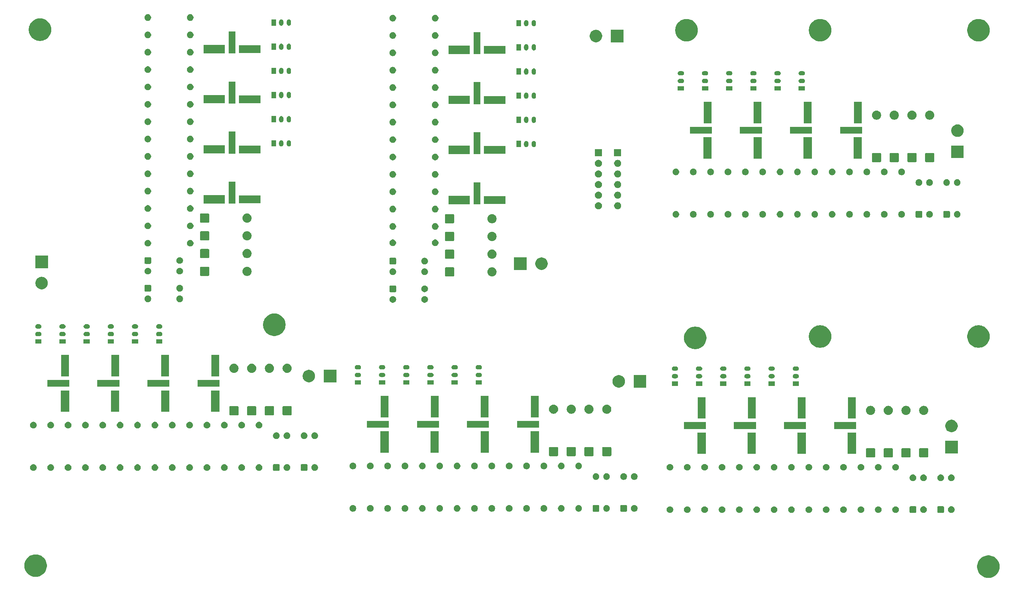
<source format=gbr>
%TF.GenerationSoftware,KiCad,Pcbnew,9.0.2*%
%TF.CreationDate,2025-10-03T07:29:49+01:00*%
%TF.ProjectId,MotorControl,4d6f746f-7243-46f6-9e74-726f6c2e6b69,rev?*%
%TF.SameCoordinates,Original*%
%TF.FileFunction,Soldermask,Bot*%
%TF.FilePolarity,Negative*%
%FSLAX46Y46*%
G04 Gerber Fmt 4.6, Leading zero omitted, Abs format (unit mm)*
G04 Created by KiCad (PCBNEW 9.0.2) date 2025-10-03 07:29:49*
%MOMM*%
%LPD*%
G01*
G04 APERTURE LIST*
G04 APERTURE END LIST*
G36*
X267029067Y-152626748D02*
G01*
X267324256Y-152694123D01*
X267610045Y-152794125D01*
X267882841Y-152925497D01*
X268139212Y-153086586D01*
X268375936Y-153275366D01*
X268590034Y-153489464D01*
X268778814Y-153726188D01*
X268939903Y-153982559D01*
X269071275Y-154255355D01*
X269171277Y-154541144D01*
X269238652Y-154836333D01*
X269272552Y-155137210D01*
X269272552Y-155439990D01*
X269238652Y-155740867D01*
X269171277Y-156036056D01*
X269071275Y-156321845D01*
X268939903Y-156594641D01*
X268778814Y-156851012D01*
X268590034Y-157087736D01*
X268375936Y-157301834D01*
X268139212Y-157490614D01*
X267882841Y-157651703D01*
X267610045Y-157783075D01*
X267324256Y-157883077D01*
X267029067Y-157950452D01*
X266728190Y-157984352D01*
X266425410Y-157984352D01*
X266124533Y-157950452D01*
X265829344Y-157883077D01*
X265543555Y-157783075D01*
X265270759Y-157651703D01*
X265014388Y-157490614D01*
X264777664Y-157301834D01*
X264563566Y-157087736D01*
X264374786Y-156851012D01*
X264213697Y-156594641D01*
X264082325Y-156321845D01*
X263982323Y-156036056D01*
X263914948Y-155740867D01*
X263881048Y-155439990D01*
X263881048Y-155137210D01*
X263914948Y-154836333D01*
X263982323Y-154541144D01*
X264082325Y-154255355D01*
X264213697Y-153982559D01*
X264374786Y-153726188D01*
X264563566Y-153489464D01*
X264777664Y-153275366D01*
X265014388Y-153086586D01*
X265270759Y-152925497D01*
X265543555Y-152794125D01*
X265829344Y-152694123D01*
X266124533Y-152626748D01*
X266425410Y-152592848D01*
X266728190Y-152592848D01*
X267029067Y-152626748D01*
G37*
G36*
X38817067Y-152379748D02*
G01*
X39112256Y-152447123D01*
X39398045Y-152547125D01*
X39670841Y-152678497D01*
X39927212Y-152839586D01*
X40163936Y-153028366D01*
X40378034Y-153242464D01*
X40566814Y-153479188D01*
X40727903Y-153735559D01*
X40859275Y-154008355D01*
X40959277Y-154294144D01*
X41026652Y-154589333D01*
X41060552Y-154890210D01*
X41060552Y-155192990D01*
X41026652Y-155493867D01*
X40959277Y-155789056D01*
X40859275Y-156074845D01*
X40727903Y-156347641D01*
X40566814Y-156604012D01*
X40378034Y-156840736D01*
X40163936Y-157054834D01*
X39927212Y-157243614D01*
X39670841Y-157404703D01*
X39398045Y-157536075D01*
X39112256Y-157636077D01*
X38817067Y-157703452D01*
X38516190Y-157737352D01*
X38213410Y-157737352D01*
X37912533Y-157703452D01*
X37617344Y-157636077D01*
X37331555Y-157536075D01*
X37058759Y-157404703D01*
X36802388Y-157243614D01*
X36565664Y-157054834D01*
X36351566Y-156840736D01*
X36162786Y-156604012D01*
X36001697Y-156347641D01*
X35870325Y-156074845D01*
X35770323Y-155789056D01*
X35702948Y-155493867D01*
X35669048Y-155192990D01*
X35669048Y-154890210D01*
X35702948Y-154589333D01*
X35770323Y-154294144D01*
X35870325Y-154008355D01*
X36001697Y-153735559D01*
X36162786Y-153479188D01*
X36351566Y-153242464D01*
X36565664Y-153028366D01*
X36802388Y-152839586D01*
X37058759Y-152678497D01*
X37331555Y-152547125D01*
X37617344Y-152447123D01*
X37912533Y-152379748D01*
X38213410Y-152345848D01*
X38516190Y-152345848D01*
X38817067Y-152379748D01*
G37*
G36*
X190525028Y-140862648D02*
G01*
X190669917Y-140922663D01*
X190800315Y-141009792D01*
X190911208Y-141120685D01*
X190998337Y-141251083D01*
X191058352Y-141395972D01*
X191088948Y-141549786D01*
X191088948Y-141706614D01*
X191058352Y-141860428D01*
X190998337Y-142005317D01*
X190911208Y-142135715D01*
X190800315Y-142246608D01*
X190669917Y-142333737D01*
X190525028Y-142393752D01*
X190371214Y-142424348D01*
X190214386Y-142424348D01*
X190060572Y-142393752D01*
X189915683Y-142333737D01*
X189785285Y-142246608D01*
X189674392Y-142135715D01*
X189587263Y-142005317D01*
X189527248Y-141860428D01*
X189496652Y-141706614D01*
X189496652Y-141549786D01*
X189527248Y-141395972D01*
X189587263Y-141251083D01*
X189674392Y-141120685D01*
X189785285Y-141009792D01*
X189915683Y-140922663D01*
X190060572Y-140862648D01*
X190214386Y-140832052D01*
X190371214Y-140832052D01*
X190525028Y-140862648D01*
G37*
G36*
X194683828Y-140862648D02*
G01*
X194828717Y-140922663D01*
X194959115Y-141009792D01*
X195070008Y-141120685D01*
X195157137Y-141251083D01*
X195217152Y-141395972D01*
X195247748Y-141549786D01*
X195247748Y-141706614D01*
X195217152Y-141860428D01*
X195157137Y-142005317D01*
X195070008Y-142135715D01*
X194959115Y-142246608D01*
X194828717Y-142333737D01*
X194683828Y-142393752D01*
X194530014Y-142424348D01*
X194373186Y-142424348D01*
X194219372Y-142393752D01*
X194074483Y-142333737D01*
X193944085Y-142246608D01*
X193833192Y-142135715D01*
X193746063Y-142005317D01*
X193686048Y-141860428D01*
X193655452Y-141706614D01*
X193655452Y-141549786D01*
X193686048Y-141395972D01*
X193746063Y-141251083D01*
X193833192Y-141120685D01*
X193944085Y-141009792D01*
X194074483Y-140922663D01*
X194219372Y-140862648D01*
X194373186Y-140832052D01*
X194530014Y-140832052D01*
X194683828Y-140862648D01*
G37*
G36*
X198842628Y-140862648D02*
G01*
X198987517Y-140922663D01*
X199117915Y-141009792D01*
X199228808Y-141120685D01*
X199315937Y-141251083D01*
X199375952Y-141395972D01*
X199406548Y-141549786D01*
X199406548Y-141706614D01*
X199375952Y-141860428D01*
X199315937Y-142005317D01*
X199228808Y-142135715D01*
X199117915Y-142246608D01*
X198987517Y-142333737D01*
X198842628Y-142393752D01*
X198688814Y-142424348D01*
X198531986Y-142424348D01*
X198378172Y-142393752D01*
X198233283Y-142333737D01*
X198102885Y-142246608D01*
X197991992Y-142135715D01*
X197904863Y-142005317D01*
X197844848Y-141860428D01*
X197814252Y-141706614D01*
X197814252Y-141549786D01*
X197844848Y-141395972D01*
X197904863Y-141251083D01*
X197991992Y-141120685D01*
X198102885Y-141009792D01*
X198233283Y-140922663D01*
X198378172Y-140862648D01*
X198531986Y-140832052D01*
X198688814Y-140832052D01*
X198842628Y-140862648D01*
G37*
G36*
X203001428Y-140862648D02*
G01*
X203146317Y-140922663D01*
X203276715Y-141009792D01*
X203387608Y-141120685D01*
X203474737Y-141251083D01*
X203534752Y-141395972D01*
X203565348Y-141549786D01*
X203565348Y-141706614D01*
X203534752Y-141860428D01*
X203474737Y-142005317D01*
X203387608Y-142135715D01*
X203276715Y-142246608D01*
X203146317Y-142333737D01*
X203001428Y-142393752D01*
X202847614Y-142424348D01*
X202690786Y-142424348D01*
X202536972Y-142393752D01*
X202392083Y-142333737D01*
X202261685Y-142246608D01*
X202150792Y-142135715D01*
X202063663Y-142005317D01*
X202003648Y-141860428D01*
X201973052Y-141706614D01*
X201973052Y-141549786D01*
X202003648Y-141395972D01*
X202063663Y-141251083D01*
X202150792Y-141120685D01*
X202261685Y-141009792D01*
X202392083Y-140922663D01*
X202536972Y-140862648D01*
X202690786Y-140832052D01*
X202847614Y-140832052D01*
X203001428Y-140862648D01*
G37*
G36*
X207160228Y-140862648D02*
G01*
X207305117Y-140922663D01*
X207435515Y-141009792D01*
X207546408Y-141120685D01*
X207633537Y-141251083D01*
X207693552Y-141395972D01*
X207724148Y-141549786D01*
X207724148Y-141706614D01*
X207693552Y-141860428D01*
X207633537Y-142005317D01*
X207546408Y-142135715D01*
X207435515Y-142246608D01*
X207305117Y-142333737D01*
X207160228Y-142393752D01*
X207006414Y-142424348D01*
X206849586Y-142424348D01*
X206695772Y-142393752D01*
X206550883Y-142333737D01*
X206420485Y-142246608D01*
X206309592Y-142135715D01*
X206222463Y-142005317D01*
X206162448Y-141860428D01*
X206131852Y-141706614D01*
X206131852Y-141549786D01*
X206162448Y-141395972D01*
X206222463Y-141251083D01*
X206309592Y-141120685D01*
X206420485Y-141009792D01*
X206550883Y-140922663D01*
X206695772Y-140862648D01*
X206849586Y-140832052D01*
X207006414Y-140832052D01*
X207160228Y-140862648D01*
G37*
G36*
X211319028Y-140862648D02*
G01*
X211463917Y-140922663D01*
X211594315Y-141009792D01*
X211705208Y-141120685D01*
X211792337Y-141251083D01*
X211852352Y-141395972D01*
X211882948Y-141549786D01*
X211882948Y-141706614D01*
X211852352Y-141860428D01*
X211792337Y-142005317D01*
X211705208Y-142135715D01*
X211594315Y-142246608D01*
X211463917Y-142333737D01*
X211319028Y-142393752D01*
X211165214Y-142424348D01*
X211008386Y-142424348D01*
X210854572Y-142393752D01*
X210709683Y-142333737D01*
X210579285Y-142246608D01*
X210468392Y-142135715D01*
X210381263Y-142005317D01*
X210321248Y-141860428D01*
X210290652Y-141706614D01*
X210290652Y-141549786D01*
X210321248Y-141395972D01*
X210381263Y-141251083D01*
X210468392Y-141120685D01*
X210579285Y-141009792D01*
X210709683Y-140922663D01*
X210854572Y-140862648D01*
X211008386Y-140832052D01*
X211165214Y-140832052D01*
X211319028Y-140862648D01*
G37*
G36*
X215477828Y-140862648D02*
G01*
X215622717Y-140922663D01*
X215753115Y-141009792D01*
X215864008Y-141120685D01*
X215951137Y-141251083D01*
X216011152Y-141395972D01*
X216041748Y-141549786D01*
X216041748Y-141706614D01*
X216011152Y-141860428D01*
X215951137Y-142005317D01*
X215864008Y-142135715D01*
X215753115Y-142246608D01*
X215622717Y-142333737D01*
X215477828Y-142393752D01*
X215324014Y-142424348D01*
X215167186Y-142424348D01*
X215013372Y-142393752D01*
X214868483Y-142333737D01*
X214738085Y-142246608D01*
X214627192Y-142135715D01*
X214540063Y-142005317D01*
X214480048Y-141860428D01*
X214449452Y-141706614D01*
X214449452Y-141549786D01*
X214480048Y-141395972D01*
X214540063Y-141251083D01*
X214627192Y-141120685D01*
X214738085Y-141009792D01*
X214868483Y-140922663D01*
X215013372Y-140862648D01*
X215167186Y-140832052D01*
X215324014Y-140832052D01*
X215477828Y-140862648D01*
G37*
G36*
X219636628Y-140862648D02*
G01*
X219781517Y-140922663D01*
X219911915Y-141009792D01*
X220022808Y-141120685D01*
X220109937Y-141251083D01*
X220169952Y-141395972D01*
X220200548Y-141549786D01*
X220200548Y-141706614D01*
X220169952Y-141860428D01*
X220109937Y-142005317D01*
X220022808Y-142135715D01*
X219911915Y-142246608D01*
X219781517Y-142333737D01*
X219636628Y-142393752D01*
X219482814Y-142424348D01*
X219325986Y-142424348D01*
X219172172Y-142393752D01*
X219027283Y-142333737D01*
X218896885Y-142246608D01*
X218785992Y-142135715D01*
X218698863Y-142005317D01*
X218638848Y-141860428D01*
X218608252Y-141706614D01*
X218608252Y-141549786D01*
X218638848Y-141395972D01*
X218698863Y-141251083D01*
X218785992Y-141120685D01*
X218896885Y-141009792D01*
X219027283Y-140922663D01*
X219172172Y-140862648D01*
X219325986Y-140832052D01*
X219482814Y-140832052D01*
X219636628Y-140862648D01*
G37*
G36*
X223795428Y-140862648D02*
G01*
X223940317Y-140922663D01*
X224070715Y-141009792D01*
X224181608Y-141120685D01*
X224268737Y-141251083D01*
X224328752Y-141395972D01*
X224359348Y-141549786D01*
X224359348Y-141706614D01*
X224328752Y-141860428D01*
X224268737Y-142005317D01*
X224181608Y-142135715D01*
X224070715Y-142246608D01*
X223940317Y-142333737D01*
X223795428Y-142393752D01*
X223641614Y-142424348D01*
X223484786Y-142424348D01*
X223330972Y-142393752D01*
X223186083Y-142333737D01*
X223055685Y-142246608D01*
X222944792Y-142135715D01*
X222857663Y-142005317D01*
X222797648Y-141860428D01*
X222767052Y-141706614D01*
X222767052Y-141549786D01*
X222797648Y-141395972D01*
X222857663Y-141251083D01*
X222944792Y-141120685D01*
X223055685Y-141009792D01*
X223186083Y-140922663D01*
X223330972Y-140862648D01*
X223484786Y-140832052D01*
X223641614Y-140832052D01*
X223795428Y-140862648D01*
G37*
G36*
X227954228Y-140862648D02*
G01*
X228099117Y-140922663D01*
X228229515Y-141009792D01*
X228340408Y-141120685D01*
X228427537Y-141251083D01*
X228487552Y-141395972D01*
X228518148Y-141549786D01*
X228518148Y-141706614D01*
X228487552Y-141860428D01*
X228427537Y-142005317D01*
X228340408Y-142135715D01*
X228229515Y-142246608D01*
X228099117Y-142333737D01*
X227954228Y-142393752D01*
X227800414Y-142424348D01*
X227643586Y-142424348D01*
X227489772Y-142393752D01*
X227344883Y-142333737D01*
X227214485Y-142246608D01*
X227103592Y-142135715D01*
X227016463Y-142005317D01*
X226956448Y-141860428D01*
X226925852Y-141706614D01*
X226925852Y-141549786D01*
X226956448Y-141395972D01*
X227016463Y-141251083D01*
X227103592Y-141120685D01*
X227214485Y-141009792D01*
X227344883Y-140922663D01*
X227489772Y-140862648D01*
X227643586Y-140832052D01*
X227800414Y-140832052D01*
X227954228Y-140862648D01*
G37*
G36*
X232113028Y-140862648D02*
G01*
X232257917Y-140922663D01*
X232388315Y-141009792D01*
X232499208Y-141120685D01*
X232586337Y-141251083D01*
X232646352Y-141395972D01*
X232676948Y-141549786D01*
X232676948Y-141706614D01*
X232646352Y-141860428D01*
X232586337Y-142005317D01*
X232499208Y-142135715D01*
X232388315Y-142246608D01*
X232257917Y-142333737D01*
X232113028Y-142393752D01*
X231959214Y-142424348D01*
X231802386Y-142424348D01*
X231648572Y-142393752D01*
X231503683Y-142333737D01*
X231373285Y-142246608D01*
X231262392Y-142135715D01*
X231175263Y-142005317D01*
X231115248Y-141860428D01*
X231084652Y-141706614D01*
X231084652Y-141549786D01*
X231115248Y-141395972D01*
X231175263Y-141251083D01*
X231262392Y-141120685D01*
X231373285Y-141009792D01*
X231503683Y-140922663D01*
X231648572Y-140862648D01*
X231802386Y-140832052D01*
X231959214Y-140832052D01*
X232113028Y-140862648D01*
G37*
G36*
X236271828Y-140862648D02*
G01*
X236416717Y-140922663D01*
X236547115Y-141009792D01*
X236658008Y-141120685D01*
X236745137Y-141251083D01*
X236805152Y-141395972D01*
X236835748Y-141549786D01*
X236835748Y-141706614D01*
X236805152Y-141860428D01*
X236745137Y-142005317D01*
X236658008Y-142135715D01*
X236547115Y-142246608D01*
X236416717Y-142333737D01*
X236271828Y-142393752D01*
X236118014Y-142424348D01*
X235961186Y-142424348D01*
X235807372Y-142393752D01*
X235662483Y-142333737D01*
X235532085Y-142246608D01*
X235421192Y-142135715D01*
X235334063Y-142005317D01*
X235274048Y-141860428D01*
X235243452Y-141706614D01*
X235243452Y-141549786D01*
X235274048Y-141395972D01*
X235334063Y-141251083D01*
X235421192Y-141120685D01*
X235532085Y-141009792D01*
X235662483Y-140922663D01*
X235807372Y-140862648D01*
X235961186Y-140832052D01*
X236118014Y-140832052D01*
X236271828Y-140862648D01*
G37*
G36*
X240430628Y-140862648D02*
G01*
X240575517Y-140922663D01*
X240705915Y-141009792D01*
X240816808Y-141120685D01*
X240903937Y-141251083D01*
X240963952Y-141395972D01*
X240994548Y-141549786D01*
X240994548Y-141706614D01*
X240963952Y-141860428D01*
X240903937Y-142005317D01*
X240816808Y-142135715D01*
X240705915Y-142246608D01*
X240575517Y-142333737D01*
X240430628Y-142393752D01*
X240276814Y-142424348D01*
X240119986Y-142424348D01*
X239966172Y-142393752D01*
X239821283Y-142333737D01*
X239690885Y-142246608D01*
X239579992Y-142135715D01*
X239492863Y-142005317D01*
X239432848Y-141860428D01*
X239402252Y-141706614D01*
X239402252Y-141549786D01*
X239432848Y-141395972D01*
X239492863Y-141251083D01*
X239579992Y-141120685D01*
X239690885Y-141009792D01*
X239821283Y-140922663D01*
X239966172Y-140862648D01*
X240119986Y-140832052D01*
X240276814Y-140832052D01*
X240430628Y-140862648D01*
G37*
G36*
X244589428Y-140862648D02*
G01*
X244734317Y-140922663D01*
X244864715Y-141009792D01*
X244975608Y-141120685D01*
X245062737Y-141251083D01*
X245122752Y-141395972D01*
X245153348Y-141549786D01*
X245153348Y-141706614D01*
X245122752Y-141860428D01*
X245062737Y-142005317D01*
X244975608Y-142135715D01*
X244864715Y-142246608D01*
X244734317Y-142333737D01*
X244589428Y-142393752D01*
X244435614Y-142424348D01*
X244278786Y-142424348D01*
X244124972Y-142393752D01*
X243980083Y-142333737D01*
X243849685Y-142246608D01*
X243738792Y-142135715D01*
X243651663Y-142005317D01*
X243591648Y-141860428D01*
X243561052Y-141706614D01*
X243561052Y-141549786D01*
X243591648Y-141395972D01*
X243651663Y-141251083D01*
X243738792Y-141120685D01*
X243849685Y-141009792D01*
X243980083Y-140922663D01*
X244124972Y-140862648D01*
X244278786Y-140832052D01*
X244435614Y-140832052D01*
X244589428Y-140862648D01*
G37*
G36*
X249058650Y-140819164D02*
G01*
X249108840Y-140824987D01*
X249125989Y-140832559D01*
X249149471Y-140837230D01*
X249174610Y-140854027D01*
X249194496Y-140862808D01*
X249208077Y-140876389D01*
X249230577Y-140891423D01*
X249245610Y-140913922D01*
X249259191Y-140927503D01*
X249267970Y-140947386D01*
X249284770Y-140972529D01*
X249289441Y-140996012D01*
X249297012Y-141013159D01*
X249302833Y-141063339D01*
X249303800Y-141068200D01*
X249303800Y-142168200D01*
X249302832Y-142173063D01*
X249297012Y-142223240D01*
X249289441Y-142240385D01*
X249284770Y-142263871D01*
X249267969Y-142289015D01*
X249259191Y-142308896D01*
X249245612Y-142322474D01*
X249230577Y-142344977D01*
X249208074Y-142360012D01*
X249194496Y-142373591D01*
X249174615Y-142382369D01*
X249149471Y-142399170D01*
X249125985Y-142403841D01*
X249108840Y-142411412D01*
X249058661Y-142417232D01*
X249053800Y-142418200D01*
X247953800Y-142418200D01*
X247948938Y-142417232D01*
X247898759Y-142411412D01*
X247881612Y-142403841D01*
X247858129Y-142399170D01*
X247832986Y-142382370D01*
X247813103Y-142373591D01*
X247799522Y-142360010D01*
X247777023Y-142344977D01*
X247761989Y-142322477D01*
X247748408Y-142308896D01*
X247739627Y-142289010D01*
X247722830Y-142263871D01*
X247718159Y-142240389D01*
X247710587Y-142223240D01*
X247704764Y-142173049D01*
X247703800Y-142168200D01*
X247703800Y-141068200D01*
X247704764Y-141063350D01*
X247710587Y-141013159D01*
X247718159Y-140996008D01*
X247722830Y-140972529D01*
X247739626Y-140947391D01*
X247748408Y-140927503D01*
X247761991Y-140913919D01*
X247777023Y-140891423D01*
X247799519Y-140876391D01*
X247813103Y-140862808D01*
X247832991Y-140854026D01*
X247858129Y-140837230D01*
X247881608Y-140832559D01*
X247898759Y-140824987D01*
X247948951Y-140819164D01*
X247953800Y-140818200D01*
X249053800Y-140818200D01*
X249058650Y-140819164D01*
G37*
G36*
X255698650Y-140819164D02*
G01*
X255748840Y-140824987D01*
X255765989Y-140832559D01*
X255789471Y-140837230D01*
X255814610Y-140854027D01*
X255834496Y-140862808D01*
X255848077Y-140876389D01*
X255870577Y-140891423D01*
X255885610Y-140913922D01*
X255899191Y-140927503D01*
X255907970Y-140947386D01*
X255924770Y-140972529D01*
X255929441Y-140996012D01*
X255937012Y-141013159D01*
X255942833Y-141063339D01*
X255943800Y-141068200D01*
X255943800Y-142168200D01*
X255942832Y-142173063D01*
X255937012Y-142223240D01*
X255929441Y-142240385D01*
X255924770Y-142263871D01*
X255907969Y-142289015D01*
X255899191Y-142308896D01*
X255885612Y-142322474D01*
X255870577Y-142344977D01*
X255848074Y-142360012D01*
X255834496Y-142373591D01*
X255814615Y-142382369D01*
X255789471Y-142399170D01*
X255765985Y-142403841D01*
X255748840Y-142411412D01*
X255698661Y-142417232D01*
X255693800Y-142418200D01*
X254593800Y-142418200D01*
X254588938Y-142417232D01*
X254538759Y-142411412D01*
X254521612Y-142403841D01*
X254498129Y-142399170D01*
X254472986Y-142382370D01*
X254453103Y-142373591D01*
X254439522Y-142360010D01*
X254417023Y-142344977D01*
X254401989Y-142322477D01*
X254388408Y-142308896D01*
X254379627Y-142289010D01*
X254362830Y-142263871D01*
X254358159Y-142240389D01*
X254350587Y-142223240D01*
X254344764Y-142173049D01*
X254343800Y-142168200D01*
X254343800Y-141068200D01*
X254344764Y-141063350D01*
X254350587Y-141013159D01*
X254358159Y-140996008D01*
X254362830Y-140972529D01*
X254379626Y-140947391D01*
X254388408Y-140927503D01*
X254401991Y-140913919D01*
X254417023Y-140891423D01*
X254439519Y-140876391D01*
X254453103Y-140862808D01*
X254472991Y-140854026D01*
X254498129Y-140837230D01*
X254521608Y-140832559D01*
X254538759Y-140824987D01*
X254588951Y-140819164D01*
X254593800Y-140818200D01*
X255693800Y-140818200D01*
X255698650Y-140819164D01*
G37*
G36*
X251276028Y-140852648D02*
G01*
X251420917Y-140912663D01*
X251551315Y-140999792D01*
X251662208Y-141110685D01*
X251749337Y-141241083D01*
X251809352Y-141385972D01*
X251839948Y-141539786D01*
X251839948Y-141696614D01*
X251809352Y-141850428D01*
X251749337Y-141995317D01*
X251662208Y-142125715D01*
X251551315Y-142236608D01*
X251420917Y-142323737D01*
X251276028Y-142383752D01*
X251122214Y-142414348D01*
X250965386Y-142414348D01*
X250811572Y-142383752D01*
X250666683Y-142323737D01*
X250536285Y-142236608D01*
X250425392Y-142125715D01*
X250338263Y-141995317D01*
X250278248Y-141850428D01*
X250247652Y-141696614D01*
X250247652Y-141539786D01*
X250278248Y-141385972D01*
X250338263Y-141241083D01*
X250425392Y-141110685D01*
X250536285Y-140999792D01*
X250666683Y-140912663D01*
X250811572Y-140852648D01*
X250965386Y-140822052D01*
X251122214Y-140822052D01*
X251276028Y-140852648D01*
G37*
G36*
X257916028Y-140852648D02*
G01*
X258060917Y-140912663D01*
X258191315Y-140999792D01*
X258302208Y-141110685D01*
X258389337Y-141241083D01*
X258449352Y-141385972D01*
X258479948Y-141539786D01*
X258479948Y-141696614D01*
X258449352Y-141850428D01*
X258389337Y-141995317D01*
X258302208Y-142125715D01*
X258191315Y-142236608D01*
X258060917Y-142323737D01*
X257916028Y-142383752D01*
X257762214Y-142414348D01*
X257605386Y-142414348D01*
X257451572Y-142383752D01*
X257306683Y-142323737D01*
X257176285Y-142236608D01*
X257065392Y-142125715D01*
X256978263Y-141995317D01*
X256918248Y-141850428D01*
X256887652Y-141696614D01*
X256887652Y-141539786D01*
X256918248Y-141385972D01*
X256978263Y-141241083D01*
X257065392Y-141110685D01*
X257176285Y-140999792D01*
X257306683Y-140912663D01*
X257451572Y-140852648D01*
X257605386Y-140822052D01*
X257762214Y-140822052D01*
X257916028Y-140852648D01*
G37*
G36*
X114593428Y-140560048D02*
G01*
X114738317Y-140620063D01*
X114868715Y-140707192D01*
X114979608Y-140818085D01*
X115066737Y-140948483D01*
X115126752Y-141093372D01*
X115157348Y-141247186D01*
X115157348Y-141404014D01*
X115126752Y-141557828D01*
X115066737Y-141702717D01*
X114979608Y-141833115D01*
X114868715Y-141944008D01*
X114738317Y-142031137D01*
X114593428Y-142091152D01*
X114439614Y-142121748D01*
X114282786Y-142121748D01*
X114128972Y-142091152D01*
X113984083Y-142031137D01*
X113853685Y-141944008D01*
X113742792Y-141833115D01*
X113655663Y-141702717D01*
X113595648Y-141557828D01*
X113565052Y-141404014D01*
X113565052Y-141247186D01*
X113595648Y-141093372D01*
X113655663Y-140948483D01*
X113742792Y-140818085D01*
X113853685Y-140707192D01*
X113984083Y-140620063D01*
X114128972Y-140560048D01*
X114282786Y-140529452D01*
X114439614Y-140529452D01*
X114593428Y-140560048D01*
G37*
G36*
X118752228Y-140560048D02*
G01*
X118897117Y-140620063D01*
X119027515Y-140707192D01*
X119138408Y-140818085D01*
X119225537Y-140948483D01*
X119285552Y-141093372D01*
X119316148Y-141247186D01*
X119316148Y-141404014D01*
X119285552Y-141557828D01*
X119225537Y-141702717D01*
X119138408Y-141833115D01*
X119027515Y-141944008D01*
X118897117Y-142031137D01*
X118752228Y-142091152D01*
X118598414Y-142121748D01*
X118441586Y-142121748D01*
X118287772Y-142091152D01*
X118142883Y-142031137D01*
X118012485Y-141944008D01*
X117901592Y-141833115D01*
X117814463Y-141702717D01*
X117754448Y-141557828D01*
X117723852Y-141404014D01*
X117723852Y-141247186D01*
X117754448Y-141093372D01*
X117814463Y-140948483D01*
X117901592Y-140818085D01*
X118012485Y-140707192D01*
X118142883Y-140620063D01*
X118287772Y-140560048D01*
X118441586Y-140529452D01*
X118598414Y-140529452D01*
X118752228Y-140560048D01*
G37*
G36*
X122911028Y-140560048D02*
G01*
X123055917Y-140620063D01*
X123186315Y-140707192D01*
X123297208Y-140818085D01*
X123384337Y-140948483D01*
X123444352Y-141093372D01*
X123474948Y-141247186D01*
X123474948Y-141404014D01*
X123444352Y-141557828D01*
X123384337Y-141702717D01*
X123297208Y-141833115D01*
X123186315Y-141944008D01*
X123055917Y-142031137D01*
X122911028Y-142091152D01*
X122757214Y-142121748D01*
X122600386Y-142121748D01*
X122446572Y-142091152D01*
X122301683Y-142031137D01*
X122171285Y-141944008D01*
X122060392Y-141833115D01*
X121973263Y-141702717D01*
X121913248Y-141557828D01*
X121882652Y-141404014D01*
X121882652Y-141247186D01*
X121913248Y-141093372D01*
X121973263Y-140948483D01*
X122060392Y-140818085D01*
X122171285Y-140707192D01*
X122301683Y-140620063D01*
X122446572Y-140560048D01*
X122600386Y-140529452D01*
X122757214Y-140529452D01*
X122911028Y-140560048D01*
G37*
G36*
X127069828Y-140560048D02*
G01*
X127214717Y-140620063D01*
X127345115Y-140707192D01*
X127456008Y-140818085D01*
X127543137Y-140948483D01*
X127603152Y-141093372D01*
X127633748Y-141247186D01*
X127633748Y-141404014D01*
X127603152Y-141557828D01*
X127543137Y-141702717D01*
X127456008Y-141833115D01*
X127345115Y-141944008D01*
X127214717Y-142031137D01*
X127069828Y-142091152D01*
X126916014Y-142121748D01*
X126759186Y-142121748D01*
X126605372Y-142091152D01*
X126460483Y-142031137D01*
X126330085Y-141944008D01*
X126219192Y-141833115D01*
X126132063Y-141702717D01*
X126072048Y-141557828D01*
X126041452Y-141404014D01*
X126041452Y-141247186D01*
X126072048Y-141093372D01*
X126132063Y-140948483D01*
X126219192Y-140818085D01*
X126330085Y-140707192D01*
X126460483Y-140620063D01*
X126605372Y-140560048D01*
X126759186Y-140529452D01*
X126916014Y-140529452D01*
X127069828Y-140560048D01*
G37*
G36*
X131228628Y-140560048D02*
G01*
X131373517Y-140620063D01*
X131503915Y-140707192D01*
X131614808Y-140818085D01*
X131701937Y-140948483D01*
X131761952Y-141093372D01*
X131792548Y-141247186D01*
X131792548Y-141404014D01*
X131761952Y-141557828D01*
X131701937Y-141702717D01*
X131614808Y-141833115D01*
X131503915Y-141944008D01*
X131373517Y-142031137D01*
X131228628Y-142091152D01*
X131074814Y-142121748D01*
X130917986Y-142121748D01*
X130764172Y-142091152D01*
X130619283Y-142031137D01*
X130488885Y-141944008D01*
X130377992Y-141833115D01*
X130290863Y-141702717D01*
X130230848Y-141557828D01*
X130200252Y-141404014D01*
X130200252Y-141247186D01*
X130230848Y-141093372D01*
X130290863Y-140948483D01*
X130377992Y-140818085D01*
X130488885Y-140707192D01*
X130619283Y-140620063D01*
X130764172Y-140560048D01*
X130917986Y-140529452D01*
X131074814Y-140529452D01*
X131228628Y-140560048D01*
G37*
G36*
X135387428Y-140560048D02*
G01*
X135532317Y-140620063D01*
X135662715Y-140707192D01*
X135773608Y-140818085D01*
X135860737Y-140948483D01*
X135920752Y-141093372D01*
X135951348Y-141247186D01*
X135951348Y-141404014D01*
X135920752Y-141557828D01*
X135860737Y-141702717D01*
X135773608Y-141833115D01*
X135662715Y-141944008D01*
X135532317Y-142031137D01*
X135387428Y-142091152D01*
X135233614Y-142121748D01*
X135076786Y-142121748D01*
X134922972Y-142091152D01*
X134778083Y-142031137D01*
X134647685Y-141944008D01*
X134536792Y-141833115D01*
X134449663Y-141702717D01*
X134389648Y-141557828D01*
X134359052Y-141404014D01*
X134359052Y-141247186D01*
X134389648Y-141093372D01*
X134449663Y-140948483D01*
X134536792Y-140818085D01*
X134647685Y-140707192D01*
X134778083Y-140620063D01*
X134922972Y-140560048D01*
X135076786Y-140529452D01*
X135233614Y-140529452D01*
X135387428Y-140560048D01*
G37*
G36*
X139546228Y-140560048D02*
G01*
X139691117Y-140620063D01*
X139821515Y-140707192D01*
X139932408Y-140818085D01*
X140019537Y-140948483D01*
X140079552Y-141093372D01*
X140110148Y-141247186D01*
X140110148Y-141404014D01*
X140079552Y-141557828D01*
X140019537Y-141702717D01*
X139932408Y-141833115D01*
X139821515Y-141944008D01*
X139691117Y-142031137D01*
X139546228Y-142091152D01*
X139392414Y-142121748D01*
X139235586Y-142121748D01*
X139081772Y-142091152D01*
X138936883Y-142031137D01*
X138806485Y-141944008D01*
X138695592Y-141833115D01*
X138608463Y-141702717D01*
X138548448Y-141557828D01*
X138517852Y-141404014D01*
X138517852Y-141247186D01*
X138548448Y-141093372D01*
X138608463Y-140948483D01*
X138695592Y-140818085D01*
X138806485Y-140707192D01*
X138936883Y-140620063D01*
X139081772Y-140560048D01*
X139235586Y-140529452D01*
X139392414Y-140529452D01*
X139546228Y-140560048D01*
G37*
G36*
X143705028Y-140560048D02*
G01*
X143849917Y-140620063D01*
X143980315Y-140707192D01*
X144091208Y-140818085D01*
X144178337Y-140948483D01*
X144238352Y-141093372D01*
X144268948Y-141247186D01*
X144268948Y-141404014D01*
X144238352Y-141557828D01*
X144178337Y-141702717D01*
X144091208Y-141833115D01*
X143980315Y-141944008D01*
X143849917Y-142031137D01*
X143705028Y-142091152D01*
X143551214Y-142121748D01*
X143394386Y-142121748D01*
X143240572Y-142091152D01*
X143095683Y-142031137D01*
X142965285Y-141944008D01*
X142854392Y-141833115D01*
X142767263Y-141702717D01*
X142707248Y-141557828D01*
X142676652Y-141404014D01*
X142676652Y-141247186D01*
X142707248Y-141093372D01*
X142767263Y-140948483D01*
X142854392Y-140818085D01*
X142965285Y-140707192D01*
X143095683Y-140620063D01*
X143240572Y-140560048D01*
X143394386Y-140529452D01*
X143551214Y-140529452D01*
X143705028Y-140560048D01*
G37*
G36*
X147863828Y-140560048D02*
G01*
X148008717Y-140620063D01*
X148139115Y-140707192D01*
X148250008Y-140818085D01*
X148337137Y-140948483D01*
X148397152Y-141093372D01*
X148427748Y-141247186D01*
X148427748Y-141404014D01*
X148397152Y-141557828D01*
X148337137Y-141702717D01*
X148250008Y-141833115D01*
X148139115Y-141944008D01*
X148008717Y-142031137D01*
X147863828Y-142091152D01*
X147710014Y-142121748D01*
X147553186Y-142121748D01*
X147399372Y-142091152D01*
X147254483Y-142031137D01*
X147124085Y-141944008D01*
X147013192Y-141833115D01*
X146926063Y-141702717D01*
X146866048Y-141557828D01*
X146835452Y-141404014D01*
X146835452Y-141247186D01*
X146866048Y-141093372D01*
X146926063Y-140948483D01*
X147013192Y-140818085D01*
X147124085Y-140707192D01*
X147254483Y-140620063D01*
X147399372Y-140560048D01*
X147553186Y-140529452D01*
X147710014Y-140529452D01*
X147863828Y-140560048D01*
G37*
G36*
X152022628Y-140560048D02*
G01*
X152167517Y-140620063D01*
X152297915Y-140707192D01*
X152408808Y-140818085D01*
X152495937Y-140948483D01*
X152555952Y-141093372D01*
X152586548Y-141247186D01*
X152586548Y-141404014D01*
X152555952Y-141557828D01*
X152495937Y-141702717D01*
X152408808Y-141833115D01*
X152297915Y-141944008D01*
X152167517Y-142031137D01*
X152022628Y-142091152D01*
X151868814Y-142121748D01*
X151711986Y-142121748D01*
X151558172Y-142091152D01*
X151413283Y-142031137D01*
X151282885Y-141944008D01*
X151171992Y-141833115D01*
X151084863Y-141702717D01*
X151024848Y-141557828D01*
X150994252Y-141404014D01*
X150994252Y-141247186D01*
X151024848Y-141093372D01*
X151084863Y-140948483D01*
X151171992Y-140818085D01*
X151282885Y-140707192D01*
X151413283Y-140620063D01*
X151558172Y-140560048D01*
X151711986Y-140529452D01*
X151868814Y-140529452D01*
X152022628Y-140560048D01*
G37*
G36*
X156181428Y-140560048D02*
G01*
X156326317Y-140620063D01*
X156456715Y-140707192D01*
X156567608Y-140818085D01*
X156654737Y-140948483D01*
X156714752Y-141093372D01*
X156745348Y-141247186D01*
X156745348Y-141404014D01*
X156714752Y-141557828D01*
X156654737Y-141702717D01*
X156567608Y-141833115D01*
X156456715Y-141944008D01*
X156326317Y-142031137D01*
X156181428Y-142091152D01*
X156027614Y-142121748D01*
X155870786Y-142121748D01*
X155716972Y-142091152D01*
X155572083Y-142031137D01*
X155441685Y-141944008D01*
X155330792Y-141833115D01*
X155243663Y-141702717D01*
X155183648Y-141557828D01*
X155153052Y-141404014D01*
X155153052Y-141247186D01*
X155183648Y-141093372D01*
X155243663Y-140948483D01*
X155330792Y-140818085D01*
X155441685Y-140707192D01*
X155572083Y-140620063D01*
X155716972Y-140560048D01*
X155870786Y-140529452D01*
X156027614Y-140529452D01*
X156181428Y-140560048D01*
G37*
G36*
X160340228Y-140560048D02*
G01*
X160485117Y-140620063D01*
X160615515Y-140707192D01*
X160726408Y-140818085D01*
X160813537Y-140948483D01*
X160873552Y-141093372D01*
X160904148Y-141247186D01*
X160904148Y-141404014D01*
X160873552Y-141557828D01*
X160813537Y-141702717D01*
X160726408Y-141833115D01*
X160615515Y-141944008D01*
X160485117Y-142031137D01*
X160340228Y-142091152D01*
X160186414Y-142121748D01*
X160029586Y-142121748D01*
X159875772Y-142091152D01*
X159730883Y-142031137D01*
X159600485Y-141944008D01*
X159489592Y-141833115D01*
X159402463Y-141702717D01*
X159342448Y-141557828D01*
X159311852Y-141404014D01*
X159311852Y-141247186D01*
X159342448Y-141093372D01*
X159402463Y-140948483D01*
X159489592Y-140818085D01*
X159600485Y-140707192D01*
X159730883Y-140620063D01*
X159875772Y-140560048D01*
X160029586Y-140529452D01*
X160186414Y-140529452D01*
X160340228Y-140560048D01*
G37*
G36*
X164499028Y-140560048D02*
G01*
X164643917Y-140620063D01*
X164774315Y-140707192D01*
X164885208Y-140818085D01*
X164972337Y-140948483D01*
X165032352Y-141093372D01*
X165062948Y-141247186D01*
X165062948Y-141404014D01*
X165032352Y-141557828D01*
X164972337Y-141702717D01*
X164885208Y-141833115D01*
X164774315Y-141944008D01*
X164643917Y-142031137D01*
X164499028Y-142091152D01*
X164345214Y-142121748D01*
X164188386Y-142121748D01*
X164034572Y-142091152D01*
X163889683Y-142031137D01*
X163759285Y-141944008D01*
X163648392Y-141833115D01*
X163561263Y-141702717D01*
X163501248Y-141557828D01*
X163470652Y-141404014D01*
X163470652Y-141247186D01*
X163501248Y-141093372D01*
X163561263Y-140948483D01*
X163648392Y-140818085D01*
X163759285Y-140707192D01*
X163889683Y-140620063D01*
X164034572Y-140560048D01*
X164188386Y-140529452D01*
X164345214Y-140529452D01*
X164499028Y-140560048D01*
G37*
G36*
X168657828Y-140560048D02*
G01*
X168802717Y-140620063D01*
X168933115Y-140707192D01*
X169044008Y-140818085D01*
X169131137Y-140948483D01*
X169191152Y-141093372D01*
X169221748Y-141247186D01*
X169221748Y-141404014D01*
X169191152Y-141557828D01*
X169131137Y-141702717D01*
X169044008Y-141833115D01*
X168933115Y-141944008D01*
X168802717Y-142031137D01*
X168657828Y-142091152D01*
X168504014Y-142121748D01*
X168347186Y-142121748D01*
X168193372Y-142091152D01*
X168048483Y-142031137D01*
X167918085Y-141944008D01*
X167807192Y-141833115D01*
X167720063Y-141702717D01*
X167660048Y-141557828D01*
X167629452Y-141404014D01*
X167629452Y-141247186D01*
X167660048Y-141093372D01*
X167720063Y-140948483D01*
X167807192Y-140818085D01*
X167918085Y-140707192D01*
X168048483Y-140620063D01*
X168193372Y-140560048D01*
X168347186Y-140529452D01*
X168504014Y-140529452D01*
X168657828Y-140560048D01*
G37*
G36*
X173127050Y-140516564D02*
G01*
X173177240Y-140522387D01*
X173194389Y-140529959D01*
X173217871Y-140534630D01*
X173243010Y-140551427D01*
X173262896Y-140560208D01*
X173276477Y-140573789D01*
X173298977Y-140588823D01*
X173314010Y-140611322D01*
X173327591Y-140624903D01*
X173336370Y-140644786D01*
X173353170Y-140669929D01*
X173357841Y-140693412D01*
X173365412Y-140710559D01*
X173371233Y-140760739D01*
X173372200Y-140765600D01*
X173372200Y-141865600D01*
X173371232Y-141870463D01*
X173365412Y-141920640D01*
X173357841Y-141937785D01*
X173353170Y-141961271D01*
X173336369Y-141986415D01*
X173327591Y-142006296D01*
X173314012Y-142019874D01*
X173298977Y-142042377D01*
X173276474Y-142057412D01*
X173262896Y-142070991D01*
X173243015Y-142079769D01*
X173217871Y-142096570D01*
X173194385Y-142101241D01*
X173177240Y-142108812D01*
X173127061Y-142114632D01*
X173122200Y-142115600D01*
X172022200Y-142115600D01*
X172017338Y-142114632D01*
X171967159Y-142108812D01*
X171950012Y-142101241D01*
X171926529Y-142096570D01*
X171901386Y-142079770D01*
X171881503Y-142070991D01*
X171867922Y-142057410D01*
X171845423Y-142042377D01*
X171830389Y-142019877D01*
X171816808Y-142006296D01*
X171808027Y-141986410D01*
X171791230Y-141961271D01*
X171786559Y-141937789D01*
X171778987Y-141920640D01*
X171773164Y-141870449D01*
X171772200Y-141865600D01*
X171772200Y-140765600D01*
X171773164Y-140760750D01*
X171778987Y-140710559D01*
X171786559Y-140693408D01*
X171791230Y-140669929D01*
X171808026Y-140644791D01*
X171816808Y-140624903D01*
X171830391Y-140611319D01*
X171845423Y-140588823D01*
X171867919Y-140573791D01*
X171881503Y-140560208D01*
X171901391Y-140551426D01*
X171926529Y-140534630D01*
X171950008Y-140529959D01*
X171967159Y-140522387D01*
X172017351Y-140516564D01*
X172022200Y-140515600D01*
X173122200Y-140515600D01*
X173127050Y-140516564D01*
G37*
G36*
X179767050Y-140516564D02*
G01*
X179817240Y-140522387D01*
X179834389Y-140529959D01*
X179857871Y-140534630D01*
X179883010Y-140551427D01*
X179902896Y-140560208D01*
X179916477Y-140573789D01*
X179938977Y-140588823D01*
X179954010Y-140611322D01*
X179967591Y-140624903D01*
X179976370Y-140644786D01*
X179993170Y-140669929D01*
X179997841Y-140693412D01*
X180005412Y-140710559D01*
X180011233Y-140760739D01*
X180012200Y-140765600D01*
X180012200Y-141865600D01*
X180011232Y-141870463D01*
X180005412Y-141920640D01*
X179997841Y-141937785D01*
X179993170Y-141961271D01*
X179976369Y-141986415D01*
X179967591Y-142006296D01*
X179954012Y-142019874D01*
X179938977Y-142042377D01*
X179916474Y-142057412D01*
X179902896Y-142070991D01*
X179883015Y-142079769D01*
X179857871Y-142096570D01*
X179834385Y-142101241D01*
X179817240Y-142108812D01*
X179767061Y-142114632D01*
X179762200Y-142115600D01*
X178662200Y-142115600D01*
X178657338Y-142114632D01*
X178607159Y-142108812D01*
X178590012Y-142101241D01*
X178566529Y-142096570D01*
X178541386Y-142079770D01*
X178521503Y-142070991D01*
X178507922Y-142057410D01*
X178485423Y-142042377D01*
X178470389Y-142019877D01*
X178456808Y-142006296D01*
X178448027Y-141986410D01*
X178431230Y-141961271D01*
X178426559Y-141937789D01*
X178418987Y-141920640D01*
X178413164Y-141870449D01*
X178412200Y-141865600D01*
X178412200Y-140765600D01*
X178413164Y-140760750D01*
X178418987Y-140710559D01*
X178426559Y-140693408D01*
X178431230Y-140669929D01*
X178448026Y-140644791D01*
X178456808Y-140624903D01*
X178470391Y-140611319D01*
X178485423Y-140588823D01*
X178507919Y-140573791D01*
X178521503Y-140560208D01*
X178541391Y-140551426D01*
X178566529Y-140534630D01*
X178590008Y-140529959D01*
X178607159Y-140522387D01*
X178657351Y-140516564D01*
X178662200Y-140515600D01*
X179762200Y-140515600D01*
X179767050Y-140516564D01*
G37*
G36*
X175344428Y-140550048D02*
G01*
X175489317Y-140610063D01*
X175619715Y-140697192D01*
X175730608Y-140808085D01*
X175817737Y-140938483D01*
X175877752Y-141083372D01*
X175908348Y-141237186D01*
X175908348Y-141394014D01*
X175877752Y-141547828D01*
X175817737Y-141692717D01*
X175730608Y-141823115D01*
X175619715Y-141934008D01*
X175489317Y-142021137D01*
X175344428Y-142081152D01*
X175190614Y-142111748D01*
X175033786Y-142111748D01*
X174879972Y-142081152D01*
X174735083Y-142021137D01*
X174604685Y-141934008D01*
X174493792Y-141823115D01*
X174406663Y-141692717D01*
X174346648Y-141547828D01*
X174316052Y-141394014D01*
X174316052Y-141237186D01*
X174346648Y-141083372D01*
X174406663Y-140938483D01*
X174493792Y-140808085D01*
X174604685Y-140697192D01*
X174735083Y-140610063D01*
X174879972Y-140550048D01*
X175033786Y-140519452D01*
X175190614Y-140519452D01*
X175344428Y-140550048D01*
G37*
G36*
X181984428Y-140550048D02*
G01*
X182129317Y-140610063D01*
X182259715Y-140697192D01*
X182370608Y-140808085D01*
X182457737Y-140938483D01*
X182517752Y-141083372D01*
X182548348Y-141237186D01*
X182548348Y-141394014D01*
X182517752Y-141547828D01*
X182457737Y-141692717D01*
X182370608Y-141823115D01*
X182259715Y-141934008D01*
X182129317Y-142021137D01*
X181984428Y-142081152D01*
X181830614Y-142111748D01*
X181673786Y-142111748D01*
X181519972Y-142081152D01*
X181375083Y-142021137D01*
X181244685Y-141934008D01*
X181133792Y-141823115D01*
X181046663Y-141692717D01*
X180986648Y-141547828D01*
X180956052Y-141394014D01*
X180956052Y-141237186D01*
X180986648Y-141083372D01*
X181046663Y-140938483D01*
X181133792Y-140808085D01*
X181244685Y-140697192D01*
X181375083Y-140610063D01*
X181519972Y-140550048D01*
X181673786Y-140519452D01*
X181830614Y-140519452D01*
X181984428Y-140550048D01*
G37*
G36*
X248736028Y-133232648D02*
G01*
X248880917Y-133292663D01*
X249011315Y-133379792D01*
X249122208Y-133490685D01*
X249209337Y-133621083D01*
X249269352Y-133765972D01*
X249299948Y-133919786D01*
X249299948Y-134076614D01*
X249269352Y-134230428D01*
X249209337Y-134375317D01*
X249122208Y-134505715D01*
X249011315Y-134616608D01*
X248880917Y-134703737D01*
X248736028Y-134763752D01*
X248582214Y-134794348D01*
X248425386Y-134794348D01*
X248271572Y-134763752D01*
X248126683Y-134703737D01*
X247996285Y-134616608D01*
X247885392Y-134505715D01*
X247798263Y-134375317D01*
X247738248Y-134230428D01*
X247707652Y-134076614D01*
X247707652Y-133919786D01*
X247738248Y-133765972D01*
X247798263Y-133621083D01*
X247885392Y-133490685D01*
X247996285Y-133379792D01*
X248126683Y-133292663D01*
X248271572Y-133232648D01*
X248425386Y-133202052D01*
X248582214Y-133202052D01*
X248736028Y-133232648D01*
G37*
G36*
X251276028Y-133232648D02*
G01*
X251420917Y-133292663D01*
X251551315Y-133379792D01*
X251662208Y-133490685D01*
X251749337Y-133621083D01*
X251809352Y-133765972D01*
X251839948Y-133919786D01*
X251839948Y-134076614D01*
X251809352Y-134230428D01*
X251749337Y-134375317D01*
X251662208Y-134505715D01*
X251551315Y-134616608D01*
X251420917Y-134703737D01*
X251276028Y-134763752D01*
X251122214Y-134794348D01*
X250965386Y-134794348D01*
X250811572Y-134763752D01*
X250666683Y-134703737D01*
X250536285Y-134616608D01*
X250425392Y-134505715D01*
X250338263Y-134375317D01*
X250278248Y-134230428D01*
X250247652Y-134076614D01*
X250247652Y-133919786D01*
X250278248Y-133765972D01*
X250338263Y-133621083D01*
X250425392Y-133490685D01*
X250536285Y-133379792D01*
X250666683Y-133292663D01*
X250811572Y-133232648D01*
X250965386Y-133202052D01*
X251122214Y-133202052D01*
X251276028Y-133232648D01*
G37*
G36*
X255376028Y-133232648D02*
G01*
X255520917Y-133292663D01*
X255651315Y-133379792D01*
X255762208Y-133490685D01*
X255849337Y-133621083D01*
X255909352Y-133765972D01*
X255939948Y-133919786D01*
X255939948Y-134076614D01*
X255909352Y-134230428D01*
X255849337Y-134375317D01*
X255762208Y-134505715D01*
X255651315Y-134616608D01*
X255520917Y-134703737D01*
X255376028Y-134763752D01*
X255222214Y-134794348D01*
X255065386Y-134794348D01*
X254911572Y-134763752D01*
X254766683Y-134703737D01*
X254636285Y-134616608D01*
X254525392Y-134505715D01*
X254438263Y-134375317D01*
X254378248Y-134230428D01*
X254347652Y-134076614D01*
X254347652Y-133919786D01*
X254378248Y-133765972D01*
X254438263Y-133621083D01*
X254525392Y-133490685D01*
X254636285Y-133379792D01*
X254766683Y-133292663D01*
X254911572Y-133232648D01*
X255065386Y-133202052D01*
X255222214Y-133202052D01*
X255376028Y-133232648D01*
G37*
G36*
X257916028Y-133232648D02*
G01*
X258060917Y-133292663D01*
X258191315Y-133379792D01*
X258302208Y-133490685D01*
X258389337Y-133621083D01*
X258449352Y-133765972D01*
X258479948Y-133919786D01*
X258479948Y-134076614D01*
X258449352Y-134230428D01*
X258389337Y-134375317D01*
X258302208Y-134505715D01*
X258191315Y-134616608D01*
X258060917Y-134703737D01*
X257916028Y-134763752D01*
X257762214Y-134794348D01*
X257605386Y-134794348D01*
X257451572Y-134763752D01*
X257306683Y-134703737D01*
X257176285Y-134616608D01*
X257065392Y-134505715D01*
X256978263Y-134375317D01*
X256918248Y-134230428D01*
X256887652Y-134076614D01*
X256887652Y-133919786D01*
X256918248Y-133765972D01*
X256978263Y-133621083D01*
X257065392Y-133490685D01*
X257176285Y-133379792D01*
X257306683Y-133292663D01*
X257451572Y-133232648D01*
X257605386Y-133202052D01*
X257762214Y-133202052D01*
X257916028Y-133232648D01*
G37*
G36*
X172804428Y-132930048D02*
G01*
X172949317Y-132990063D01*
X173079715Y-133077192D01*
X173190608Y-133188085D01*
X173277737Y-133318483D01*
X173337752Y-133463372D01*
X173368348Y-133617186D01*
X173368348Y-133774014D01*
X173337752Y-133927828D01*
X173277737Y-134072717D01*
X173190608Y-134203115D01*
X173079715Y-134314008D01*
X172949317Y-134401137D01*
X172804428Y-134461152D01*
X172650614Y-134491748D01*
X172493786Y-134491748D01*
X172339972Y-134461152D01*
X172195083Y-134401137D01*
X172064685Y-134314008D01*
X171953792Y-134203115D01*
X171866663Y-134072717D01*
X171806648Y-133927828D01*
X171776052Y-133774014D01*
X171776052Y-133617186D01*
X171806648Y-133463372D01*
X171866663Y-133318483D01*
X171953792Y-133188085D01*
X172064685Y-133077192D01*
X172195083Y-132990063D01*
X172339972Y-132930048D01*
X172493786Y-132899452D01*
X172650614Y-132899452D01*
X172804428Y-132930048D01*
G37*
G36*
X175344428Y-132930048D02*
G01*
X175489317Y-132990063D01*
X175619715Y-133077192D01*
X175730608Y-133188085D01*
X175817737Y-133318483D01*
X175877752Y-133463372D01*
X175908348Y-133617186D01*
X175908348Y-133774014D01*
X175877752Y-133927828D01*
X175817737Y-134072717D01*
X175730608Y-134203115D01*
X175619715Y-134314008D01*
X175489317Y-134401137D01*
X175344428Y-134461152D01*
X175190614Y-134491748D01*
X175033786Y-134491748D01*
X174879972Y-134461152D01*
X174735083Y-134401137D01*
X174604685Y-134314008D01*
X174493792Y-134203115D01*
X174406663Y-134072717D01*
X174346648Y-133927828D01*
X174316052Y-133774014D01*
X174316052Y-133617186D01*
X174346648Y-133463372D01*
X174406663Y-133318483D01*
X174493792Y-133188085D01*
X174604685Y-133077192D01*
X174735083Y-132990063D01*
X174879972Y-132930048D01*
X175033786Y-132899452D01*
X175190614Y-132899452D01*
X175344428Y-132930048D01*
G37*
G36*
X179444428Y-132930048D02*
G01*
X179589317Y-132990063D01*
X179719715Y-133077192D01*
X179830608Y-133188085D01*
X179917737Y-133318483D01*
X179977752Y-133463372D01*
X180008348Y-133617186D01*
X180008348Y-133774014D01*
X179977752Y-133927828D01*
X179917737Y-134072717D01*
X179830608Y-134203115D01*
X179719715Y-134314008D01*
X179589317Y-134401137D01*
X179444428Y-134461152D01*
X179290614Y-134491748D01*
X179133786Y-134491748D01*
X178979972Y-134461152D01*
X178835083Y-134401137D01*
X178704685Y-134314008D01*
X178593792Y-134203115D01*
X178506663Y-134072717D01*
X178446648Y-133927828D01*
X178416052Y-133774014D01*
X178416052Y-133617186D01*
X178446648Y-133463372D01*
X178506663Y-133318483D01*
X178593792Y-133188085D01*
X178704685Y-133077192D01*
X178835083Y-132990063D01*
X178979972Y-132930048D01*
X179133786Y-132899452D01*
X179290614Y-132899452D01*
X179444428Y-132930048D01*
G37*
G36*
X181984428Y-132930048D02*
G01*
X182129317Y-132990063D01*
X182259715Y-133077192D01*
X182370608Y-133188085D01*
X182457737Y-133318483D01*
X182517752Y-133463372D01*
X182548348Y-133617186D01*
X182548348Y-133774014D01*
X182517752Y-133927828D01*
X182457737Y-134072717D01*
X182370608Y-134203115D01*
X182259715Y-134314008D01*
X182129317Y-134401137D01*
X181984428Y-134461152D01*
X181830614Y-134491748D01*
X181673786Y-134491748D01*
X181519972Y-134461152D01*
X181375083Y-134401137D01*
X181244685Y-134314008D01*
X181133792Y-134203115D01*
X181046663Y-134072717D01*
X180986648Y-133927828D01*
X180956052Y-133774014D01*
X180956052Y-133617186D01*
X180986648Y-133463372D01*
X181046663Y-133318483D01*
X181133792Y-133188085D01*
X181244685Y-133077192D01*
X181375083Y-132990063D01*
X181519972Y-132930048D01*
X181673786Y-132899452D01*
X181830614Y-132899452D01*
X181984428Y-132930048D01*
G37*
G36*
X38042228Y-130776648D02*
G01*
X38187117Y-130836663D01*
X38317515Y-130923792D01*
X38428408Y-131034685D01*
X38515537Y-131165083D01*
X38575552Y-131309972D01*
X38606148Y-131463786D01*
X38606148Y-131620614D01*
X38575552Y-131774428D01*
X38515537Y-131919317D01*
X38428408Y-132049715D01*
X38317515Y-132160608D01*
X38187117Y-132247737D01*
X38042228Y-132307752D01*
X37888414Y-132338348D01*
X37731586Y-132338348D01*
X37577772Y-132307752D01*
X37432883Y-132247737D01*
X37302485Y-132160608D01*
X37191592Y-132049715D01*
X37104463Y-131919317D01*
X37044448Y-131774428D01*
X37013852Y-131620614D01*
X37013852Y-131463786D01*
X37044448Y-131309972D01*
X37104463Y-131165083D01*
X37191592Y-131034685D01*
X37302485Y-130923792D01*
X37432883Y-130836663D01*
X37577772Y-130776648D01*
X37731586Y-130746052D01*
X37888414Y-130746052D01*
X38042228Y-130776648D01*
G37*
G36*
X42201028Y-130776648D02*
G01*
X42345917Y-130836663D01*
X42476315Y-130923792D01*
X42587208Y-131034685D01*
X42674337Y-131165083D01*
X42734352Y-131309972D01*
X42764948Y-131463786D01*
X42764948Y-131620614D01*
X42734352Y-131774428D01*
X42674337Y-131919317D01*
X42587208Y-132049715D01*
X42476315Y-132160608D01*
X42345917Y-132247737D01*
X42201028Y-132307752D01*
X42047214Y-132338348D01*
X41890386Y-132338348D01*
X41736572Y-132307752D01*
X41591683Y-132247737D01*
X41461285Y-132160608D01*
X41350392Y-132049715D01*
X41263263Y-131919317D01*
X41203248Y-131774428D01*
X41172652Y-131620614D01*
X41172652Y-131463786D01*
X41203248Y-131309972D01*
X41263263Y-131165083D01*
X41350392Y-131034685D01*
X41461285Y-130923792D01*
X41591683Y-130836663D01*
X41736572Y-130776648D01*
X41890386Y-130746052D01*
X42047214Y-130746052D01*
X42201028Y-130776648D01*
G37*
G36*
X46359828Y-130776648D02*
G01*
X46504717Y-130836663D01*
X46635115Y-130923792D01*
X46746008Y-131034685D01*
X46833137Y-131165083D01*
X46893152Y-131309972D01*
X46923748Y-131463786D01*
X46923748Y-131620614D01*
X46893152Y-131774428D01*
X46833137Y-131919317D01*
X46746008Y-132049715D01*
X46635115Y-132160608D01*
X46504717Y-132247737D01*
X46359828Y-132307752D01*
X46206014Y-132338348D01*
X46049186Y-132338348D01*
X45895372Y-132307752D01*
X45750483Y-132247737D01*
X45620085Y-132160608D01*
X45509192Y-132049715D01*
X45422063Y-131919317D01*
X45362048Y-131774428D01*
X45331452Y-131620614D01*
X45331452Y-131463786D01*
X45362048Y-131309972D01*
X45422063Y-131165083D01*
X45509192Y-131034685D01*
X45620085Y-130923792D01*
X45750483Y-130836663D01*
X45895372Y-130776648D01*
X46049186Y-130746052D01*
X46206014Y-130746052D01*
X46359828Y-130776648D01*
G37*
G36*
X50518628Y-130776648D02*
G01*
X50663517Y-130836663D01*
X50793915Y-130923792D01*
X50904808Y-131034685D01*
X50991937Y-131165083D01*
X51051952Y-131309972D01*
X51082548Y-131463786D01*
X51082548Y-131620614D01*
X51051952Y-131774428D01*
X50991937Y-131919317D01*
X50904808Y-132049715D01*
X50793915Y-132160608D01*
X50663517Y-132247737D01*
X50518628Y-132307752D01*
X50364814Y-132338348D01*
X50207986Y-132338348D01*
X50054172Y-132307752D01*
X49909283Y-132247737D01*
X49778885Y-132160608D01*
X49667992Y-132049715D01*
X49580863Y-131919317D01*
X49520848Y-131774428D01*
X49490252Y-131620614D01*
X49490252Y-131463786D01*
X49520848Y-131309972D01*
X49580863Y-131165083D01*
X49667992Y-131034685D01*
X49778885Y-130923792D01*
X49909283Y-130836663D01*
X50054172Y-130776648D01*
X50207986Y-130746052D01*
X50364814Y-130746052D01*
X50518628Y-130776648D01*
G37*
G36*
X54677428Y-130776648D02*
G01*
X54822317Y-130836663D01*
X54952715Y-130923792D01*
X55063608Y-131034685D01*
X55150737Y-131165083D01*
X55210752Y-131309972D01*
X55241348Y-131463786D01*
X55241348Y-131620614D01*
X55210752Y-131774428D01*
X55150737Y-131919317D01*
X55063608Y-132049715D01*
X54952715Y-132160608D01*
X54822317Y-132247737D01*
X54677428Y-132307752D01*
X54523614Y-132338348D01*
X54366786Y-132338348D01*
X54212972Y-132307752D01*
X54068083Y-132247737D01*
X53937685Y-132160608D01*
X53826792Y-132049715D01*
X53739663Y-131919317D01*
X53679648Y-131774428D01*
X53649052Y-131620614D01*
X53649052Y-131463786D01*
X53679648Y-131309972D01*
X53739663Y-131165083D01*
X53826792Y-131034685D01*
X53937685Y-130923792D01*
X54068083Y-130836663D01*
X54212972Y-130776648D01*
X54366786Y-130746052D01*
X54523614Y-130746052D01*
X54677428Y-130776648D01*
G37*
G36*
X58836228Y-130776648D02*
G01*
X58981117Y-130836663D01*
X59111515Y-130923792D01*
X59222408Y-131034685D01*
X59309537Y-131165083D01*
X59369552Y-131309972D01*
X59400148Y-131463786D01*
X59400148Y-131620614D01*
X59369552Y-131774428D01*
X59309537Y-131919317D01*
X59222408Y-132049715D01*
X59111515Y-132160608D01*
X58981117Y-132247737D01*
X58836228Y-132307752D01*
X58682414Y-132338348D01*
X58525586Y-132338348D01*
X58371772Y-132307752D01*
X58226883Y-132247737D01*
X58096485Y-132160608D01*
X57985592Y-132049715D01*
X57898463Y-131919317D01*
X57838448Y-131774428D01*
X57807852Y-131620614D01*
X57807852Y-131463786D01*
X57838448Y-131309972D01*
X57898463Y-131165083D01*
X57985592Y-131034685D01*
X58096485Y-130923792D01*
X58226883Y-130836663D01*
X58371772Y-130776648D01*
X58525586Y-130746052D01*
X58682414Y-130746052D01*
X58836228Y-130776648D01*
G37*
G36*
X62995028Y-130776648D02*
G01*
X63139917Y-130836663D01*
X63270315Y-130923792D01*
X63381208Y-131034685D01*
X63468337Y-131165083D01*
X63528352Y-131309972D01*
X63558948Y-131463786D01*
X63558948Y-131620614D01*
X63528352Y-131774428D01*
X63468337Y-131919317D01*
X63381208Y-132049715D01*
X63270315Y-132160608D01*
X63139917Y-132247737D01*
X62995028Y-132307752D01*
X62841214Y-132338348D01*
X62684386Y-132338348D01*
X62530572Y-132307752D01*
X62385683Y-132247737D01*
X62255285Y-132160608D01*
X62144392Y-132049715D01*
X62057263Y-131919317D01*
X61997248Y-131774428D01*
X61966652Y-131620614D01*
X61966652Y-131463786D01*
X61997248Y-131309972D01*
X62057263Y-131165083D01*
X62144392Y-131034685D01*
X62255285Y-130923792D01*
X62385683Y-130836663D01*
X62530572Y-130776648D01*
X62684386Y-130746052D01*
X62841214Y-130746052D01*
X62995028Y-130776648D01*
G37*
G36*
X67153828Y-130776648D02*
G01*
X67298717Y-130836663D01*
X67429115Y-130923792D01*
X67540008Y-131034685D01*
X67627137Y-131165083D01*
X67687152Y-131309972D01*
X67717748Y-131463786D01*
X67717748Y-131620614D01*
X67687152Y-131774428D01*
X67627137Y-131919317D01*
X67540008Y-132049715D01*
X67429115Y-132160608D01*
X67298717Y-132247737D01*
X67153828Y-132307752D01*
X67000014Y-132338348D01*
X66843186Y-132338348D01*
X66689372Y-132307752D01*
X66544483Y-132247737D01*
X66414085Y-132160608D01*
X66303192Y-132049715D01*
X66216063Y-131919317D01*
X66156048Y-131774428D01*
X66125452Y-131620614D01*
X66125452Y-131463786D01*
X66156048Y-131309972D01*
X66216063Y-131165083D01*
X66303192Y-131034685D01*
X66414085Y-130923792D01*
X66544483Y-130836663D01*
X66689372Y-130776648D01*
X66843186Y-130746052D01*
X67000014Y-130746052D01*
X67153828Y-130776648D01*
G37*
G36*
X71312628Y-130776648D02*
G01*
X71457517Y-130836663D01*
X71587915Y-130923792D01*
X71698808Y-131034685D01*
X71785937Y-131165083D01*
X71845952Y-131309972D01*
X71876548Y-131463786D01*
X71876548Y-131620614D01*
X71845952Y-131774428D01*
X71785937Y-131919317D01*
X71698808Y-132049715D01*
X71587915Y-132160608D01*
X71457517Y-132247737D01*
X71312628Y-132307752D01*
X71158814Y-132338348D01*
X71001986Y-132338348D01*
X70848172Y-132307752D01*
X70703283Y-132247737D01*
X70572885Y-132160608D01*
X70461992Y-132049715D01*
X70374863Y-131919317D01*
X70314848Y-131774428D01*
X70284252Y-131620614D01*
X70284252Y-131463786D01*
X70314848Y-131309972D01*
X70374863Y-131165083D01*
X70461992Y-131034685D01*
X70572885Y-130923792D01*
X70703283Y-130836663D01*
X70848172Y-130776648D01*
X71001986Y-130746052D01*
X71158814Y-130746052D01*
X71312628Y-130776648D01*
G37*
G36*
X75471428Y-130776648D02*
G01*
X75616317Y-130836663D01*
X75746715Y-130923792D01*
X75857608Y-131034685D01*
X75944737Y-131165083D01*
X76004752Y-131309972D01*
X76035348Y-131463786D01*
X76035348Y-131620614D01*
X76004752Y-131774428D01*
X75944737Y-131919317D01*
X75857608Y-132049715D01*
X75746715Y-132160608D01*
X75616317Y-132247737D01*
X75471428Y-132307752D01*
X75317614Y-132338348D01*
X75160786Y-132338348D01*
X75006972Y-132307752D01*
X74862083Y-132247737D01*
X74731685Y-132160608D01*
X74620792Y-132049715D01*
X74533663Y-131919317D01*
X74473648Y-131774428D01*
X74443052Y-131620614D01*
X74443052Y-131463786D01*
X74473648Y-131309972D01*
X74533663Y-131165083D01*
X74620792Y-131034685D01*
X74731685Y-130923792D01*
X74862083Y-130836663D01*
X75006972Y-130776648D01*
X75160786Y-130746052D01*
X75317614Y-130746052D01*
X75471428Y-130776648D01*
G37*
G36*
X79630228Y-130776648D02*
G01*
X79775117Y-130836663D01*
X79905515Y-130923792D01*
X80016408Y-131034685D01*
X80103537Y-131165083D01*
X80163552Y-131309972D01*
X80194148Y-131463786D01*
X80194148Y-131620614D01*
X80163552Y-131774428D01*
X80103537Y-131919317D01*
X80016408Y-132049715D01*
X79905515Y-132160608D01*
X79775117Y-132247737D01*
X79630228Y-132307752D01*
X79476414Y-132338348D01*
X79319586Y-132338348D01*
X79165772Y-132307752D01*
X79020883Y-132247737D01*
X78890485Y-132160608D01*
X78779592Y-132049715D01*
X78692463Y-131919317D01*
X78632448Y-131774428D01*
X78601852Y-131620614D01*
X78601852Y-131463786D01*
X78632448Y-131309972D01*
X78692463Y-131165083D01*
X78779592Y-131034685D01*
X78890485Y-130923792D01*
X79020883Y-130836663D01*
X79165772Y-130776648D01*
X79319586Y-130746052D01*
X79476414Y-130746052D01*
X79630228Y-130776648D01*
G37*
G36*
X83789028Y-130776648D02*
G01*
X83933917Y-130836663D01*
X84064315Y-130923792D01*
X84175208Y-131034685D01*
X84262337Y-131165083D01*
X84322352Y-131309972D01*
X84352948Y-131463786D01*
X84352948Y-131620614D01*
X84322352Y-131774428D01*
X84262337Y-131919317D01*
X84175208Y-132049715D01*
X84064315Y-132160608D01*
X83933917Y-132247737D01*
X83789028Y-132307752D01*
X83635214Y-132338348D01*
X83478386Y-132338348D01*
X83324572Y-132307752D01*
X83179683Y-132247737D01*
X83049285Y-132160608D01*
X82938392Y-132049715D01*
X82851263Y-131919317D01*
X82791248Y-131774428D01*
X82760652Y-131620614D01*
X82760652Y-131463786D01*
X82791248Y-131309972D01*
X82851263Y-131165083D01*
X82938392Y-131034685D01*
X83049285Y-130923792D01*
X83179683Y-130836663D01*
X83324572Y-130776648D01*
X83478386Y-130746052D01*
X83635214Y-130746052D01*
X83789028Y-130776648D01*
G37*
G36*
X87947828Y-130776648D02*
G01*
X88092717Y-130836663D01*
X88223115Y-130923792D01*
X88334008Y-131034685D01*
X88421137Y-131165083D01*
X88481152Y-131309972D01*
X88511748Y-131463786D01*
X88511748Y-131620614D01*
X88481152Y-131774428D01*
X88421137Y-131919317D01*
X88334008Y-132049715D01*
X88223115Y-132160608D01*
X88092717Y-132247737D01*
X87947828Y-132307752D01*
X87794014Y-132338348D01*
X87637186Y-132338348D01*
X87483372Y-132307752D01*
X87338483Y-132247737D01*
X87208085Y-132160608D01*
X87097192Y-132049715D01*
X87010063Y-131919317D01*
X86950048Y-131774428D01*
X86919452Y-131620614D01*
X86919452Y-131463786D01*
X86950048Y-131309972D01*
X87010063Y-131165083D01*
X87097192Y-131034685D01*
X87208085Y-130923792D01*
X87338483Y-130836663D01*
X87483372Y-130776648D01*
X87637186Y-130746052D01*
X87794014Y-130746052D01*
X87947828Y-130776648D01*
G37*
G36*
X92106628Y-130776648D02*
G01*
X92251517Y-130836663D01*
X92381915Y-130923792D01*
X92492808Y-131034685D01*
X92579937Y-131165083D01*
X92639952Y-131309972D01*
X92670548Y-131463786D01*
X92670548Y-131620614D01*
X92639952Y-131774428D01*
X92579937Y-131919317D01*
X92492808Y-132049715D01*
X92381915Y-132160608D01*
X92251517Y-132247737D01*
X92106628Y-132307752D01*
X91952814Y-132338348D01*
X91795986Y-132338348D01*
X91642172Y-132307752D01*
X91497283Y-132247737D01*
X91366885Y-132160608D01*
X91255992Y-132049715D01*
X91168863Y-131919317D01*
X91108848Y-131774428D01*
X91078252Y-131620614D01*
X91078252Y-131463786D01*
X91108848Y-131309972D01*
X91168863Y-131165083D01*
X91255992Y-131034685D01*
X91366885Y-130923792D01*
X91497283Y-130836663D01*
X91642172Y-130776648D01*
X91795986Y-130746052D01*
X91952814Y-130746052D01*
X92106628Y-130776648D01*
G37*
G36*
X96575850Y-130733164D02*
G01*
X96626040Y-130738987D01*
X96643189Y-130746559D01*
X96666671Y-130751230D01*
X96691810Y-130768027D01*
X96711696Y-130776808D01*
X96725277Y-130790389D01*
X96747777Y-130805423D01*
X96762810Y-130827922D01*
X96776391Y-130841503D01*
X96785170Y-130861386D01*
X96801970Y-130886529D01*
X96806641Y-130910012D01*
X96814212Y-130927159D01*
X96820033Y-130977339D01*
X96821000Y-130982200D01*
X96821000Y-132082200D01*
X96820032Y-132087063D01*
X96814212Y-132137240D01*
X96806641Y-132154385D01*
X96801970Y-132177871D01*
X96785169Y-132203015D01*
X96776391Y-132222896D01*
X96762812Y-132236474D01*
X96747777Y-132258977D01*
X96725274Y-132274012D01*
X96711696Y-132287591D01*
X96691815Y-132296369D01*
X96666671Y-132313170D01*
X96643185Y-132317841D01*
X96626040Y-132325412D01*
X96575861Y-132331232D01*
X96571000Y-132332200D01*
X95471000Y-132332200D01*
X95466138Y-132331232D01*
X95415959Y-132325412D01*
X95398812Y-132317841D01*
X95375329Y-132313170D01*
X95350186Y-132296370D01*
X95330303Y-132287591D01*
X95316722Y-132274010D01*
X95294223Y-132258977D01*
X95279189Y-132236477D01*
X95265608Y-132222896D01*
X95256827Y-132203010D01*
X95240030Y-132177871D01*
X95235359Y-132154389D01*
X95227787Y-132137240D01*
X95221964Y-132087049D01*
X95221000Y-132082200D01*
X95221000Y-130982200D01*
X95221964Y-130977350D01*
X95227787Y-130927159D01*
X95235359Y-130910008D01*
X95240030Y-130886529D01*
X95256826Y-130861391D01*
X95265608Y-130841503D01*
X95279191Y-130827919D01*
X95294223Y-130805423D01*
X95316719Y-130790391D01*
X95330303Y-130776808D01*
X95350191Y-130768026D01*
X95375329Y-130751230D01*
X95398808Y-130746559D01*
X95415959Y-130738987D01*
X95466151Y-130733164D01*
X95471000Y-130732200D01*
X96571000Y-130732200D01*
X96575850Y-130733164D01*
G37*
G36*
X103215850Y-130733164D02*
G01*
X103266040Y-130738987D01*
X103283189Y-130746559D01*
X103306671Y-130751230D01*
X103331810Y-130768027D01*
X103351696Y-130776808D01*
X103365277Y-130790389D01*
X103387777Y-130805423D01*
X103402810Y-130827922D01*
X103416391Y-130841503D01*
X103425170Y-130861386D01*
X103441970Y-130886529D01*
X103446641Y-130910012D01*
X103454212Y-130927159D01*
X103460033Y-130977339D01*
X103461000Y-130982200D01*
X103461000Y-132082200D01*
X103460032Y-132087063D01*
X103454212Y-132137240D01*
X103446641Y-132154385D01*
X103441970Y-132177871D01*
X103425169Y-132203015D01*
X103416391Y-132222896D01*
X103402812Y-132236474D01*
X103387777Y-132258977D01*
X103365274Y-132274012D01*
X103351696Y-132287591D01*
X103331815Y-132296369D01*
X103306671Y-132313170D01*
X103283185Y-132317841D01*
X103266040Y-132325412D01*
X103215861Y-132331232D01*
X103211000Y-132332200D01*
X102111000Y-132332200D01*
X102106138Y-132331232D01*
X102055959Y-132325412D01*
X102038812Y-132317841D01*
X102015329Y-132313170D01*
X101990186Y-132296370D01*
X101970303Y-132287591D01*
X101956722Y-132274010D01*
X101934223Y-132258977D01*
X101919189Y-132236477D01*
X101905608Y-132222896D01*
X101896827Y-132203010D01*
X101880030Y-132177871D01*
X101875359Y-132154389D01*
X101867787Y-132137240D01*
X101861964Y-132087049D01*
X101861000Y-132082200D01*
X101861000Y-130982200D01*
X101861964Y-130977350D01*
X101867787Y-130927159D01*
X101875359Y-130910008D01*
X101880030Y-130886529D01*
X101896826Y-130861391D01*
X101905608Y-130841503D01*
X101919191Y-130827919D01*
X101934223Y-130805423D01*
X101956719Y-130790391D01*
X101970303Y-130776808D01*
X101990191Y-130768026D01*
X102015329Y-130751230D01*
X102038808Y-130746559D01*
X102055959Y-130738987D01*
X102106151Y-130733164D01*
X102111000Y-130732200D01*
X103211000Y-130732200D01*
X103215850Y-130733164D01*
G37*
G36*
X98793228Y-130766648D02*
G01*
X98938117Y-130826663D01*
X99068515Y-130913792D01*
X99179408Y-131024685D01*
X99266537Y-131155083D01*
X99326552Y-131299972D01*
X99357148Y-131453786D01*
X99357148Y-131610614D01*
X99326552Y-131764428D01*
X99266537Y-131909317D01*
X99179408Y-132039715D01*
X99068515Y-132150608D01*
X98938117Y-132237737D01*
X98793228Y-132297752D01*
X98639414Y-132328348D01*
X98482586Y-132328348D01*
X98328772Y-132297752D01*
X98183883Y-132237737D01*
X98053485Y-132150608D01*
X97942592Y-132039715D01*
X97855463Y-131909317D01*
X97795448Y-131764428D01*
X97764852Y-131610614D01*
X97764852Y-131453786D01*
X97795448Y-131299972D01*
X97855463Y-131155083D01*
X97942592Y-131024685D01*
X98053485Y-130913792D01*
X98183883Y-130826663D01*
X98328772Y-130766648D01*
X98482586Y-130736052D01*
X98639414Y-130736052D01*
X98793228Y-130766648D01*
G37*
G36*
X105433228Y-130766648D02*
G01*
X105578117Y-130826663D01*
X105708515Y-130913792D01*
X105819408Y-131024685D01*
X105906537Y-131155083D01*
X105966552Y-131299972D01*
X105997148Y-131453786D01*
X105997148Y-131610614D01*
X105966552Y-131764428D01*
X105906537Y-131909317D01*
X105819408Y-132039715D01*
X105708515Y-132150608D01*
X105578117Y-132237737D01*
X105433228Y-132297752D01*
X105279414Y-132328348D01*
X105122586Y-132328348D01*
X104968772Y-132297752D01*
X104823883Y-132237737D01*
X104693485Y-132150608D01*
X104582592Y-132039715D01*
X104495463Y-131909317D01*
X104435448Y-131764428D01*
X104404852Y-131610614D01*
X104404852Y-131453786D01*
X104435448Y-131299972D01*
X104495463Y-131155083D01*
X104582592Y-131024685D01*
X104693485Y-130913792D01*
X104823883Y-130826663D01*
X104968772Y-130766648D01*
X105122586Y-130736052D01*
X105279414Y-130736052D01*
X105433228Y-130766648D01*
G37*
G36*
X190525028Y-130702648D02*
G01*
X190669917Y-130762663D01*
X190800315Y-130849792D01*
X190911208Y-130960685D01*
X190998337Y-131091083D01*
X191058352Y-131235972D01*
X191088948Y-131389786D01*
X191088948Y-131546614D01*
X191058352Y-131700428D01*
X190998337Y-131845317D01*
X190911208Y-131975715D01*
X190800315Y-132086608D01*
X190669917Y-132173737D01*
X190525028Y-132233752D01*
X190371214Y-132264348D01*
X190214386Y-132264348D01*
X190060572Y-132233752D01*
X189915683Y-132173737D01*
X189785285Y-132086608D01*
X189674392Y-131975715D01*
X189587263Y-131845317D01*
X189527248Y-131700428D01*
X189496652Y-131546614D01*
X189496652Y-131389786D01*
X189527248Y-131235972D01*
X189587263Y-131091083D01*
X189674392Y-130960685D01*
X189785285Y-130849792D01*
X189915683Y-130762663D01*
X190060572Y-130702648D01*
X190214386Y-130672052D01*
X190371214Y-130672052D01*
X190525028Y-130702648D01*
G37*
G36*
X194683828Y-130702648D02*
G01*
X194828717Y-130762663D01*
X194959115Y-130849792D01*
X195070008Y-130960685D01*
X195157137Y-131091083D01*
X195217152Y-131235972D01*
X195247748Y-131389786D01*
X195247748Y-131546614D01*
X195217152Y-131700428D01*
X195157137Y-131845317D01*
X195070008Y-131975715D01*
X194959115Y-132086608D01*
X194828717Y-132173737D01*
X194683828Y-132233752D01*
X194530014Y-132264348D01*
X194373186Y-132264348D01*
X194219372Y-132233752D01*
X194074483Y-132173737D01*
X193944085Y-132086608D01*
X193833192Y-131975715D01*
X193746063Y-131845317D01*
X193686048Y-131700428D01*
X193655452Y-131546614D01*
X193655452Y-131389786D01*
X193686048Y-131235972D01*
X193746063Y-131091083D01*
X193833192Y-130960685D01*
X193944085Y-130849792D01*
X194074483Y-130762663D01*
X194219372Y-130702648D01*
X194373186Y-130672052D01*
X194530014Y-130672052D01*
X194683828Y-130702648D01*
G37*
G36*
X198842628Y-130702648D02*
G01*
X198987517Y-130762663D01*
X199117915Y-130849792D01*
X199228808Y-130960685D01*
X199315937Y-131091083D01*
X199375952Y-131235972D01*
X199406548Y-131389786D01*
X199406548Y-131546614D01*
X199375952Y-131700428D01*
X199315937Y-131845317D01*
X199228808Y-131975715D01*
X199117915Y-132086608D01*
X198987517Y-132173737D01*
X198842628Y-132233752D01*
X198688814Y-132264348D01*
X198531986Y-132264348D01*
X198378172Y-132233752D01*
X198233283Y-132173737D01*
X198102885Y-132086608D01*
X197991992Y-131975715D01*
X197904863Y-131845317D01*
X197844848Y-131700428D01*
X197814252Y-131546614D01*
X197814252Y-131389786D01*
X197844848Y-131235972D01*
X197904863Y-131091083D01*
X197991992Y-130960685D01*
X198102885Y-130849792D01*
X198233283Y-130762663D01*
X198378172Y-130702648D01*
X198531986Y-130672052D01*
X198688814Y-130672052D01*
X198842628Y-130702648D01*
G37*
G36*
X203001428Y-130702648D02*
G01*
X203146317Y-130762663D01*
X203276715Y-130849792D01*
X203387608Y-130960685D01*
X203474737Y-131091083D01*
X203534752Y-131235972D01*
X203565348Y-131389786D01*
X203565348Y-131546614D01*
X203534752Y-131700428D01*
X203474737Y-131845317D01*
X203387608Y-131975715D01*
X203276715Y-132086608D01*
X203146317Y-132173737D01*
X203001428Y-132233752D01*
X202847614Y-132264348D01*
X202690786Y-132264348D01*
X202536972Y-132233752D01*
X202392083Y-132173737D01*
X202261685Y-132086608D01*
X202150792Y-131975715D01*
X202063663Y-131845317D01*
X202003648Y-131700428D01*
X201973052Y-131546614D01*
X201973052Y-131389786D01*
X202003648Y-131235972D01*
X202063663Y-131091083D01*
X202150792Y-130960685D01*
X202261685Y-130849792D01*
X202392083Y-130762663D01*
X202536972Y-130702648D01*
X202690786Y-130672052D01*
X202847614Y-130672052D01*
X203001428Y-130702648D01*
G37*
G36*
X207160228Y-130702648D02*
G01*
X207305117Y-130762663D01*
X207435515Y-130849792D01*
X207546408Y-130960685D01*
X207633537Y-131091083D01*
X207693552Y-131235972D01*
X207724148Y-131389786D01*
X207724148Y-131546614D01*
X207693552Y-131700428D01*
X207633537Y-131845317D01*
X207546408Y-131975715D01*
X207435515Y-132086608D01*
X207305117Y-132173737D01*
X207160228Y-132233752D01*
X207006414Y-132264348D01*
X206849586Y-132264348D01*
X206695772Y-132233752D01*
X206550883Y-132173737D01*
X206420485Y-132086608D01*
X206309592Y-131975715D01*
X206222463Y-131845317D01*
X206162448Y-131700428D01*
X206131852Y-131546614D01*
X206131852Y-131389786D01*
X206162448Y-131235972D01*
X206222463Y-131091083D01*
X206309592Y-130960685D01*
X206420485Y-130849792D01*
X206550883Y-130762663D01*
X206695772Y-130702648D01*
X206849586Y-130672052D01*
X207006414Y-130672052D01*
X207160228Y-130702648D01*
G37*
G36*
X211319028Y-130702648D02*
G01*
X211463917Y-130762663D01*
X211594315Y-130849792D01*
X211705208Y-130960685D01*
X211792337Y-131091083D01*
X211852352Y-131235972D01*
X211882948Y-131389786D01*
X211882948Y-131546614D01*
X211852352Y-131700428D01*
X211792337Y-131845317D01*
X211705208Y-131975715D01*
X211594315Y-132086608D01*
X211463917Y-132173737D01*
X211319028Y-132233752D01*
X211165214Y-132264348D01*
X211008386Y-132264348D01*
X210854572Y-132233752D01*
X210709683Y-132173737D01*
X210579285Y-132086608D01*
X210468392Y-131975715D01*
X210381263Y-131845317D01*
X210321248Y-131700428D01*
X210290652Y-131546614D01*
X210290652Y-131389786D01*
X210321248Y-131235972D01*
X210381263Y-131091083D01*
X210468392Y-130960685D01*
X210579285Y-130849792D01*
X210709683Y-130762663D01*
X210854572Y-130702648D01*
X211008386Y-130672052D01*
X211165214Y-130672052D01*
X211319028Y-130702648D01*
G37*
G36*
X215477828Y-130702648D02*
G01*
X215622717Y-130762663D01*
X215753115Y-130849792D01*
X215864008Y-130960685D01*
X215951137Y-131091083D01*
X216011152Y-131235972D01*
X216041748Y-131389786D01*
X216041748Y-131546614D01*
X216011152Y-131700428D01*
X215951137Y-131845317D01*
X215864008Y-131975715D01*
X215753115Y-132086608D01*
X215622717Y-132173737D01*
X215477828Y-132233752D01*
X215324014Y-132264348D01*
X215167186Y-132264348D01*
X215013372Y-132233752D01*
X214868483Y-132173737D01*
X214738085Y-132086608D01*
X214627192Y-131975715D01*
X214540063Y-131845317D01*
X214480048Y-131700428D01*
X214449452Y-131546614D01*
X214449452Y-131389786D01*
X214480048Y-131235972D01*
X214540063Y-131091083D01*
X214627192Y-130960685D01*
X214738085Y-130849792D01*
X214868483Y-130762663D01*
X215013372Y-130702648D01*
X215167186Y-130672052D01*
X215324014Y-130672052D01*
X215477828Y-130702648D01*
G37*
G36*
X219636628Y-130702648D02*
G01*
X219781517Y-130762663D01*
X219911915Y-130849792D01*
X220022808Y-130960685D01*
X220109937Y-131091083D01*
X220169952Y-131235972D01*
X220200548Y-131389786D01*
X220200548Y-131546614D01*
X220169952Y-131700428D01*
X220109937Y-131845317D01*
X220022808Y-131975715D01*
X219911915Y-132086608D01*
X219781517Y-132173737D01*
X219636628Y-132233752D01*
X219482814Y-132264348D01*
X219325986Y-132264348D01*
X219172172Y-132233752D01*
X219027283Y-132173737D01*
X218896885Y-132086608D01*
X218785992Y-131975715D01*
X218698863Y-131845317D01*
X218638848Y-131700428D01*
X218608252Y-131546614D01*
X218608252Y-131389786D01*
X218638848Y-131235972D01*
X218698863Y-131091083D01*
X218785992Y-130960685D01*
X218896885Y-130849792D01*
X219027283Y-130762663D01*
X219172172Y-130702648D01*
X219325986Y-130672052D01*
X219482814Y-130672052D01*
X219636628Y-130702648D01*
G37*
G36*
X223795428Y-130702648D02*
G01*
X223940317Y-130762663D01*
X224070715Y-130849792D01*
X224181608Y-130960685D01*
X224268737Y-131091083D01*
X224328752Y-131235972D01*
X224359348Y-131389786D01*
X224359348Y-131546614D01*
X224328752Y-131700428D01*
X224268737Y-131845317D01*
X224181608Y-131975715D01*
X224070715Y-132086608D01*
X223940317Y-132173737D01*
X223795428Y-132233752D01*
X223641614Y-132264348D01*
X223484786Y-132264348D01*
X223330972Y-132233752D01*
X223186083Y-132173737D01*
X223055685Y-132086608D01*
X222944792Y-131975715D01*
X222857663Y-131845317D01*
X222797648Y-131700428D01*
X222767052Y-131546614D01*
X222767052Y-131389786D01*
X222797648Y-131235972D01*
X222857663Y-131091083D01*
X222944792Y-130960685D01*
X223055685Y-130849792D01*
X223186083Y-130762663D01*
X223330972Y-130702648D01*
X223484786Y-130672052D01*
X223641614Y-130672052D01*
X223795428Y-130702648D01*
G37*
G36*
X227954228Y-130702648D02*
G01*
X228099117Y-130762663D01*
X228229515Y-130849792D01*
X228340408Y-130960685D01*
X228427537Y-131091083D01*
X228487552Y-131235972D01*
X228518148Y-131389786D01*
X228518148Y-131546614D01*
X228487552Y-131700428D01*
X228427537Y-131845317D01*
X228340408Y-131975715D01*
X228229515Y-132086608D01*
X228099117Y-132173737D01*
X227954228Y-132233752D01*
X227800414Y-132264348D01*
X227643586Y-132264348D01*
X227489772Y-132233752D01*
X227344883Y-132173737D01*
X227214485Y-132086608D01*
X227103592Y-131975715D01*
X227016463Y-131845317D01*
X226956448Y-131700428D01*
X226925852Y-131546614D01*
X226925852Y-131389786D01*
X226956448Y-131235972D01*
X227016463Y-131091083D01*
X227103592Y-130960685D01*
X227214485Y-130849792D01*
X227344883Y-130762663D01*
X227489772Y-130702648D01*
X227643586Y-130672052D01*
X227800414Y-130672052D01*
X227954228Y-130702648D01*
G37*
G36*
X232113028Y-130702648D02*
G01*
X232257917Y-130762663D01*
X232388315Y-130849792D01*
X232499208Y-130960685D01*
X232586337Y-131091083D01*
X232646352Y-131235972D01*
X232676948Y-131389786D01*
X232676948Y-131546614D01*
X232646352Y-131700428D01*
X232586337Y-131845317D01*
X232499208Y-131975715D01*
X232388315Y-132086608D01*
X232257917Y-132173737D01*
X232113028Y-132233752D01*
X231959214Y-132264348D01*
X231802386Y-132264348D01*
X231648572Y-132233752D01*
X231503683Y-132173737D01*
X231373285Y-132086608D01*
X231262392Y-131975715D01*
X231175263Y-131845317D01*
X231115248Y-131700428D01*
X231084652Y-131546614D01*
X231084652Y-131389786D01*
X231115248Y-131235972D01*
X231175263Y-131091083D01*
X231262392Y-130960685D01*
X231373285Y-130849792D01*
X231503683Y-130762663D01*
X231648572Y-130702648D01*
X231802386Y-130672052D01*
X231959214Y-130672052D01*
X232113028Y-130702648D01*
G37*
G36*
X236271828Y-130702648D02*
G01*
X236416717Y-130762663D01*
X236547115Y-130849792D01*
X236658008Y-130960685D01*
X236745137Y-131091083D01*
X236805152Y-131235972D01*
X236835748Y-131389786D01*
X236835748Y-131546614D01*
X236805152Y-131700428D01*
X236745137Y-131845317D01*
X236658008Y-131975715D01*
X236547115Y-132086608D01*
X236416717Y-132173737D01*
X236271828Y-132233752D01*
X236118014Y-132264348D01*
X235961186Y-132264348D01*
X235807372Y-132233752D01*
X235662483Y-132173737D01*
X235532085Y-132086608D01*
X235421192Y-131975715D01*
X235334063Y-131845317D01*
X235274048Y-131700428D01*
X235243452Y-131546614D01*
X235243452Y-131389786D01*
X235274048Y-131235972D01*
X235334063Y-131091083D01*
X235421192Y-130960685D01*
X235532085Y-130849792D01*
X235662483Y-130762663D01*
X235807372Y-130702648D01*
X235961186Y-130672052D01*
X236118014Y-130672052D01*
X236271828Y-130702648D01*
G37*
G36*
X240430628Y-130702648D02*
G01*
X240575517Y-130762663D01*
X240705915Y-130849792D01*
X240816808Y-130960685D01*
X240903937Y-131091083D01*
X240963952Y-131235972D01*
X240994548Y-131389786D01*
X240994548Y-131546614D01*
X240963952Y-131700428D01*
X240903937Y-131845317D01*
X240816808Y-131975715D01*
X240705915Y-132086608D01*
X240575517Y-132173737D01*
X240430628Y-132233752D01*
X240276814Y-132264348D01*
X240119986Y-132264348D01*
X239966172Y-132233752D01*
X239821283Y-132173737D01*
X239690885Y-132086608D01*
X239579992Y-131975715D01*
X239492863Y-131845317D01*
X239432848Y-131700428D01*
X239402252Y-131546614D01*
X239402252Y-131389786D01*
X239432848Y-131235972D01*
X239492863Y-131091083D01*
X239579992Y-130960685D01*
X239690885Y-130849792D01*
X239821283Y-130762663D01*
X239966172Y-130702648D01*
X240119986Y-130672052D01*
X240276814Y-130672052D01*
X240430628Y-130702648D01*
G37*
G36*
X244589428Y-130702648D02*
G01*
X244734317Y-130762663D01*
X244864715Y-130849792D01*
X244975608Y-130960685D01*
X245062737Y-131091083D01*
X245122752Y-131235972D01*
X245153348Y-131389786D01*
X245153348Y-131546614D01*
X245122752Y-131700428D01*
X245062737Y-131845317D01*
X244975608Y-131975715D01*
X244864715Y-132086608D01*
X244734317Y-132173737D01*
X244589428Y-132233752D01*
X244435614Y-132264348D01*
X244278786Y-132264348D01*
X244124972Y-132233752D01*
X243980083Y-132173737D01*
X243849685Y-132086608D01*
X243738792Y-131975715D01*
X243651663Y-131845317D01*
X243591648Y-131700428D01*
X243561052Y-131546614D01*
X243561052Y-131389786D01*
X243591648Y-131235972D01*
X243651663Y-131091083D01*
X243738792Y-130960685D01*
X243849685Y-130849792D01*
X243980083Y-130762663D01*
X244124972Y-130702648D01*
X244278786Y-130672052D01*
X244435614Y-130672052D01*
X244589428Y-130702648D01*
G37*
G36*
X114593428Y-130400048D02*
G01*
X114738317Y-130460063D01*
X114868715Y-130547192D01*
X114979608Y-130658085D01*
X115066737Y-130788483D01*
X115126752Y-130933372D01*
X115157348Y-131087186D01*
X115157348Y-131244014D01*
X115126752Y-131397828D01*
X115066737Y-131542717D01*
X114979608Y-131673115D01*
X114868715Y-131784008D01*
X114738317Y-131871137D01*
X114593428Y-131931152D01*
X114439614Y-131961748D01*
X114282786Y-131961748D01*
X114128972Y-131931152D01*
X113984083Y-131871137D01*
X113853685Y-131784008D01*
X113742792Y-131673115D01*
X113655663Y-131542717D01*
X113595648Y-131397828D01*
X113565052Y-131244014D01*
X113565052Y-131087186D01*
X113595648Y-130933372D01*
X113655663Y-130788483D01*
X113742792Y-130658085D01*
X113853685Y-130547192D01*
X113984083Y-130460063D01*
X114128972Y-130400048D01*
X114282786Y-130369452D01*
X114439614Y-130369452D01*
X114593428Y-130400048D01*
G37*
G36*
X118752228Y-130400048D02*
G01*
X118897117Y-130460063D01*
X119027515Y-130547192D01*
X119138408Y-130658085D01*
X119225537Y-130788483D01*
X119285552Y-130933372D01*
X119316148Y-131087186D01*
X119316148Y-131244014D01*
X119285552Y-131397828D01*
X119225537Y-131542717D01*
X119138408Y-131673115D01*
X119027515Y-131784008D01*
X118897117Y-131871137D01*
X118752228Y-131931152D01*
X118598414Y-131961748D01*
X118441586Y-131961748D01*
X118287772Y-131931152D01*
X118142883Y-131871137D01*
X118012485Y-131784008D01*
X117901592Y-131673115D01*
X117814463Y-131542717D01*
X117754448Y-131397828D01*
X117723852Y-131244014D01*
X117723852Y-131087186D01*
X117754448Y-130933372D01*
X117814463Y-130788483D01*
X117901592Y-130658085D01*
X118012485Y-130547192D01*
X118142883Y-130460063D01*
X118287772Y-130400048D01*
X118441586Y-130369452D01*
X118598414Y-130369452D01*
X118752228Y-130400048D01*
G37*
G36*
X122911028Y-130400048D02*
G01*
X123055917Y-130460063D01*
X123186315Y-130547192D01*
X123297208Y-130658085D01*
X123384337Y-130788483D01*
X123444352Y-130933372D01*
X123474948Y-131087186D01*
X123474948Y-131244014D01*
X123444352Y-131397828D01*
X123384337Y-131542717D01*
X123297208Y-131673115D01*
X123186315Y-131784008D01*
X123055917Y-131871137D01*
X122911028Y-131931152D01*
X122757214Y-131961748D01*
X122600386Y-131961748D01*
X122446572Y-131931152D01*
X122301683Y-131871137D01*
X122171285Y-131784008D01*
X122060392Y-131673115D01*
X121973263Y-131542717D01*
X121913248Y-131397828D01*
X121882652Y-131244014D01*
X121882652Y-131087186D01*
X121913248Y-130933372D01*
X121973263Y-130788483D01*
X122060392Y-130658085D01*
X122171285Y-130547192D01*
X122301683Y-130460063D01*
X122446572Y-130400048D01*
X122600386Y-130369452D01*
X122757214Y-130369452D01*
X122911028Y-130400048D01*
G37*
G36*
X127069828Y-130400048D02*
G01*
X127214717Y-130460063D01*
X127345115Y-130547192D01*
X127456008Y-130658085D01*
X127543137Y-130788483D01*
X127603152Y-130933372D01*
X127633748Y-131087186D01*
X127633748Y-131244014D01*
X127603152Y-131397828D01*
X127543137Y-131542717D01*
X127456008Y-131673115D01*
X127345115Y-131784008D01*
X127214717Y-131871137D01*
X127069828Y-131931152D01*
X126916014Y-131961748D01*
X126759186Y-131961748D01*
X126605372Y-131931152D01*
X126460483Y-131871137D01*
X126330085Y-131784008D01*
X126219192Y-131673115D01*
X126132063Y-131542717D01*
X126072048Y-131397828D01*
X126041452Y-131244014D01*
X126041452Y-131087186D01*
X126072048Y-130933372D01*
X126132063Y-130788483D01*
X126219192Y-130658085D01*
X126330085Y-130547192D01*
X126460483Y-130460063D01*
X126605372Y-130400048D01*
X126759186Y-130369452D01*
X126916014Y-130369452D01*
X127069828Y-130400048D01*
G37*
G36*
X131228628Y-130400048D02*
G01*
X131373517Y-130460063D01*
X131503915Y-130547192D01*
X131614808Y-130658085D01*
X131701937Y-130788483D01*
X131761952Y-130933372D01*
X131792548Y-131087186D01*
X131792548Y-131244014D01*
X131761952Y-131397828D01*
X131701937Y-131542717D01*
X131614808Y-131673115D01*
X131503915Y-131784008D01*
X131373517Y-131871137D01*
X131228628Y-131931152D01*
X131074814Y-131961748D01*
X130917986Y-131961748D01*
X130764172Y-131931152D01*
X130619283Y-131871137D01*
X130488885Y-131784008D01*
X130377992Y-131673115D01*
X130290863Y-131542717D01*
X130230848Y-131397828D01*
X130200252Y-131244014D01*
X130200252Y-131087186D01*
X130230848Y-130933372D01*
X130290863Y-130788483D01*
X130377992Y-130658085D01*
X130488885Y-130547192D01*
X130619283Y-130460063D01*
X130764172Y-130400048D01*
X130917986Y-130369452D01*
X131074814Y-130369452D01*
X131228628Y-130400048D01*
G37*
G36*
X135387428Y-130400048D02*
G01*
X135532317Y-130460063D01*
X135662715Y-130547192D01*
X135773608Y-130658085D01*
X135860737Y-130788483D01*
X135920752Y-130933372D01*
X135951348Y-131087186D01*
X135951348Y-131244014D01*
X135920752Y-131397828D01*
X135860737Y-131542717D01*
X135773608Y-131673115D01*
X135662715Y-131784008D01*
X135532317Y-131871137D01*
X135387428Y-131931152D01*
X135233614Y-131961748D01*
X135076786Y-131961748D01*
X134922972Y-131931152D01*
X134778083Y-131871137D01*
X134647685Y-131784008D01*
X134536792Y-131673115D01*
X134449663Y-131542717D01*
X134389648Y-131397828D01*
X134359052Y-131244014D01*
X134359052Y-131087186D01*
X134389648Y-130933372D01*
X134449663Y-130788483D01*
X134536792Y-130658085D01*
X134647685Y-130547192D01*
X134778083Y-130460063D01*
X134922972Y-130400048D01*
X135076786Y-130369452D01*
X135233614Y-130369452D01*
X135387428Y-130400048D01*
G37*
G36*
X139546228Y-130400048D02*
G01*
X139691117Y-130460063D01*
X139821515Y-130547192D01*
X139932408Y-130658085D01*
X140019537Y-130788483D01*
X140079552Y-130933372D01*
X140110148Y-131087186D01*
X140110148Y-131244014D01*
X140079552Y-131397828D01*
X140019537Y-131542717D01*
X139932408Y-131673115D01*
X139821515Y-131784008D01*
X139691117Y-131871137D01*
X139546228Y-131931152D01*
X139392414Y-131961748D01*
X139235586Y-131961748D01*
X139081772Y-131931152D01*
X138936883Y-131871137D01*
X138806485Y-131784008D01*
X138695592Y-131673115D01*
X138608463Y-131542717D01*
X138548448Y-131397828D01*
X138517852Y-131244014D01*
X138517852Y-131087186D01*
X138548448Y-130933372D01*
X138608463Y-130788483D01*
X138695592Y-130658085D01*
X138806485Y-130547192D01*
X138936883Y-130460063D01*
X139081772Y-130400048D01*
X139235586Y-130369452D01*
X139392414Y-130369452D01*
X139546228Y-130400048D01*
G37*
G36*
X143705028Y-130400048D02*
G01*
X143849917Y-130460063D01*
X143980315Y-130547192D01*
X144091208Y-130658085D01*
X144178337Y-130788483D01*
X144238352Y-130933372D01*
X144268948Y-131087186D01*
X144268948Y-131244014D01*
X144238352Y-131397828D01*
X144178337Y-131542717D01*
X144091208Y-131673115D01*
X143980315Y-131784008D01*
X143849917Y-131871137D01*
X143705028Y-131931152D01*
X143551214Y-131961748D01*
X143394386Y-131961748D01*
X143240572Y-131931152D01*
X143095683Y-131871137D01*
X142965285Y-131784008D01*
X142854392Y-131673115D01*
X142767263Y-131542717D01*
X142707248Y-131397828D01*
X142676652Y-131244014D01*
X142676652Y-131087186D01*
X142707248Y-130933372D01*
X142767263Y-130788483D01*
X142854392Y-130658085D01*
X142965285Y-130547192D01*
X143095683Y-130460063D01*
X143240572Y-130400048D01*
X143394386Y-130369452D01*
X143551214Y-130369452D01*
X143705028Y-130400048D01*
G37*
G36*
X147863828Y-130400048D02*
G01*
X148008717Y-130460063D01*
X148139115Y-130547192D01*
X148250008Y-130658085D01*
X148337137Y-130788483D01*
X148397152Y-130933372D01*
X148427748Y-131087186D01*
X148427748Y-131244014D01*
X148397152Y-131397828D01*
X148337137Y-131542717D01*
X148250008Y-131673115D01*
X148139115Y-131784008D01*
X148008717Y-131871137D01*
X147863828Y-131931152D01*
X147710014Y-131961748D01*
X147553186Y-131961748D01*
X147399372Y-131931152D01*
X147254483Y-131871137D01*
X147124085Y-131784008D01*
X147013192Y-131673115D01*
X146926063Y-131542717D01*
X146866048Y-131397828D01*
X146835452Y-131244014D01*
X146835452Y-131087186D01*
X146866048Y-130933372D01*
X146926063Y-130788483D01*
X147013192Y-130658085D01*
X147124085Y-130547192D01*
X147254483Y-130460063D01*
X147399372Y-130400048D01*
X147553186Y-130369452D01*
X147710014Y-130369452D01*
X147863828Y-130400048D01*
G37*
G36*
X152022628Y-130400048D02*
G01*
X152167517Y-130460063D01*
X152297915Y-130547192D01*
X152408808Y-130658085D01*
X152495937Y-130788483D01*
X152555952Y-130933372D01*
X152586548Y-131087186D01*
X152586548Y-131244014D01*
X152555952Y-131397828D01*
X152495937Y-131542717D01*
X152408808Y-131673115D01*
X152297915Y-131784008D01*
X152167517Y-131871137D01*
X152022628Y-131931152D01*
X151868814Y-131961748D01*
X151711986Y-131961748D01*
X151558172Y-131931152D01*
X151413283Y-131871137D01*
X151282885Y-131784008D01*
X151171992Y-131673115D01*
X151084863Y-131542717D01*
X151024848Y-131397828D01*
X150994252Y-131244014D01*
X150994252Y-131087186D01*
X151024848Y-130933372D01*
X151084863Y-130788483D01*
X151171992Y-130658085D01*
X151282885Y-130547192D01*
X151413283Y-130460063D01*
X151558172Y-130400048D01*
X151711986Y-130369452D01*
X151868814Y-130369452D01*
X152022628Y-130400048D01*
G37*
G36*
X156181428Y-130400048D02*
G01*
X156326317Y-130460063D01*
X156456715Y-130547192D01*
X156567608Y-130658085D01*
X156654737Y-130788483D01*
X156714752Y-130933372D01*
X156745348Y-131087186D01*
X156745348Y-131244014D01*
X156714752Y-131397828D01*
X156654737Y-131542717D01*
X156567608Y-131673115D01*
X156456715Y-131784008D01*
X156326317Y-131871137D01*
X156181428Y-131931152D01*
X156027614Y-131961748D01*
X155870786Y-131961748D01*
X155716972Y-131931152D01*
X155572083Y-131871137D01*
X155441685Y-131784008D01*
X155330792Y-131673115D01*
X155243663Y-131542717D01*
X155183648Y-131397828D01*
X155153052Y-131244014D01*
X155153052Y-131087186D01*
X155183648Y-130933372D01*
X155243663Y-130788483D01*
X155330792Y-130658085D01*
X155441685Y-130547192D01*
X155572083Y-130460063D01*
X155716972Y-130400048D01*
X155870786Y-130369452D01*
X156027614Y-130369452D01*
X156181428Y-130400048D01*
G37*
G36*
X160340228Y-130400048D02*
G01*
X160485117Y-130460063D01*
X160615515Y-130547192D01*
X160726408Y-130658085D01*
X160813537Y-130788483D01*
X160873552Y-130933372D01*
X160904148Y-131087186D01*
X160904148Y-131244014D01*
X160873552Y-131397828D01*
X160813537Y-131542717D01*
X160726408Y-131673115D01*
X160615515Y-131784008D01*
X160485117Y-131871137D01*
X160340228Y-131931152D01*
X160186414Y-131961748D01*
X160029586Y-131961748D01*
X159875772Y-131931152D01*
X159730883Y-131871137D01*
X159600485Y-131784008D01*
X159489592Y-131673115D01*
X159402463Y-131542717D01*
X159342448Y-131397828D01*
X159311852Y-131244014D01*
X159311852Y-131087186D01*
X159342448Y-130933372D01*
X159402463Y-130788483D01*
X159489592Y-130658085D01*
X159600485Y-130547192D01*
X159730883Y-130460063D01*
X159875772Y-130400048D01*
X160029586Y-130369452D01*
X160186414Y-130369452D01*
X160340228Y-130400048D01*
G37*
G36*
X164499028Y-130400048D02*
G01*
X164643917Y-130460063D01*
X164774315Y-130547192D01*
X164885208Y-130658085D01*
X164972337Y-130788483D01*
X165032352Y-130933372D01*
X165062948Y-131087186D01*
X165062948Y-131244014D01*
X165032352Y-131397828D01*
X164972337Y-131542717D01*
X164885208Y-131673115D01*
X164774315Y-131784008D01*
X164643917Y-131871137D01*
X164499028Y-131931152D01*
X164345214Y-131961748D01*
X164188386Y-131961748D01*
X164034572Y-131931152D01*
X163889683Y-131871137D01*
X163759285Y-131784008D01*
X163648392Y-131673115D01*
X163561263Y-131542717D01*
X163501248Y-131397828D01*
X163470652Y-131244014D01*
X163470652Y-131087186D01*
X163501248Y-130933372D01*
X163561263Y-130788483D01*
X163648392Y-130658085D01*
X163759285Y-130547192D01*
X163889683Y-130460063D01*
X164034572Y-130400048D01*
X164188386Y-130369452D01*
X164345214Y-130369452D01*
X164499028Y-130400048D01*
G37*
G36*
X168657828Y-130400048D02*
G01*
X168802717Y-130460063D01*
X168933115Y-130547192D01*
X169044008Y-130658085D01*
X169131137Y-130788483D01*
X169191152Y-130933372D01*
X169221748Y-131087186D01*
X169221748Y-131244014D01*
X169191152Y-131397828D01*
X169131137Y-131542717D01*
X169044008Y-131673115D01*
X168933115Y-131784008D01*
X168802717Y-131871137D01*
X168657828Y-131931152D01*
X168504014Y-131961748D01*
X168347186Y-131961748D01*
X168193372Y-131931152D01*
X168048483Y-131871137D01*
X167918085Y-131784008D01*
X167807192Y-131673115D01*
X167720063Y-131542717D01*
X167660048Y-131397828D01*
X167629452Y-131244014D01*
X167629452Y-131087186D01*
X167660048Y-130933372D01*
X167720063Y-130788483D01*
X167807192Y-130658085D01*
X167918085Y-130547192D01*
X168048483Y-130460063D01*
X168193372Y-130400048D01*
X168347186Y-130369452D01*
X168504014Y-130369452D01*
X168657828Y-130400048D01*
G37*
G36*
X239198650Y-126919164D02*
G01*
X239248841Y-126924987D01*
X239265991Y-126932559D01*
X239289471Y-126937230D01*
X239314606Y-126954025D01*
X239334496Y-126962807D01*
X239348080Y-126976391D01*
X239370577Y-126991423D01*
X239385608Y-127013919D01*
X239399192Y-127027503D01*
X239407973Y-127047390D01*
X239424770Y-127072529D01*
X239429440Y-127096009D01*
X239437012Y-127113158D01*
X239442836Y-127163361D01*
X239443799Y-127168200D01*
X239443799Y-127171656D01*
X239443800Y-127171665D01*
X239443800Y-128152290D01*
X239443800Y-128868201D01*
X239442834Y-128873053D01*
X239437012Y-128923241D01*
X239429441Y-128940387D01*
X239424770Y-128963871D01*
X239407971Y-128989011D01*
X239399192Y-129008896D01*
X239385610Y-129022477D01*
X239370577Y-129044977D01*
X239348077Y-129060010D01*
X239334496Y-129073592D01*
X239314611Y-129082371D01*
X239289471Y-129099170D01*
X239265988Y-129103840D01*
X239248841Y-129111412D01*
X239198638Y-129117236D01*
X239193800Y-129118199D01*
X239190343Y-129118199D01*
X239190335Y-129118200D01*
X237497265Y-129118200D01*
X237497264Y-129118199D01*
X237493799Y-129118200D01*
X237488947Y-129117235D01*
X237438758Y-129111412D01*
X237421610Y-129103840D01*
X237398129Y-129099170D01*
X237372990Y-129082373D01*
X237353103Y-129073592D01*
X237339519Y-129060008D01*
X237317023Y-129044977D01*
X237301991Y-129022480D01*
X237288407Y-129008896D01*
X237279625Y-128989006D01*
X237262830Y-128963871D01*
X237258160Y-128940392D01*
X237250587Y-128923241D01*
X237244763Y-128873038D01*
X237243801Y-128868200D01*
X237243800Y-128864742D01*
X237243800Y-128864734D01*
X237243800Y-127171665D01*
X237243800Y-127171664D01*
X237243800Y-127168199D01*
X237244764Y-127163349D01*
X237250587Y-127113158D01*
X237258159Y-127096006D01*
X237262830Y-127072529D01*
X237279623Y-127047394D01*
X237288407Y-127027503D01*
X237301993Y-127013916D01*
X237317023Y-126991423D01*
X237339516Y-126976393D01*
X237353103Y-126962807D01*
X237372994Y-126954023D01*
X237398129Y-126937230D01*
X237421605Y-126932560D01*
X237438758Y-126924987D01*
X237488963Y-126919163D01*
X237493800Y-126918201D01*
X237497256Y-126918200D01*
X237497265Y-126918200D01*
X239190335Y-126918200D01*
X239193801Y-126918200D01*
X239198650Y-126919164D01*
G37*
G36*
X243448650Y-126919164D02*
G01*
X243498841Y-126924987D01*
X243515991Y-126932559D01*
X243539471Y-126937230D01*
X243564606Y-126954025D01*
X243584496Y-126962807D01*
X243598080Y-126976391D01*
X243620577Y-126991423D01*
X243635608Y-127013919D01*
X243649192Y-127027503D01*
X243657973Y-127047390D01*
X243674770Y-127072529D01*
X243679440Y-127096009D01*
X243687012Y-127113158D01*
X243692836Y-127163361D01*
X243693799Y-127168200D01*
X243693799Y-127171656D01*
X243693800Y-127171665D01*
X243693800Y-128152290D01*
X243693800Y-128868201D01*
X243692834Y-128873053D01*
X243687012Y-128923241D01*
X243679441Y-128940387D01*
X243674770Y-128963871D01*
X243657971Y-128989011D01*
X243649192Y-129008896D01*
X243635610Y-129022477D01*
X243620577Y-129044977D01*
X243598077Y-129060010D01*
X243584496Y-129073592D01*
X243564611Y-129082371D01*
X243539471Y-129099170D01*
X243515988Y-129103840D01*
X243498841Y-129111412D01*
X243448638Y-129117236D01*
X243443800Y-129118199D01*
X243440343Y-129118199D01*
X243440335Y-129118200D01*
X241747265Y-129118200D01*
X241747264Y-129118199D01*
X241743799Y-129118200D01*
X241738947Y-129117235D01*
X241688758Y-129111412D01*
X241671610Y-129103840D01*
X241648129Y-129099170D01*
X241622990Y-129082373D01*
X241603103Y-129073592D01*
X241589519Y-129060008D01*
X241567023Y-129044977D01*
X241551991Y-129022480D01*
X241538407Y-129008896D01*
X241529625Y-128989006D01*
X241512830Y-128963871D01*
X241508160Y-128940392D01*
X241500587Y-128923241D01*
X241494763Y-128873038D01*
X241493801Y-128868200D01*
X241493800Y-128864742D01*
X241493800Y-128864734D01*
X241493800Y-127171665D01*
X241493800Y-127171664D01*
X241493800Y-127168199D01*
X241494764Y-127163349D01*
X241500587Y-127113158D01*
X241508159Y-127096006D01*
X241512830Y-127072529D01*
X241529623Y-127047394D01*
X241538407Y-127027503D01*
X241551993Y-127013916D01*
X241567023Y-126991423D01*
X241589516Y-126976393D01*
X241603103Y-126962807D01*
X241622994Y-126954023D01*
X241648129Y-126937230D01*
X241671605Y-126932560D01*
X241688758Y-126924987D01*
X241738963Y-126919163D01*
X241743800Y-126918201D01*
X241747256Y-126918200D01*
X241747265Y-126918200D01*
X243440335Y-126918200D01*
X243443801Y-126918200D01*
X243448650Y-126919164D01*
G37*
G36*
X247698650Y-126919164D02*
G01*
X247748841Y-126924987D01*
X247765991Y-126932559D01*
X247789471Y-126937230D01*
X247814606Y-126954025D01*
X247834496Y-126962807D01*
X247848080Y-126976391D01*
X247870577Y-126991423D01*
X247885608Y-127013919D01*
X247899192Y-127027503D01*
X247907973Y-127047390D01*
X247924770Y-127072529D01*
X247929440Y-127096009D01*
X247937012Y-127113158D01*
X247942836Y-127163361D01*
X247943799Y-127168200D01*
X247943799Y-127171656D01*
X247943800Y-127171665D01*
X247943800Y-128152290D01*
X247943800Y-128868201D01*
X247942834Y-128873053D01*
X247937012Y-128923241D01*
X247929441Y-128940387D01*
X247924770Y-128963871D01*
X247907971Y-128989011D01*
X247899192Y-129008896D01*
X247885610Y-129022477D01*
X247870577Y-129044977D01*
X247848077Y-129060010D01*
X247834496Y-129073592D01*
X247814611Y-129082371D01*
X247789471Y-129099170D01*
X247765988Y-129103840D01*
X247748841Y-129111412D01*
X247698638Y-129117236D01*
X247693800Y-129118199D01*
X247690343Y-129118199D01*
X247690335Y-129118200D01*
X245997265Y-129118200D01*
X245997264Y-129118199D01*
X245993799Y-129118200D01*
X245988947Y-129117235D01*
X245938758Y-129111412D01*
X245921610Y-129103840D01*
X245898129Y-129099170D01*
X245872990Y-129082373D01*
X245853103Y-129073592D01*
X245839519Y-129060008D01*
X245817023Y-129044977D01*
X245801991Y-129022480D01*
X245788407Y-129008896D01*
X245779625Y-128989006D01*
X245762830Y-128963871D01*
X245758160Y-128940392D01*
X245750587Y-128923241D01*
X245744763Y-128873038D01*
X245743801Y-128868200D01*
X245743800Y-128864742D01*
X245743800Y-128864734D01*
X245743800Y-127171665D01*
X245743800Y-127171664D01*
X245743800Y-127168199D01*
X245744764Y-127163349D01*
X245750587Y-127113158D01*
X245758159Y-127096006D01*
X245762830Y-127072529D01*
X245779623Y-127047394D01*
X245788407Y-127027503D01*
X245801993Y-127013916D01*
X245817023Y-126991423D01*
X245839516Y-126976393D01*
X245853103Y-126962807D01*
X245872994Y-126954023D01*
X245898129Y-126937230D01*
X245921605Y-126932560D01*
X245938758Y-126924987D01*
X245988963Y-126919163D01*
X245993800Y-126918201D01*
X245997256Y-126918200D01*
X245997265Y-126918200D01*
X247690335Y-126918200D01*
X247693801Y-126918200D01*
X247698650Y-126919164D01*
G37*
G36*
X251948650Y-126919164D02*
G01*
X251998841Y-126924987D01*
X252015991Y-126932559D01*
X252039471Y-126937230D01*
X252064606Y-126954025D01*
X252084496Y-126962807D01*
X252098080Y-126976391D01*
X252120577Y-126991423D01*
X252135608Y-127013919D01*
X252149192Y-127027503D01*
X252157973Y-127047390D01*
X252174770Y-127072529D01*
X252179440Y-127096009D01*
X252187012Y-127113158D01*
X252192836Y-127163361D01*
X252193799Y-127168200D01*
X252193799Y-127171656D01*
X252193800Y-127171665D01*
X252193800Y-128152290D01*
X252193800Y-128868201D01*
X252192834Y-128873053D01*
X252187012Y-128923241D01*
X252179441Y-128940387D01*
X252174770Y-128963871D01*
X252157971Y-128989011D01*
X252149192Y-129008896D01*
X252135610Y-129022477D01*
X252120577Y-129044977D01*
X252098077Y-129060010D01*
X252084496Y-129073592D01*
X252064611Y-129082371D01*
X252039471Y-129099170D01*
X252015988Y-129103840D01*
X251998841Y-129111412D01*
X251948638Y-129117236D01*
X251943800Y-129118199D01*
X251940343Y-129118199D01*
X251940335Y-129118200D01*
X250247265Y-129118200D01*
X250247264Y-129118199D01*
X250243799Y-129118200D01*
X250238947Y-129117235D01*
X250188758Y-129111412D01*
X250171610Y-129103840D01*
X250148129Y-129099170D01*
X250122990Y-129082373D01*
X250103103Y-129073592D01*
X250089519Y-129060008D01*
X250067023Y-129044977D01*
X250051991Y-129022480D01*
X250038407Y-129008896D01*
X250029625Y-128989006D01*
X250012830Y-128963871D01*
X250008160Y-128940392D01*
X250000587Y-128923241D01*
X249994763Y-128873038D01*
X249993801Y-128868200D01*
X249993800Y-128864742D01*
X249993800Y-128864734D01*
X249993800Y-127171665D01*
X249993800Y-127171664D01*
X249993800Y-127168199D01*
X249994764Y-127163349D01*
X250000587Y-127113158D01*
X250008159Y-127096006D01*
X250012830Y-127072529D01*
X250029623Y-127047394D01*
X250038407Y-127027503D01*
X250051993Y-127013916D01*
X250067023Y-126991423D01*
X250089516Y-126976393D01*
X250103103Y-126962807D01*
X250122994Y-126954023D01*
X250148129Y-126937230D01*
X250171605Y-126932560D01*
X250188758Y-126924987D01*
X250238963Y-126919163D01*
X250243800Y-126918201D01*
X250247256Y-126918200D01*
X250247265Y-126918200D01*
X251940335Y-126918200D01*
X251943801Y-126918200D01*
X251948650Y-126919164D01*
G37*
G36*
X163267050Y-126616564D02*
G01*
X163317241Y-126622387D01*
X163334391Y-126629959D01*
X163357871Y-126634630D01*
X163383006Y-126651425D01*
X163402896Y-126660207D01*
X163416480Y-126673791D01*
X163438977Y-126688823D01*
X163454008Y-126711319D01*
X163467592Y-126724903D01*
X163476373Y-126744790D01*
X163493170Y-126769929D01*
X163497840Y-126793409D01*
X163505412Y-126810558D01*
X163511236Y-126860761D01*
X163512199Y-126865600D01*
X163512199Y-126869056D01*
X163512200Y-126869065D01*
X163512200Y-127975290D01*
X163512200Y-128565601D01*
X163511234Y-128570453D01*
X163505412Y-128620641D01*
X163497841Y-128637787D01*
X163493170Y-128661271D01*
X163476371Y-128686411D01*
X163467592Y-128706296D01*
X163454010Y-128719877D01*
X163438977Y-128742377D01*
X163416477Y-128757410D01*
X163402896Y-128770992D01*
X163383011Y-128779771D01*
X163357871Y-128796570D01*
X163334388Y-128801240D01*
X163317241Y-128808812D01*
X163267038Y-128814636D01*
X163262200Y-128815599D01*
X163258743Y-128815599D01*
X163258735Y-128815600D01*
X161565665Y-128815600D01*
X161565664Y-128815599D01*
X161562199Y-128815600D01*
X161557347Y-128814635D01*
X161507158Y-128808812D01*
X161490010Y-128801240D01*
X161466529Y-128796570D01*
X161441390Y-128779773D01*
X161421503Y-128770992D01*
X161407919Y-128757408D01*
X161385423Y-128742377D01*
X161370391Y-128719880D01*
X161356807Y-128706296D01*
X161348025Y-128686406D01*
X161331230Y-128661271D01*
X161326560Y-128637792D01*
X161318987Y-128620641D01*
X161313163Y-128570438D01*
X161312201Y-128565600D01*
X161312200Y-128562142D01*
X161312200Y-128562134D01*
X161312200Y-126869065D01*
X161312200Y-126869064D01*
X161312200Y-126865599D01*
X161313164Y-126860749D01*
X161318987Y-126810558D01*
X161326559Y-126793406D01*
X161331230Y-126769929D01*
X161348023Y-126744794D01*
X161356807Y-126724903D01*
X161370393Y-126711316D01*
X161385423Y-126688823D01*
X161407916Y-126673793D01*
X161421503Y-126660207D01*
X161441394Y-126651423D01*
X161466529Y-126634630D01*
X161490005Y-126629960D01*
X161507158Y-126622387D01*
X161557363Y-126616563D01*
X161562200Y-126615601D01*
X161565656Y-126615600D01*
X161565665Y-126615600D01*
X163258735Y-126615600D01*
X163262201Y-126615600D01*
X163267050Y-126616564D01*
G37*
G36*
X167517050Y-126616564D02*
G01*
X167567241Y-126622387D01*
X167584391Y-126629959D01*
X167607871Y-126634630D01*
X167633006Y-126651425D01*
X167652896Y-126660207D01*
X167666480Y-126673791D01*
X167688977Y-126688823D01*
X167704008Y-126711319D01*
X167717592Y-126724903D01*
X167726373Y-126744790D01*
X167743170Y-126769929D01*
X167747840Y-126793409D01*
X167755412Y-126810558D01*
X167761236Y-126860761D01*
X167762199Y-126865600D01*
X167762199Y-126869056D01*
X167762200Y-126869065D01*
X167762200Y-127975290D01*
X167762200Y-128565601D01*
X167761234Y-128570453D01*
X167755412Y-128620641D01*
X167747841Y-128637787D01*
X167743170Y-128661271D01*
X167726371Y-128686411D01*
X167717592Y-128706296D01*
X167704010Y-128719877D01*
X167688977Y-128742377D01*
X167666477Y-128757410D01*
X167652896Y-128770992D01*
X167633011Y-128779771D01*
X167607871Y-128796570D01*
X167584388Y-128801240D01*
X167567241Y-128808812D01*
X167517038Y-128814636D01*
X167512200Y-128815599D01*
X167508743Y-128815599D01*
X167508735Y-128815600D01*
X165815665Y-128815600D01*
X165815664Y-128815599D01*
X165812199Y-128815600D01*
X165807347Y-128814635D01*
X165757158Y-128808812D01*
X165740010Y-128801240D01*
X165716529Y-128796570D01*
X165691390Y-128779773D01*
X165671503Y-128770992D01*
X165657919Y-128757408D01*
X165635423Y-128742377D01*
X165620391Y-128719880D01*
X165606807Y-128706296D01*
X165598025Y-128686406D01*
X165581230Y-128661271D01*
X165576560Y-128637792D01*
X165568987Y-128620641D01*
X165563163Y-128570438D01*
X165562201Y-128565600D01*
X165562200Y-128562142D01*
X165562200Y-128562134D01*
X165562200Y-126869065D01*
X165562200Y-126869064D01*
X165562200Y-126865599D01*
X165563164Y-126860749D01*
X165568987Y-126810558D01*
X165576559Y-126793406D01*
X165581230Y-126769929D01*
X165598023Y-126744794D01*
X165606807Y-126724903D01*
X165620393Y-126711316D01*
X165635423Y-126688823D01*
X165657916Y-126673793D01*
X165671503Y-126660207D01*
X165691394Y-126651423D01*
X165716529Y-126634630D01*
X165740005Y-126629960D01*
X165757158Y-126622387D01*
X165807363Y-126616563D01*
X165812200Y-126615601D01*
X165815656Y-126615600D01*
X165815665Y-126615600D01*
X167508735Y-126615600D01*
X167512201Y-126615600D01*
X167517050Y-126616564D01*
G37*
G36*
X171767050Y-126616564D02*
G01*
X171817241Y-126622387D01*
X171834391Y-126629959D01*
X171857871Y-126634630D01*
X171883006Y-126651425D01*
X171902896Y-126660207D01*
X171916480Y-126673791D01*
X171938977Y-126688823D01*
X171954008Y-126711319D01*
X171967592Y-126724903D01*
X171976373Y-126744790D01*
X171993170Y-126769929D01*
X171997840Y-126793409D01*
X172005412Y-126810558D01*
X172011236Y-126860761D01*
X172012199Y-126865600D01*
X172012199Y-126869056D01*
X172012200Y-126869065D01*
X172012200Y-127975290D01*
X172012200Y-128565601D01*
X172011234Y-128570453D01*
X172005412Y-128620641D01*
X171997841Y-128637787D01*
X171993170Y-128661271D01*
X171976371Y-128686411D01*
X171967592Y-128706296D01*
X171954010Y-128719877D01*
X171938977Y-128742377D01*
X171916477Y-128757410D01*
X171902896Y-128770992D01*
X171883011Y-128779771D01*
X171857871Y-128796570D01*
X171834388Y-128801240D01*
X171817241Y-128808812D01*
X171767038Y-128814636D01*
X171762200Y-128815599D01*
X171758743Y-128815599D01*
X171758735Y-128815600D01*
X170065665Y-128815600D01*
X170065664Y-128815599D01*
X170062199Y-128815600D01*
X170057347Y-128814635D01*
X170007158Y-128808812D01*
X169990010Y-128801240D01*
X169966529Y-128796570D01*
X169941390Y-128779773D01*
X169921503Y-128770992D01*
X169907919Y-128757408D01*
X169885423Y-128742377D01*
X169870391Y-128719880D01*
X169856807Y-128706296D01*
X169848025Y-128686406D01*
X169831230Y-128661271D01*
X169826560Y-128637792D01*
X169818987Y-128620641D01*
X169813163Y-128570438D01*
X169812201Y-128565600D01*
X169812200Y-128562142D01*
X169812200Y-128562134D01*
X169812200Y-126869065D01*
X169812200Y-126869064D01*
X169812200Y-126865599D01*
X169813164Y-126860749D01*
X169818987Y-126810558D01*
X169826559Y-126793406D01*
X169831230Y-126769929D01*
X169848023Y-126744794D01*
X169856807Y-126724903D01*
X169870393Y-126711316D01*
X169885423Y-126688823D01*
X169907916Y-126673793D01*
X169921503Y-126660207D01*
X169941394Y-126651423D01*
X169966529Y-126634630D01*
X169990005Y-126629960D01*
X170007158Y-126622387D01*
X170057363Y-126616563D01*
X170062200Y-126615601D01*
X170065656Y-126615600D01*
X170065665Y-126615600D01*
X171758735Y-126615600D01*
X171762201Y-126615600D01*
X171767050Y-126616564D01*
G37*
G36*
X176017050Y-126616564D02*
G01*
X176067241Y-126622387D01*
X176084391Y-126629959D01*
X176107871Y-126634630D01*
X176133006Y-126651425D01*
X176152896Y-126660207D01*
X176166480Y-126673791D01*
X176188977Y-126688823D01*
X176204008Y-126711319D01*
X176217592Y-126724903D01*
X176226373Y-126744790D01*
X176243170Y-126769929D01*
X176247840Y-126793409D01*
X176255412Y-126810558D01*
X176261236Y-126860761D01*
X176262199Y-126865600D01*
X176262199Y-126869056D01*
X176262200Y-126869065D01*
X176262200Y-127975290D01*
X176262200Y-128565601D01*
X176261234Y-128570453D01*
X176255412Y-128620641D01*
X176247841Y-128637787D01*
X176243170Y-128661271D01*
X176226371Y-128686411D01*
X176217592Y-128706296D01*
X176204010Y-128719877D01*
X176188977Y-128742377D01*
X176166477Y-128757410D01*
X176152896Y-128770992D01*
X176133011Y-128779771D01*
X176107871Y-128796570D01*
X176084388Y-128801240D01*
X176067241Y-128808812D01*
X176017038Y-128814636D01*
X176012200Y-128815599D01*
X176008743Y-128815599D01*
X176008735Y-128815600D01*
X174315665Y-128815600D01*
X174315664Y-128815599D01*
X174312199Y-128815600D01*
X174307347Y-128814635D01*
X174257158Y-128808812D01*
X174240010Y-128801240D01*
X174216529Y-128796570D01*
X174191390Y-128779773D01*
X174171503Y-128770992D01*
X174157919Y-128757408D01*
X174135423Y-128742377D01*
X174120391Y-128719880D01*
X174106807Y-128706296D01*
X174098025Y-128686406D01*
X174081230Y-128661271D01*
X174076560Y-128637792D01*
X174068987Y-128620641D01*
X174063163Y-128570438D01*
X174062201Y-128565600D01*
X174062200Y-128562142D01*
X174062200Y-128562134D01*
X174062200Y-126869065D01*
X174062200Y-126869064D01*
X174062200Y-126865599D01*
X174063164Y-126860749D01*
X174068987Y-126810558D01*
X174076559Y-126793406D01*
X174081230Y-126769929D01*
X174098023Y-126744794D01*
X174106807Y-126724903D01*
X174120393Y-126711316D01*
X174135423Y-126688823D01*
X174157916Y-126673793D01*
X174171503Y-126660207D01*
X174191394Y-126651423D01*
X174216529Y-126634630D01*
X174240005Y-126629960D01*
X174257158Y-126622387D01*
X174307363Y-126616563D01*
X174312200Y-126615601D01*
X174315656Y-126615600D01*
X174315665Y-126615600D01*
X176008735Y-126615600D01*
X176012201Y-126615600D01*
X176017050Y-126616564D01*
G37*
G36*
X198869400Y-128283800D02*
G01*
X196888200Y-128283800D01*
X196888200Y-123153000D01*
X198869400Y-123153000D01*
X198869400Y-128283800D01*
G37*
G36*
X210864600Y-128283800D02*
G01*
X208883400Y-128283800D01*
X208883400Y-123153000D01*
X210864600Y-123153000D01*
X210864600Y-128283800D01*
G37*
G36*
X222859800Y-128283800D02*
G01*
X220878600Y-128283800D01*
X220878600Y-123153000D01*
X222859800Y-123153000D01*
X222859800Y-128283800D01*
G37*
G36*
X234855000Y-128283800D02*
G01*
X232873800Y-128283800D01*
X232873800Y-123153000D01*
X234855000Y-123153000D01*
X234855000Y-128283800D01*
G37*
G36*
X259243800Y-128158200D02*
G01*
X256243800Y-128158200D01*
X256243800Y-125158200D01*
X259243800Y-125158200D01*
X259243800Y-128158200D01*
G37*
G36*
X122937800Y-127981200D02*
G01*
X120956600Y-127981200D01*
X120956600Y-122850400D01*
X122937800Y-122850400D01*
X122937800Y-127981200D01*
G37*
G36*
X134933000Y-127981200D02*
G01*
X132951800Y-127981200D01*
X132951800Y-122850400D01*
X134933000Y-122850400D01*
X134933000Y-127981200D01*
G37*
G36*
X146928200Y-127981200D02*
G01*
X144947000Y-127981200D01*
X144947000Y-122850400D01*
X146928200Y-122850400D01*
X146928200Y-127981200D01*
G37*
G36*
X158923400Y-127981200D02*
G01*
X156942200Y-127981200D01*
X156942200Y-122850400D01*
X158923400Y-122850400D01*
X158923400Y-127981200D01*
G37*
G36*
X96253228Y-123146648D02*
G01*
X96398117Y-123206663D01*
X96528515Y-123293792D01*
X96639408Y-123404685D01*
X96726537Y-123535083D01*
X96786552Y-123679972D01*
X96817148Y-123833786D01*
X96817148Y-123990614D01*
X96786552Y-124144428D01*
X96726537Y-124289317D01*
X96639408Y-124419715D01*
X96528515Y-124530608D01*
X96398117Y-124617737D01*
X96253228Y-124677752D01*
X96099414Y-124708348D01*
X95942586Y-124708348D01*
X95788772Y-124677752D01*
X95643883Y-124617737D01*
X95513485Y-124530608D01*
X95402592Y-124419715D01*
X95315463Y-124289317D01*
X95255448Y-124144428D01*
X95224852Y-123990614D01*
X95224852Y-123833786D01*
X95255448Y-123679972D01*
X95315463Y-123535083D01*
X95402592Y-123404685D01*
X95513485Y-123293792D01*
X95643883Y-123206663D01*
X95788772Y-123146648D01*
X95942586Y-123116052D01*
X96099414Y-123116052D01*
X96253228Y-123146648D01*
G37*
G36*
X98793228Y-123146648D02*
G01*
X98938117Y-123206663D01*
X99068515Y-123293792D01*
X99179408Y-123404685D01*
X99266537Y-123535083D01*
X99326552Y-123679972D01*
X99357148Y-123833786D01*
X99357148Y-123990614D01*
X99326552Y-124144428D01*
X99266537Y-124289317D01*
X99179408Y-124419715D01*
X99068515Y-124530608D01*
X98938117Y-124617737D01*
X98793228Y-124677752D01*
X98639414Y-124708348D01*
X98482586Y-124708348D01*
X98328772Y-124677752D01*
X98183883Y-124617737D01*
X98053485Y-124530608D01*
X97942592Y-124419715D01*
X97855463Y-124289317D01*
X97795448Y-124144428D01*
X97764852Y-123990614D01*
X97764852Y-123833786D01*
X97795448Y-123679972D01*
X97855463Y-123535083D01*
X97942592Y-123404685D01*
X98053485Y-123293792D01*
X98183883Y-123206663D01*
X98328772Y-123146648D01*
X98482586Y-123116052D01*
X98639414Y-123116052D01*
X98793228Y-123146648D01*
G37*
G36*
X102893228Y-123146648D02*
G01*
X103038117Y-123206663D01*
X103168515Y-123293792D01*
X103279408Y-123404685D01*
X103366537Y-123535083D01*
X103426552Y-123679972D01*
X103457148Y-123833786D01*
X103457148Y-123990614D01*
X103426552Y-124144428D01*
X103366537Y-124289317D01*
X103279408Y-124419715D01*
X103168515Y-124530608D01*
X103038117Y-124617737D01*
X102893228Y-124677752D01*
X102739414Y-124708348D01*
X102582586Y-124708348D01*
X102428772Y-124677752D01*
X102283883Y-124617737D01*
X102153485Y-124530608D01*
X102042592Y-124419715D01*
X101955463Y-124289317D01*
X101895448Y-124144428D01*
X101864852Y-123990614D01*
X101864852Y-123833786D01*
X101895448Y-123679972D01*
X101955463Y-123535083D01*
X102042592Y-123404685D01*
X102153485Y-123293792D01*
X102283883Y-123206663D01*
X102428772Y-123146648D01*
X102582586Y-123116052D01*
X102739414Y-123116052D01*
X102893228Y-123146648D01*
G37*
G36*
X105433228Y-123146648D02*
G01*
X105578117Y-123206663D01*
X105708515Y-123293792D01*
X105819408Y-123404685D01*
X105906537Y-123535083D01*
X105966552Y-123679972D01*
X105997148Y-123833786D01*
X105997148Y-123990614D01*
X105966552Y-124144428D01*
X105906537Y-124289317D01*
X105819408Y-124419715D01*
X105708515Y-124530608D01*
X105578117Y-124617737D01*
X105433228Y-124677752D01*
X105279414Y-124708348D01*
X105122586Y-124708348D01*
X104968772Y-124677752D01*
X104823883Y-124617737D01*
X104693485Y-124530608D01*
X104582592Y-124419715D01*
X104495463Y-124289317D01*
X104435448Y-124144428D01*
X104404852Y-123990614D01*
X104404852Y-123833786D01*
X104435448Y-123679972D01*
X104495463Y-123535083D01*
X104582592Y-123404685D01*
X104693485Y-123293792D01*
X104823883Y-123206663D01*
X104968772Y-123146648D01*
X105122586Y-123116052D01*
X105279414Y-123116052D01*
X105433228Y-123146648D01*
G37*
G36*
X258093968Y-120119645D02*
G01*
X258317825Y-120192381D01*
X258527548Y-120299240D01*
X258717972Y-120437591D01*
X258884409Y-120604028D01*
X259022760Y-120794452D01*
X259129619Y-121004175D01*
X259202355Y-121228032D01*
X259239176Y-121460511D01*
X259239176Y-121695889D01*
X259202355Y-121928368D01*
X259129619Y-122152225D01*
X259022760Y-122361948D01*
X258884409Y-122552372D01*
X258717972Y-122718809D01*
X258527548Y-122857160D01*
X258317825Y-122964019D01*
X258093968Y-123036755D01*
X257861489Y-123073576D01*
X257626111Y-123073576D01*
X257393632Y-123036755D01*
X257169775Y-122964019D01*
X256960052Y-122857160D01*
X256769628Y-122718809D01*
X256603191Y-122552372D01*
X256464840Y-122361948D01*
X256357981Y-122152225D01*
X256285245Y-121928368D01*
X256248424Y-121695889D01*
X256248424Y-121460511D01*
X256285245Y-121228032D01*
X256357981Y-121004175D01*
X256464840Y-120794452D01*
X256603191Y-120604028D01*
X256769628Y-120437591D01*
X256960052Y-120299240D01*
X257169775Y-120192381D01*
X257393632Y-120119645D01*
X257626111Y-120082824D01*
X257861489Y-120082824D01*
X258093968Y-120119645D01*
G37*
G36*
X198904200Y-122289400D02*
G01*
X193637000Y-122289400D01*
X193637000Y-120663800D01*
X198904200Y-120663800D01*
X198904200Y-122289400D01*
G37*
G36*
X210899400Y-122289400D02*
G01*
X205632200Y-122289400D01*
X205632200Y-120663800D01*
X210899400Y-120663800D01*
X210899400Y-122289400D01*
G37*
G36*
X222894600Y-122289400D02*
G01*
X217627400Y-122289400D01*
X217627400Y-120663800D01*
X222894600Y-120663800D01*
X222894600Y-122289400D01*
G37*
G36*
X234889800Y-122289400D02*
G01*
X229622600Y-122289400D01*
X229622600Y-120663800D01*
X234889800Y-120663800D01*
X234889800Y-122289400D01*
G37*
G36*
X38042228Y-120616648D02*
G01*
X38187117Y-120676663D01*
X38317515Y-120763792D01*
X38428408Y-120874685D01*
X38515537Y-121005083D01*
X38575552Y-121149972D01*
X38606148Y-121303786D01*
X38606148Y-121460614D01*
X38575552Y-121614428D01*
X38515537Y-121759317D01*
X38428408Y-121889715D01*
X38317515Y-122000608D01*
X38187117Y-122087737D01*
X38042228Y-122147752D01*
X37888414Y-122178348D01*
X37731586Y-122178348D01*
X37577772Y-122147752D01*
X37432883Y-122087737D01*
X37302485Y-122000608D01*
X37191592Y-121889715D01*
X37104463Y-121759317D01*
X37044448Y-121614428D01*
X37013852Y-121460614D01*
X37013852Y-121303786D01*
X37044448Y-121149972D01*
X37104463Y-121005083D01*
X37191592Y-120874685D01*
X37302485Y-120763792D01*
X37432883Y-120676663D01*
X37577772Y-120616648D01*
X37731586Y-120586052D01*
X37888414Y-120586052D01*
X38042228Y-120616648D01*
G37*
G36*
X42201028Y-120616648D02*
G01*
X42345917Y-120676663D01*
X42476315Y-120763792D01*
X42587208Y-120874685D01*
X42674337Y-121005083D01*
X42734352Y-121149972D01*
X42764948Y-121303786D01*
X42764948Y-121460614D01*
X42734352Y-121614428D01*
X42674337Y-121759317D01*
X42587208Y-121889715D01*
X42476315Y-122000608D01*
X42345917Y-122087737D01*
X42201028Y-122147752D01*
X42047214Y-122178348D01*
X41890386Y-122178348D01*
X41736572Y-122147752D01*
X41591683Y-122087737D01*
X41461285Y-122000608D01*
X41350392Y-121889715D01*
X41263263Y-121759317D01*
X41203248Y-121614428D01*
X41172652Y-121460614D01*
X41172652Y-121303786D01*
X41203248Y-121149972D01*
X41263263Y-121005083D01*
X41350392Y-120874685D01*
X41461285Y-120763792D01*
X41591683Y-120676663D01*
X41736572Y-120616648D01*
X41890386Y-120586052D01*
X42047214Y-120586052D01*
X42201028Y-120616648D01*
G37*
G36*
X46359828Y-120616648D02*
G01*
X46504717Y-120676663D01*
X46635115Y-120763792D01*
X46746008Y-120874685D01*
X46833137Y-121005083D01*
X46893152Y-121149972D01*
X46923748Y-121303786D01*
X46923748Y-121460614D01*
X46893152Y-121614428D01*
X46833137Y-121759317D01*
X46746008Y-121889715D01*
X46635115Y-122000608D01*
X46504717Y-122087737D01*
X46359828Y-122147752D01*
X46206014Y-122178348D01*
X46049186Y-122178348D01*
X45895372Y-122147752D01*
X45750483Y-122087737D01*
X45620085Y-122000608D01*
X45509192Y-121889715D01*
X45422063Y-121759317D01*
X45362048Y-121614428D01*
X45331452Y-121460614D01*
X45331452Y-121303786D01*
X45362048Y-121149972D01*
X45422063Y-121005083D01*
X45509192Y-120874685D01*
X45620085Y-120763792D01*
X45750483Y-120676663D01*
X45895372Y-120616648D01*
X46049186Y-120586052D01*
X46206014Y-120586052D01*
X46359828Y-120616648D01*
G37*
G36*
X50518628Y-120616648D02*
G01*
X50663517Y-120676663D01*
X50793915Y-120763792D01*
X50904808Y-120874685D01*
X50991937Y-121005083D01*
X51051952Y-121149972D01*
X51082548Y-121303786D01*
X51082548Y-121460614D01*
X51051952Y-121614428D01*
X50991937Y-121759317D01*
X50904808Y-121889715D01*
X50793915Y-122000608D01*
X50663517Y-122087737D01*
X50518628Y-122147752D01*
X50364814Y-122178348D01*
X50207986Y-122178348D01*
X50054172Y-122147752D01*
X49909283Y-122087737D01*
X49778885Y-122000608D01*
X49667992Y-121889715D01*
X49580863Y-121759317D01*
X49520848Y-121614428D01*
X49490252Y-121460614D01*
X49490252Y-121303786D01*
X49520848Y-121149972D01*
X49580863Y-121005083D01*
X49667992Y-120874685D01*
X49778885Y-120763792D01*
X49909283Y-120676663D01*
X50054172Y-120616648D01*
X50207986Y-120586052D01*
X50364814Y-120586052D01*
X50518628Y-120616648D01*
G37*
G36*
X54677428Y-120616648D02*
G01*
X54822317Y-120676663D01*
X54952715Y-120763792D01*
X55063608Y-120874685D01*
X55150737Y-121005083D01*
X55210752Y-121149972D01*
X55241348Y-121303786D01*
X55241348Y-121460614D01*
X55210752Y-121614428D01*
X55150737Y-121759317D01*
X55063608Y-121889715D01*
X54952715Y-122000608D01*
X54822317Y-122087737D01*
X54677428Y-122147752D01*
X54523614Y-122178348D01*
X54366786Y-122178348D01*
X54212972Y-122147752D01*
X54068083Y-122087737D01*
X53937685Y-122000608D01*
X53826792Y-121889715D01*
X53739663Y-121759317D01*
X53679648Y-121614428D01*
X53649052Y-121460614D01*
X53649052Y-121303786D01*
X53679648Y-121149972D01*
X53739663Y-121005083D01*
X53826792Y-120874685D01*
X53937685Y-120763792D01*
X54068083Y-120676663D01*
X54212972Y-120616648D01*
X54366786Y-120586052D01*
X54523614Y-120586052D01*
X54677428Y-120616648D01*
G37*
G36*
X58836228Y-120616648D02*
G01*
X58981117Y-120676663D01*
X59111515Y-120763792D01*
X59222408Y-120874685D01*
X59309537Y-121005083D01*
X59369552Y-121149972D01*
X59400148Y-121303786D01*
X59400148Y-121460614D01*
X59369552Y-121614428D01*
X59309537Y-121759317D01*
X59222408Y-121889715D01*
X59111515Y-122000608D01*
X58981117Y-122087737D01*
X58836228Y-122147752D01*
X58682414Y-122178348D01*
X58525586Y-122178348D01*
X58371772Y-122147752D01*
X58226883Y-122087737D01*
X58096485Y-122000608D01*
X57985592Y-121889715D01*
X57898463Y-121759317D01*
X57838448Y-121614428D01*
X57807852Y-121460614D01*
X57807852Y-121303786D01*
X57838448Y-121149972D01*
X57898463Y-121005083D01*
X57985592Y-120874685D01*
X58096485Y-120763792D01*
X58226883Y-120676663D01*
X58371772Y-120616648D01*
X58525586Y-120586052D01*
X58682414Y-120586052D01*
X58836228Y-120616648D01*
G37*
G36*
X62995028Y-120616648D02*
G01*
X63139917Y-120676663D01*
X63270315Y-120763792D01*
X63381208Y-120874685D01*
X63468337Y-121005083D01*
X63528352Y-121149972D01*
X63558948Y-121303786D01*
X63558948Y-121460614D01*
X63528352Y-121614428D01*
X63468337Y-121759317D01*
X63381208Y-121889715D01*
X63270315Y-122000608D01*
X63139917Y-122087737D01*
X62995028Y-122147752D01*
X62841214Y-122178348D01*
X62684386Y-122178348D01*
X62530572Y-122147752D01*
X62385683Y-122087737D01*
X62255285Y-122000608D01*
X62144392Y-121889715D01*
X62057263Y-121759317D01*
X61997248Y-121614428D01*
X61966652Y-121460614D01*
X61966652Y-121303786D01*
X61997248Y-121149972D01*
X62057263Y-121005083D01*
X62144392Y-120874685D01*
X62255285Y-120763792D01*
X62385683Y-120676663D01*
X62530572Y-120616648D01*
X62684386Y-120586052D01*
X62841214Y-120586052D01*
X62995028Y-120616648D01*
G37*
G36*
X67153828Y-120616648D02*
G01*
X67298717Y-120676663D01*
X67429115Y-120763792D01*
X67540008Y-120874685D01*
X67627137Y-121005083D01*
X67687152Y-121149972D01*
X67717748Y-121303786D01*
X67717748Y-121460614D01*
X67687152Y-121614428D01*
X67627137Y-121759317D01*
X67540008Y-121889715D01*
X67429115Y-122000608D01*
X67298717Y-122087737D01*
X67153828Y-122147752D01*
X67000014Y-122178348D01*
X66843186Y-122178348D01*
X66689372Y-122147752D01*
X66544483Y-122087737D01*
X66414085Y-122000608D01*
X66303192Y-121889715D01*
X66216063Y-121759317D01*
X66156048Y-121614428D01*
X66125452Y-121460614D01*
X66125452Y-121303786D01*
X66156048Y-121149972D01*
X66216063Y-121005083D01*
X66303192Y-120874685D01*
X66414085Y-120763792D01*
X66544483Y-120676663D01*
X66689372Y-120616648D01*
X66843186Y-120586052D01*
X67000014Y-120586052D01*
X67153828Y-120616648D01*
G37*
G36*
X71312628Y-120616648D02*
G01*
X71457517Y-120676663D01*
X71587915Y-120763792D01*
X71698808Y-120874685D01*
X71785937Y-121005083D01*
X71845952Y-121149972D01*
X71876548Y-121303786D01*
X71876548Y-121460614D01*
X71845952Y-121614428D01*
X71785937Y-121759317D01*
X71698808Y-121889715D01*
X71587915Y-122000608D01*
X71457517Y-122087737D01*
X71312628Y-122147752D01*
X71158814Y-122178348D01*
X71001986Y-122178348D01*
X70848172Y-122147752D01*
X70703283Y-122087737D01*
X70572885Y-122000608D01*
X70461992Y-121889715D01*
X70374863Y-121759317D01*
X70314848Y-121614428D01*
X70284252Y-121460614D01*
X70284252Y-121303786D01*
X70314848Y-121149972D01*
X70374863Y-121005083D01*
X70461992Y-120874685D01*
X70572885Y-120763792D01*
X70703283Y-120676663D01*
X70848172Y-120616648D01*
X71001986Y-120586052D01*
X71158814Y-120586052D01*
X71312628Y-120616648D01*
G37*
G36*
X75471428Y-120616648D02*
G01*
X75616317Y-120676663D01*
X75746715Y-120763792D01*
X75857608Y-120874685D01*
X75944737Y-121005083D01*
X76004752Y-121149972D01*
X76035348Y-121303786D01*
X76035348Y-121460614D01*
X76004752Y-121614428D01*
X75944737Y-121759317D01*
X75857608Y-121889715D01*
X75746715Y-122000608D01*
X75616317Y-122087737D01*
X75471428Y-122147752D01*
X75317614Y-122178348D01*
X75160786Y-122178348D01*
X75006972Y-122147752D01*
X74862083Y-122087737D01*
X74731685Y-122000608D01*
X74620792Y-121889715D01*
X74533663Y-121759317D01*
X74473648Y-121614428D01*
X74443052Y-121460614D01*
X74443052Y-121303786D01*
X74473648Y-121149972D01*
X74533663Y-121005083D01*
X74620792Y-120874685D01*
X74731685Y-120763792D01*
X74862083Y-120676663D01*
X75006972Y-120616648D01*
X75160786Y-120586052D01*
X75317614Y-120586052D01*
X75471428Y-120616648D01*
G37*
G36*
X79630228Y-120616648D02*
G01*
X79775117Y-120676663D01*
X79905515Y-120763792D01*
X80016408Y-120874685D01*
X80103537Y-121005083D01*
X80163552Y-121149972D01*
X80194148Y-121303786D01*
X80194148Y-121460614D01*
X80163552Y-121614428D01*
X80103537Y-121759317D01*
X80016408Y-121889715D01*
X79905515Y-122000608D01*
X79775117Y-122087737D01*
X79630228Y-122147752D01*
X79476414Y-122178348D01*
X79319586Y-122178348D01*
X79165772Y-122147752D01*
X79020883Y-122087737D01*
X78890485Y-122000608D01*
X78779592Y-121889715D01*
X78692463Y-121759317D01*
X78632448Y-121614428D01*
X78601852Y-121460614D01*
X78601852Y-121303786D01*
X78632448Y-121149972D01*
X78692463Y-121005083D01*
X78779592Y-120874685D01*
X78890485Y-120763792D01*
X79020883Y-120676663D01*
X79165772Y-120616648D01*
X79319586Y-120586052D01*
X79476414Y-120586052D01*
X79630228Y-120616648D01*
G37*
G36*
X83789028Y-120616648D02*
G01*
X83933917Y-120676663D01*
X84064315Y-120763792D01*
X84175208Y-120874685D01*
X84262337Y-121005083D01*
X84322352Y-121149972D01*
X84352948Y-121303786D01*
X84352948Y-121460614D01*
X84322352Y-121614428D01*
X84262337Y-121759317D01*
X84175208Y-121889715D01*
X84064315Y-122000608D01*
X83933917Y-122087737D01*
X83789028Y-122147752D01*
X83635214Y-122178348D01*
X83478386Y-122178348D01*
X83324572Y-122147752D01*
X83179683Y-122087737D01*
X83049285Y-122000608D01*
X82938392Y-121889715D01*
X82851263Y-121759317D01*
X82791248Y-121614428D01*
X82760652Y-121460614D01*
X82760652Y-121303786D01*
X82791248Y-121149972D01*
X82851263Y-121005083D01*
X82938392Y-120874685D01*
X83049285Y-120763792D01*
X83179683Y-120676663D01*
X83324572Y-120616648D01*
X83478386Y-120586052D01*
X83635214Y-120586052D01*
X83789028Y-120616648D01*
G37*
G36*
X87947828Y-120616648D02*
G01*
X88092717Y-120676663D01*
X88223115Y-120763792D01*
X88334008Y-120874685D01*
X88421137Y-121005083D01*
X88481152Y-121149972D01*
X88511748Y-121303786D01*
X88511748Y-121460614D01*
X88481152Y-121614428D01*
X88421137Y-121759317D01*
X88334008Y-121889715D01*
X88223115Y-122000608D01*
X88092717Y-122087737D01*
X87947828Y-122147752D01*
X87794014Y-122178348D01*
X87637186Y-122178348D01*
X87483372Y-122147752D01*
X87338483Y-122087737D01*
X87208085Y-122000608D01*
X87097192Y-121889715D01*
X87010063Y-121759317D01*
X86950048Y-121614428D01*
X86919452Y-121460614D01*
X86919452Y-121303786D01*
X86950048Y-121149972D01*
X87010063Y-121005083D01*
X87097192Y-120874685D01*
X87208085Y-120763792D01*
X87338483Y-120676663D01*
X87483372Y-120616648D01*
X87637186Y-120586052D01*
X87794014Y-120586052D01*
X87947828Y-120616648D01*
G37*
G36*
X92106628Y-120616648D02*
G01*
X92251517Y-120676663D01*
X92381915Y-120763792D01*
X92492808Y-120874685D01*
X92579937Y-121005083D01*
X92639952Y-121149972D01*
X92670548Y-121303786D01*
X92670548Y-121460614D01*
X92639952Y-121614428D01*
X92579937Y-121759317D01*
X92492808Y-121889715D01*
X92381915Y-122000608D01*
X92251517Y-122087737D01*
X92106628Y-122147752D01*
X91952814Y-122178348D01*
X91795986Y-122178348D01*
X91642172Y-122147752D01*
X91497283Y-122087737D01*
X91366885Y-122000608D01*
X91255992Y-121889715D01*
X91168863Y-121759317D01*
X91108848Y-121614428D01*
X91078252Y-121460614D01*
X91078252Y-121303786D01*
X91108848Y-121149972D01*
X91168863Y-121005083D01*
X91255992Y-120874685D01*
X91366885Y-120763792D01*
X91497283Y-120676663D01*
X91642172Y-120616648D01*
X91795986Y-120586052D01*
X91952814Y-120586052D01*
X92106628Y-120616648D01*
G37*
G36*
X122972600Y-121986800D02*
G01*
X117705400Y-121986800D01*
X117705400Y-120361200D01*
X122972600Y-120361200D01*
X122972600Y-121986800D01*
G37*
G36*
X134967800Y-121986800D02*
G01*
X129700600Y-121986800D01*
X129700600Y-120361200D01*
X134967800Y-120361200D01*
X134967800Y-121986800D01*
G37*
G36*
X146963000Y-121986800D02*
G01*
X141695800Y-121986800D01*
X141695800Y-120361200D01*
X146963000Y-120361200D01*
X146963000Y-121986800D01*
G37*
G36*
X158958200Y-121986800D02*
G01*
X153691000Y-121986800D01*
X153691000Y-120361200D01*
X158958200Y-120361200D01*
X158958200Y-121986800D01*
G37*
G36*
X198818600Y-119800200D02*
G01*
X196951700Y-119800200D01*
X196951700Y-114669400D01*
X198818600Y-114669400D01*
X198818600Y-119800200D01*
G37*
G36*
X210813800Y-119800200D02*
G01*
X208946900Y-119800200D01*
X208946900Y-114669400D01*
X210813800Y-114669400D01*
X210813800Y-119800200D01*
G37*
G36*
X222809000Y-119800200D02*
G01*
X220942100Y-119800200D01*
X220942100Y-114669400D01*
X222809000Y-114669400D01*
X222809000Y-119800200D01*
G37*
G36*
X234804200Y-119800200D02*
G01*
X232937300Y-119800200D01*
X232937300Y-114669400D01*
X234804200Y-114669400D01*
X234804200Y-119800200D01*
G37*
G36*
X122887000Y-119497600D02*
G01*
X121020100Y-119497600D01*
X121020100Y-114366800D01*
X122887000Y-114366800D01*
X122887000Y-119497600D01*
G37*
G36*
X134882200Y-119497600D02*
G01*
X133015300Y-119497600D01*
X133015300Y-114366800D01*
X134882200Y-114366800D01*
X134882200Y-119497600D01*
G37*
G36*
X146877400Y-119497600D02*
G01*
X145010500Y-119497600D01*
X145010500Y-114366800D01*
X146877400Y-114366800D01*
X146877400Y-119497600D01*
G37*
G36*
X158872600Y-119497600D02*
G01*
X157005700Y-119497600D01*
X157005700Y-114366800D01*
X158872600Y-114366800D01*
X158872600Y-119497600D01*
G37*
G36*
X86715850Y-116833164D02*
G01*
X86766041Y-116838987D01*
X86783191Y-116846559D01*
X86806671Y-116851230D01*
X86831806Y-116868025D01*
X86851696Y-116876807D01*
X86865280Y-116890391D01*
X86887777Y-116905423D01*
X86902808Y-116927919D01*
X86916392Y-116941503D01*
X86925173Y-116961390D01*
X86941970Y-116986529D01*
X86946640Y-117010009D01*
X86954212Y-117027158D01*
X86960036Y-117077361D01*
X86960999Y-117082200D01*
X86960999Y-117085656D01*
X86961000Y-117085665D01*
X86961000Y-117944491D01*
X86961000Y-118782201D01*
X86960034Y-118787053D01*
X86954212Y-118837241D01*
X86946641Y-118854387D01*
X86941970Y-118877871D01*
X86925171Y-118903011D01*
X86916392Y-118922896D01*
X86902810Y-118936477D01*
X86887777Y-118958977D01*
X86865277Y-118974010D01*
X86851696Y-118987592D01*
X86831811Y-118996371D01*
X86806671Y-119013170D01*
X86783188Y-119017840D01*
X86766041Y-119025412D01*
X86715838Y-119031236D01*
X86711000Y-119032199D01*
X86707543Y-119032199D01*
X86707535Y-119032200D01*
X85014465Y-119032200D01*
X85014464Y-119032199D01*
X85010999Y-119032200D01*
X85006147Y-119031235D01*
X84955958Y-119025412D01*
X84938810Y-119017840D01*
X84915329Y-119013170D01*
X84890190Y-118996373D01*
X84870303Y-118987592D01*
X84856719Y-118974008D01*
X84834223Y-118958977D01*
X84819191Y-118936480D01*
X84805607Y-118922896D01*
X84796825Y-118903006D01*
X84780030Y-118877871D01*
X84775360Y-118854392D01*
X84767787Y-118837241D01*
X84761963Y-118787038D01*
X84761001Y-118782200D01*
X84761000Y-118778742D01*
X84761000Y-118778734D01*
X84761000Y-117085665D01*
X84761000Y-117085664D01*
X84761000Y-117082199D01*
X84761964Y-117077349D01*
X84767787Y-117027158D01*
X84775359Y-117010006D01*
X84780030Y-116986529D01*
X84796823Y-116961394D01*
X84805607Y-116941503D01*
X84819193Y-116927916D01*
X84834223Y-116905423D01*
X84856716Y-116890393D01*
X84870303Y-116876807D01*
X84890194Y-116868023D01*
X84915329Y-116851230D01*
X84938805Y-116846560D01*
X84955958Y-116838987D01*
X85006163Y-116833163D01*
X85011000Y-116832201D01*
X85014456Y-116832200D01*
X85014465Y-116832200D01*
X86707535Y-116832200D01*
X86711001Y-116832200D01*
X86715850Y-116833164D01*
G37*
G36*
X90965850Y-116833164D02*
G01*
X91016041Y-116838987D01*
X91033191Y-116846559D01*
X91056671Y-116851230D01*
X91081806Y-116868025D01*
X91101696Y-116876807D01*
X91115280Y-116890391D01*
X91137777Y-116905423D01*
X91152808Y-116927919D01*
X91166392Y-116941503D01*
X91175173Y-116961390D01*
X91191970Y-116986529D01*
X91196640Y-117010009D01*
X91204212Y-117027158D01*
X91210036Y-117077361D01*
X91210999Y-117082200D01*
X91210999Y-117085656D01*
X91211000Y-117085665D01*
X91211000Y-117944491D01*
X91211000Y-118782201D01*
X91210034Y-118787053D01*
X91204212Y-118837241D01*
X91196641Y-118854387D01*
X91191970Y-118877871D01*
X91175171Y-118903011D01*
X91166392Y-118922896D01*
X91152810Y-118936477D01*
X91137777Y-118958977D01*
X91115277Y-118974010D01*
X91101696Y-118987592D01*
X91081811Y-118996371D01*
X91056671Y-119013170D01*
X91033188Y-119017840D01*
X91016041Y-119025412D01*
X90965838Y-119031236D01*
X90961000Y-119032199D01*
X90957543Y-119032199D01*
X90957535Y-119032200D01*
X89264465Y-119032200D01*
X89264464Y-119032199D01*
X89260999Y-119032200D01*
X89256147Y-119031235D01*
X89205958Y-119025412D01*
X89188810Y-119017840D01*
X89165329Y-119013170D01*
X89140190Y-118996373D01*
X89120303Y-118987592D01*
X89106719Y-118974008D01*
X89084223Y-118958977D01*
X89069191Y-118936480D01*
X89055607Y-118922896D01*
X89046825Y-118903006D01*
X89030030Y-118877871D01*
X89025360Y-118854392D01*
X89017787Y-118837241D01*
X89011963Y-118787038D01*
X89011001Y-118782200D01*
X89011000Y-118778742D01*
X89011000Y-118778734D01*
X89011000Y-117085665D01*
X89011000Y-117085664D01*
X89011000Y-117082199D01*
X89011964Y-117077349D01*
X89017787Y-117027158D01*
X89025359Y-117010006D01*
X89030030Y-116986529D01*
X89046823Y-116961394D01*
X89055607Y-116941503D01*
X89069193Y-116927916D01*
X89084223Y-116905423D01*
X89106716Y-116890393D01*
X89120303Y-116876807D01*
X89140194Y-116868023D01*
X89165329Y-116851230D01*
X89188805Y-116846560D01*
X89205958Y-116838987D01*
X89256163Y-116833163D01*
X89261000Y-116832201D01*
X89264456Y-116832200D01*
X89264465Y-116832200D01*
X90957535Y-116832200D01*
X90961001Y-116832200D01*
X90965850Y-116833164D01*
G37*
G36*
X95215850Y-116833164D02*
G01*
X95266041Y-116838987D01*
X95283191Y-116846559D01*
X95306671Y-116851230D01*
X95331806Y-116868025D01*
X95351696Y-116876807D01*
X95365280Y-116890391D01*
X95387777Y-116905423D01*
X95402808Y-116927919D01*
X95416392Y-116941503D01*
X95425173Y-116961390D01*
X95441970Y-116986529D01*
X95446640Y-117010009D01*
X95454212Y-117027158D01*
X95460036Y-117077361D01*
X95460999Y-117082200D01*
X95460999Y-117085656D01*
X95461000Y-117085665D01*
X95461000Y-117944491D01*
X95461000Y-118782201D01*
X95460034Y-118787053D01*
X95454212Y-118837241D01*
X95446641Y-118854387D01*
X95441970Y-118877871D01*
X95425171Y-118903011D01*
X95416392Y-118922896D01*
X95402810Y-118936477D01*
X95387777Y-118958977D01*
X95365277Y-118974010D01*
X95351696Y-118987592D01*
X95331811Y-118996371D01*
X95306671Y-119013170D01*
X95283188Y-119017840D01*
X95266041Y-119025412D01*
X95215838Y-119031236D01*
X95211000Y-119032199D01*
X95207543Y-119032199D01*
X95207535Y-119032200D01*
X93514465Y-119032200D01*
X93514464Y-119032199D01*
X93510999Y-119032200D01*
X93506147Y-119031235D01*
X93455958Y-119025412D01*
X93438810Y-119017840D01*
X93415329Y-119013170D01*
X93390190Y-118996373D01*
X93370303Y-118987592D01*
X93356719Y-118974008D01*
X93334223Y-118958977D01*
X93319191Y-118936480D01*
X93305607Y-118922896D01*
X93296825Y-118903006D01*
X93280030Y-118877871D01*
X93275360Y-118854392D01*
X93267787Y-118837241D01*
X93261963Y-118787038D01*
X93261001Y-118782200D01*
X93261000Y-118778742D01*
X93261000Y-118778734D01*
X93261000Y-117085665D01*
X93261000Y-117085664D01*
X93261000Y-117082199D01*
X93261964Y-117077349D01*
X93267787Y-117027158D01*
X93275359Y-117010006D01*
X93280030Y-116986529D01*
X93296823Y-116961394D01*
X93305607Y-116941503D01*
X93319193Y-116927916D01*
X93334223Y-116905423D01*
X93356716Y-116890393D01*
X93370303Y-116876807D01*
X93390194Y-116868023D01*
X93415329Y-116851230D01*
X93438805Y-116846560D01*
X93455958Y-116838987D01*
X93506163Y-116833163D01*
X93511000Y-116832201D01*
X93514456Y-116832200D01*
X93514465Y-116832200D01*
X95207535Y-116832200D01*
X95211001Y-116832200D01*
X95215850Y-116833164D01*
G37*
G36*
X99465850Y-116833164D02*
G01*
X99516041Y-116838987D01*
X99533191Y-116846559D01*
X99556671Y-116851230D01*
X99581806Y-116868025D01*
X99601696Y-116876807D01*
X99615280Y-116890391D01*
X99637777Y-116905423D01*
X99652808Y-116927919D01*
X99666392Y-116941503D01*
X99675173Y-116961390D01*
X99691970Y-116986529D01*
X99696640Y-117010009D01*
X99704212Y-117027158D01*
X99710036Y-117077361D01*
X99710999Y-117082200D01*
X99710999Y-117085656D01*
X99711000Y-117085665D01*
X99711000Y-117944491D01*
X99711000Y-118782201D01*
X99710034Y-118787053D01*
X99704212Y-118837241D01*
X99696641Y-118854387D01*
X99691970Y-118877871D01*
X99675171Y-118903011D01*
X99666392Y-118922896D01*
X99652810Y-118936477D01*
X99637777Y-118958977D01*
X99615277Y-118974010D01*
X99601696Y-118987592D01*
X99581811Y-118996371D01*
X99556671Y-119013170D01*
X99533188Y-119017840D01*
X99516041Y-119025412D01*
X99465838Y-119031236D01*
X99461000Y-119032199D01*
X99457543Y-119032199D01*
X99457535Y-119032200D01*
X97764465Y-119032200D01*
X97764464Y-119032199D01*
X97760999Y-119032200D01*
X97756147Y-119031235D01*
X97705958Y-119025412D01*
X97688810Y-119017840D01*
X97665329Y-119013170D01*
X97640190Y-118996373D01*
X97620303Y-118987592D01*
X97606719Y-118974008D01*
X97584223Y-118958977D01*
X97569191Y-118936480D01*
X97555607Y-118922896D01*
X97546825Y-118903006D01*
X97530030Y-118877871D01*
X97525360Y-118854392D01*
X97517787Y-118837241D01*
X97511963Y-118787038D01*
X97511001Y-118782200D01*
X97511000Y-118778742D01*
X97511000Y-118778734D01*
X97511000Y-117085665D01*
X97511000Y-117085664D01*
X97511000Y-117082199D01*
X97511964Y-117077349D01*
X97517787Y-117027158D01*
X97525359Y-117010006D01*
X97530030Y-116986529D01*
X97546823Y-116961394D01*
X97555607Y-116941503D01*
X97569193Y-116927916D01*
X97584223Y-116905423D01*
X97606716Y-116890393D01*
X97620303Y-116876807D01*
X97640194Y-116868023D01*
X97665329Y-116851230D01*
X97688805Y-116846560D01*
X97705958Y-116838987D01*
X97756163Y-116833163D01*
X97761000Y-116832201D01*
X97764456Y-116832200D01*
X97764465Y-116832200D01*
X99457535Y-116832200D01*
X99461001Y-116832200D01*
X99465850Y-116833164D01*
G37*
G36*
X238600590Y-116788593D02*
G01*
X238764752Y-116841933D01*
X238918548Y-116920296D01*
X239058193Y-117021753D01*
X239180247Y-117143807D01*
X239281704Y-117283452D01*
X239360067Y-117437248D01*
X239413407Y-117601410D01*
X239440409Y-117771895D01*
X239440409Y-117944505D01*
X239413407Y-118114990D01*
X239360067Y-118279152D01*
X239281704Y-118432948D01*
X239180247Y-118572593D01*
X239058193Y-118694647D01*
X238918548Y-118796104D01*
X238764752Y-118874467D01*
X238600590Y-118927807D01*
X238430105Y-118954809D01*
X238257495Y-118954809D01*
X238087010Y-118927807D01*
X237922848Y-118874467D01*
X237769052Y-118796104D01*
X237629407Y-118694647D01*
X237507353Y-118572593D01*
X237405896Y-118432948D01*
X237327533Y-118279152D01*
X237274193Y-118114990D01*
X237247191Y-117944505D01*
X237247191Y-117771895D01*
X237274193Y-117601410D01*
X237327533Y-117437248D01*
X237405896Y-117283452D01*
X237507353Y-117143807D01*
X237629407Y-117021753D01*
X237769052Y-116920296D01*
X237922848Y-116841933D01*
X238087010Y-116788593D01*
X238257495Y-116761591D01*
X238430105Y-116761591D01*
X238600590Y-116788593D01*
G37*
G36*
X242850590Y-116788593D02*
G01*
X243014752Y-116841933D01*
X243168548Y-116920296D01*
X243308193Y-117021753D01*
X243430247Y-117143807D01*
X243531704Y-117283452D01*
X243610067Y-117437248D01*
X243663407Y-117601410D01*
X243690409Y-117771895D01*
X243690409Y-117944505D01*
X243663407Y-118114990D01*
X243610067Y-118279152D01*
X243531704Y-118432948D01*
X243430247Y-118572593D01*
X243308193Y-118694647D01*
X243168548Y-118796104D01*
X243014752Y-118874467D01*
X242850590Y-118927807D01*
X242680105Y-118954809D01*
X242507495Y-118954809D01*
X242337010Y-118927807D01*
X242172848Y-118874467D01*
X242019052Y-118796104D01*
X241879407Y-118694647D01*
X241757353Y-118572593D01*
X241655896Y-118432948D01*
X241577533Y-118279152D01*
X241524193Y-118114990D01*
X241497191Y-117944505D01*
X241497191Y-117771895D01*
X241524193Y-117601410D01*
X241577533Y-117437248D01*
X241655896Y-117283452D01*
X241757353Y-117143807D01*
X241879407Y-117021753D01*
X242019052Y-116920296D01*
X242172848Y-116841933D01*
X242337010Y-116788593D01*
X242507495Y-116761591D01*
X242680105Y-116761591D01*
X242850590Y-116788593D01*
G37*
G36*
X247100590Y-116788593D02*
G01*
X247264752Y-116841933D01*
X247418548Y-116920296D01*
X247558193Y-117021753D01*
X247680247Y-117143807D01*
X247781704Y-117283452D01*
X247860067Y-117437248D01*
X247913407Y-117601410D01*
X247940409Y-117771895D01*
X247940409Y-117944505D01*
X247913407Y-118114990D01*
X247860067Y-118279152D01*
X247781704Y-118432948D01*
X247680247Y-118572593D01*
X247558193Y-118694647D01*
X247418548Y-118796104D01*
X247264752Y-118874467D01*
X247100590Y-118927807D01*
X246930105Y-118954809D01*
X246757495Y-118954809D01*
X246587010Y-118927807D01*
X246422848Y-118874467D01*
X246269052Y-118796104D01*
X246129407Y-118694647D01*
X246007353Y-118572593D01*
X245905896Y-118432948D01*
X245827533Y-118279152D01*
X245774193Y-118114990D01*
X245747191Y-117944505D01*
X245747191Y-117771895D01*
X245774193Y-117601410D01*
X245827533Y-117437248D01*
X245905896Y-117283452D01*
X246007353Y-117143807D01*
X246129407Y-117021753D01*
X246269052Y-116920296D01*
X246422848Y-116841933D01*
X246587010Y-116788593D01*
X246757495Y-116761591D01*
X246930105Y-116761591D01*
X247100590Y-116788593D01*
G37*
G36*
X251350590Y-116788593D02*
G01*
X251514752Y-116841933D01*
X251668548Y-116920296D01*
X251808193Y-117021753D01*
X251930247Y-117143807D01*
X252031704Y-117283452D01*
X252110067Y-117437248D01*
X252163407Y-117601410D01*
X252190409Y-117771895D01*
X252190409Y-117944505D01*
X252163407Y-118114990D01*
X252110067Y-118279152D01*
X252031704Y-118432948D01*
X251930247Y-118572593D01*
X251808193Y-118694647D01*
X251668548Y-118796104D01*
X251514752Y-118874467D01*
X251350590Y-118927807D01*
X251180105Y-118954809D01*
X251007495Y-118954809D01*
X250837010Y-118927807D01*
X250672848Y-118874467D01*
X250519052Y-118796104D01*
X250379407Y-118694647D01*
X250257353Y-118572593D01*
X250155896Y-118432948D01*
X250077533Y-118279152D01*
X250024193Y-118114990D01*
X249997191Y-117944505D01*
X249997191Y-117771895D01*
X250024193Y-117601410D01*
X250077533Y-117437248D01*
X250155896Y-117283452D01*
X250257353Y-117143807D01*
X250379407Y-117021753D01*
X250519052Y-116920296D01*
X250672848Y-116841933D01*
X250837010Y-116788593D01*
X251007495Y-116761591D01*
X251180105Y-116761591D01*
X251350590Y-116788593D01*
G37*
G36*
X162668990Y-116485993D02*
G01*
X162833152Y-116539333D01*
X162986948Y-116617696D01*
X163126593Y-116719153D01*
X163248647Y-116841207D01*
X163350104Y-116980852D01*
X163428467Y-117134648D01*
X163481807Y-117298810D01*
X163508809Y-117469295D01*
X163508809Y-117641905D01*
X163481807Y-117812390D01*
X163428467Y-117976552D01*
X163350104Y-118130348D01*
X163248647Y-118269993D01*
X163126593Y-118392047D01*
X162986948Y-118493504D01*
X162833152Y-118571867D01*
X162668990Y-118625207D01*
X162498505Y-118652209D01*
X162325895Y-118652209D01*
X162155410Y-118625207D01*
X161991248Y-118571867D01*
X161837452Y-118493504D01*
X161697807Y-118392047D01*
X161575753Y-118269993D01*
X161474296Y-118130348D01*
X161395933Y-117976552D01*
X161342593Y-117812390D01*
X161315591Y-117641905D01*
X161315591Y-117469295D01*
X161342593Y-117298810D01*
X161395933Y-117134648D01*
X161474296Y-116980852D01*
X161575753Y-116841207D01*
X161697807Y-116719153D01*
X161837452Y-116617696D01*
X161991248Y-116539333D01*
X162155410Y-116485993D01*
X162325895Y-116458991D01*
X162498505Y-116458991D01*
X162668990Y-116485993D01*
G37*
G36*
X166918990Y-116485993D02*
G01*
X167083152Y-116539333D01*
X167236948Y-116617696D01*
X167376593Y-116719153D01*
X167498647Y-116841207D01*
X167600104Y-116980852D01*
X167678467Y-117134648D01*
X167731807Y-117298810D01*
X167758809Y-117469295D01*
X167758809Y-117641905D01*
X167731807Y-117812390D01*
X167678467Y-117976552D01*
X167600104Y-118130348D01*
X167498647Y-118269993D01*
X167376593Y-118392047D01*
X167236948Y-118493504D01*
X167083152Y-118571867D01*
X166918990Y-118625207D01*
X166748505Y-118652209D01*
X166575895Y-118652209D01*
X166405410Y-118625207D01*
X166241248Y-118571867D01*
X166087452Y-118493504D01*
X165947807Y-118392047D01*
X165825753Y-118269993D01*
X165724296Y-118130348D01*
X165645933Y-117976552D01*
X165592593Y-117812390D01*
X165565591Y-117641905D01*
X165565591Y-117469295D01*
X165592593Y-117298810D01*
X165645933Y-117134648D01*
X165724296Y-116980852D01*
X165825753Y-116841207D01*
X165947807Y-116719153D01*
X166087452Y-116617696D01*
X166241248Y-116539333D01*
X166405410Y-116485993D01*
X166575895Y-116458991D01*
X166748505Y-116458991D01*
X166918990Y-116485993D01*
G37*
G36*
X171168990Y-116485993D02*
G01*
X171333152Y-116539333D01*
X171486948Y-116617696D01*
X171626593Y-116719153D01*
X171748647Y-116841207D01*
X171850104Y-116980852D01*
X171928467Y-117134648D01*
X171981807Y-117298810D01*
X172008809Y-117469295D01*
X172008809Y-117641905D01*
X171981807Y-117812390D01*
X171928467Y-117976552D01*
X171850104Y-118130348D01*
X171748647Y-118269993D01*
X171626593Y-118392047D01*
X171486948Y-118493504D01*
X171333152Y-118571867D01*
X171168990Y-118625207D01*
X170998505Y-118652209D01*
X170825895Y-118652209D01*
X170655410Y-118625207D01*
X170491248Y-118571867D01*
X170337452Y-118493504D01*
X170197807Y-118392047D01*
X170075753Y-118269993D01*
X169974296Y-118130348D01*
X169895933Y-117976552D01*
X169842593Y-117812390D01*
X169815591Y-117641905D01*
X169815591Y-117469295D01*
X169842593Y-117298810D01*
X169895933Y-117134648D01*
X169974296Y-116980852D01*
X170075753Y-116841207D01*
X170197807Y-116719153D01*
X170337452Y-116617696D01*
X170491248Y-116539333D01*
X170655410Y-116485993D01*
X170825895Y-116458991D01*
X170998505Y-116458991D01*
X171168990Y-116485993D01*
G37*
G36*
X175418990Y-116485993D02*
G01*
X175583152Y-116539333D01*
X175736948Y-116617696D01*
X175876593Y-116719153D01*
X175998647Y-116841207D01*
X176100104Y-116980852D01*
X176178467Y-117134648D01*
X176231807Y-117298810D01*
X176258809Y-117469295D01*
X176258809Y-117641905D01*
X176231807Y-117812390D01*
X176178467Y-117976552D01*
X176100104Y-118130348D01*
X175998647Y-118269993D01*
X175876593Y-118392047D01*
X175736948Y-118493504D01*
X175583152Y-118571867D01*
X175418990Y-118625207D01*
X175248505Y-118652209D01*
X175075895Y-118652209D01*
X174905410Y-118625207D01*
X174741248Y-118571867D01*
X174587452Y-118493504D01*
X174447807Y-118392047D01*
X174325753Y-118269993D01*
X174224296Y-118130348D01*
X174145933Y-117976552D01*
X174092593Y-117812390D01*
X174065591Y-117641905D01*
X174065591Y-117469295D01*
X174092593Y-117298810D01*
X174145933Y-117134648D01*
X174224296Y-116980852D01*
X174325753Y-116841207D01*
X174447807Y-116719153D01*
X174587452Y-116617696D01*
X174741248Y-116539333D01*
X174905410Y-116485993D01*
X175075895Y-116458991D01*
X175248505Y-116458991D01*
X175418990Y-116485993D01*
G37*
G36*
X46386600Y-118197800D02*
G01*
X44405400Y-118197800D01*
X44405400Y-113067000D01*
X46386600Y-113067000D01*
X46386600Y-118197800D01*
G37*
G36*
X58381800Y-118197800D02*
G01*
X56400600Y-118197800D01*
X56400600Y-113067000D01*
X58381800Y-113067000D01*
X58381800Y-118197800D01*
G37*
G36*
X70377000Y-118197800D02*
G01*
X68395800Y-118197800D01*
X68395800Y-113067000D01*
X70377000Y-113067000D01*
X70377000Y-118197800D01*
G37*
G36*
X82372200Y-118197800D02*
G01*
X80391000Y-118197800D01*
X80391000Y-113067000D01*
X82372200Y-113067000D01*
X82372200Y-118197800D01*
G37*
G36*
X184608600Y-112396400D02*
G01*
X181608600Y-112396400D01*
X181608600Y-109396400D01*
X184608600Y-109396400D01*
X184608600Y-112396400D01*
G37*
G36*
X178378768Y-109437845D02*
G01*
X178602625Y-109510581D01*
X178812348Y-109617440D01*
X179002772Y-109755791D01*
X179169209Y-109922228D01*
X179307560Y-110112652D01*
X179414419Y-110322375D01*
X179487155Y-110546232D01*
X179523976Y-110778711D01*
X179523976Y-111014089D01*
X179487155Y-111246568D01*
X179414419Y-111470425D01*
X179307560Y-111680148D01*
X179169209Y-111870572D01*
X179002772Y-112037009D01*
X178812348Y-112175360D01*
X178602625Y-112282219D01*
X178378768Y-112354955D01*
X178146289Y-112391776D01*
X177910911Y-112391776D01*
X177678432Y-112354955D01*
X177454575Y-112282219D01*
X177244852Y-112175360D01*
X177054428Y-112037009D01*
X176887991Y-111870572D01*
X176749640Y-111680148D01*
X176642781Y-111470425D01*
X176570045Y-111246568D01*
X176533224Y-111014089D01*
X176533224Y-110778711D01*
X176570045Y-110546232D01*
X176642781Y-110322375D01*
X176749640Y-110112652D01*
X176887991Y-109922228D01*
X177054428Y-109755791D01*
X177244852Y-109617440D01*
X177454575Y-109510581D01*
X177678432Y-109437845D01*
X177910911Y-109401024D01*
X178146289Y-109401024D01*
X178378768Y-109437845D01*
G37*
G36*
X46421400Y-112203400D02*
G01*
X41154200Y-112203400D01*
X41154200Y-110577800D01*
X46421400Y-110577800D01*
X46421400Y-112203400D01*
G37*
G36*
X58416600Y-112203400D02*
G01*
X53149400Y-112203400D01*
X53149400Y-110577800D01*
X58416600Y-110577800D01*
X58416600Y-112203400D01*
G37*
G36*
X70411800Y-112203400D02*
G01*
X65144600Y-112203400D01*
X65144600Y-110577800D01*
X70411800Y-110577800D01*
X70411800Y-112203400D01*
G37*
G36*
X82407000Y-112203400D02*
G01*
X77139800Y-112203400D01*
X77139800Y-110577800D01*
X82407000Y-110577800D01*
X82407000Y-112203400D01*
G37*
G36*
X192243800Y-111961200D02*
G01*
X190743800Y-111961200D01*
X190743800Y-110911200D01*
X192243800Y-110911200D01*
X192243800Y-111961200D01*
G37*
G36*
X198033800Y-111961200D02*
G01*
X196533800Y-111961200D01*
X196533800Y-110911200D01*
X198033800Y-110911200D01*
X198033800Y-111961200D01*
G37*
G36*
X203823800Y-111961200D02*
G01*
X202323800Y-111961200D01*
X202323800Y-110911200D01*
X203823800Y-110911200D01*
X203823800Y-111961200D01*
G37*
G36*
X209613800Y-111961200D02*
G01*
X208113800Y-111961200D01*
X208113800Y-110911200D01*
X209613800Y-110911200D01*
X209613800Y-111961200D01*
G37*
G36*
X215403800Y-111961200D02*
G01*
X213903800Y-111961200D01*
X213903800Y-110911200D01*
X215403800Y-110911200D01*
X215403800Y-111961200D01*
G37*
G36*
X221193800Y-111961200D02*
G01*
X219693800Y-111961200D01*
X219693800Y-110911200D01*
X221193800Y-110911200D01*
X221193800Y-111961200D01*
G37*
G36*
X116312200Y-111658600D02*
G01*
X114812200Y-111658600D01*
X114812200Y-110608600D01*
X116312200Y-110608600D01*
X116312200Y-111658600D01*
G37*
G36*
X122102200Y-111658600D02*
G01*
X120602200Y-111658600D01*
X120602200Y-110608600D01*
X122102200Y-110608600D01*
X122102200Y-111658600D01*
G37*
G36*
X127892200Y-111658600D02*
G01*
X126392200Y-111658600D01*
X126392200Y-110608600D01*
X127892200Y-110608600D01*
X127892200Y-111658600D01*
G37*
G36*
X133682200Y-111658600D02*
G01*
X132182200Y-111658600D01*
X132182200Y-110608600D01*
X133682200Y-110608600D01*
X133682200Y-111658600D01*
G37*
G36*
X139472200Y-111658600D02*
G01*
X137972200Y-111658600D01*
X137972200Y-110608600D01*
X139472200Y-110608600D01*
X139472200Y-111658600D01*
G37*
G36*
X145262200Y-111658600D02*
G01*
X143762200Y-111658600D01*
X143762200Y-110608600D01*
X145262200Y-110608600D01*
X145262200Y-111658600D01*
G37*
G36*
X110389800Y-111126400D02*
G01*
X107389800Y-111126400D01*
X107389800Y-108126400D01*
X110389800Y-108126400D01*
X110389800Y-111126400D01*
G37*
G36*
X104159968Y-108167845D02*
G01*
X104383825Y-108240581D01*
X104593548Y-108347440D01*
X104783972Y-108485791D01*
X104950409Y-108652228D01*
X105088760Y-108842652D01*
X105195619Y-109052375D01*
X105268355Y-109276232D01*
X105305176Y-109508711D01*
X105305176Y-109744089D01*
X105268355Y-109976568D01*
X105195619Y-110200425D01*
X105088760Y-110410148D01*
X104950409Y-110600572D01*
X104783972Y-110767009D01*
X104593548Y-110905360D01*
X104383825Y-111012219D01*
X104159968Y-111084955D01*
X103927489Y-111121776D01*
X103692111Y-111121776D01*
X103459632Y-111084955D01*
X103235775Y-111012219D01*
X103026052Y-110905360D01*
X102835628Y-110767009D01*
X102669191Y-110600572D01*
X102530840Y-110410148D01*
X102423981Y-110200425D01*
X102351245Y-109976568D01*
X102314424Y-109744089D01*
X102314424Y-109508711D01*
X102351245Y-109276232D01*
X102423981Y-109052375D01*
X102530840Y-108842652D01*
X102669191Y-108652228D01*
X102835628Y-108485791D01*
X103026052Y-108347440D01*
X103235775Y-108240581D01*
X103459632Y-108167845D01*
X103692111Y-108131024D01*
X103927489Y-108131024D01*
X104159968Y-108167845D01*
G37*
G36*
X191787326Y-109137691D02*
G01*
X191919709Y-109173163D01*
X192038400Y-109241689D01*
X192135311Y-109338600D01*
X192203837Y-109457291D01*
X192239309Y-109589674D01*
X192239309Y-109726726D01*
X192203837Y-109859109D01*
X192135311Y-109977800D01*
X192038400Y-110074711D01*
X191919709Y-110143237D01*
X191787326Y-110178709D01*
X191718800Y-110183200D01*
X191716829Y-110183200D01*
X191270771Y-110183200D01*
X191268800Y-110183200D01*
X191200274Y-110178709D01*
X191067891Y-110143237D01*
X190949200Y-110074711D01*
X190852289Y-109977800D01*
X190783763Y-109859109D01*
X190748291Y-109726726D01*
X190748291Y-109589674D01*
X190783763Y-109457291D01*
X190852289Y-109338600D01*
X190949200Y-109241689D01*
X191067891Y-109173163D01*
X191200274Y-109137691D01*
X191268800Y-109133200D01*
X191718800Y-109133200D01*
X191787326Y-109137691D01*
G37*
G36*
X197577326Y-109137691D02*
G01*
X197709709Y-109173163D01*
X197828400Y-109241689D01*
X197925311Y-109338600D01*
X197993837Y-109457291D01*
X198029309Y-109589674D01*
X198029309Y-109726726D01*
X197993837Y-109859109D01*
X197925311Y-109977800D01*
X197828400Y-110074711D01*
X197709709Y-110143237D01*
X197577326Y-110178709D01*
X197508800Y-110183200D01*
X197506829Y-110183200D01*
X197060771Y-110183200D01*
X197058800Y-110183200D01*
X196990274Y-110178709D01*
X196857891Y-110143237D01*
X196739200Y-110074711D01*
X196642289Y-109977800D01*
X196573763Y-109859109D01*
X196538291Y-109726726D01*
X196538291Y-109589674D01*
X196573763Y-109457291D01*
X196642289Y-109338600D01*
X196739200Y-109241689D01*
X196857891Y-109173163D01*
X196990274Y-109137691D01*
X197058800Y-109133200D01*
X197508800Y-109133200D01*
X197577326Y-109137691D01*
G37*
G36*
X203367326Y-109137691D02*
G01*
X203499709Y-109173163D01*
X203618400Y-109241689D01*
X203715311Y-109338600D01*
X203783837Y-109457291D01*
X203819309Y-109589674D01*
X203819309Y-109726726D01*
X203783837Y-109859109D01*
X203715311Y-109977800D01*
X203618400Y-110074711D01*
X203499709Y-110143237D01*
X203367326Y-110178709D01*
X203298800Y-110183200D01*
X203296829Y-110183200D01*
X202850771Y-110183200D01*
X202848800Y-110183200D01*
X202780274Y-110178709D01*
X202647891Y-110143237D01*
X202529200Y-110074711D01*
X202432289Y-109977800D01*
X202363763Y-109859109D01*
X202328291Y-109726726D01*
X202328291Y-109589674D01*
X202363763Y-109457291D01*
X202432289Y-109338600D01*
X202529200Y-109241689D01*
X202647891Y-109173163D01*
X202780274Y-109137691D01*
X202848800Y-109133200D01*
X203298800Y-109133200D01*
X203367326Y-109137691D01*
G37*
G36*
X209157326Y-109137691D02*
G01*
X209289709Y-109173163D01*
X209408400Y-109241689D01*
X209505311Y-109338600D01*
X209573837Y-109457291D01*
X209609309Y-109589674D01*
X209609309Y-109726726D01*
X209573837Y-109859109D01*
X209505311Y-109977800D01*
X209408400Y-110074711D01*
X209289709Y-110143237D01*
X209157326Y-110178709D01*
X209088800Y-110183200D01*
X209086829Y-110183200D01*
X208640771Y-110183200D01*
X208638800Y-110183200D01*
X208570274Y-110178709D01*
X208437891Y-110143237D01*
X208319200Y-110074711D01*
X208222289Y-109977800D01*
X208153763Y-109859109D01*
X208118291Y-109726726D01*
X208118291Y-109589674D01*
X208153763Y-109457291D01*
X208222289Y-109338600D01*
X208319200Y-109241689D01*
X208437891Y-109173163D01*
X208570274Y-109137691D01*
X208638800Y-109133200D01*
X209088800Y-109133200D01*
X209157326Y-109137691D01*
G37*
G36*
X214947326Y-109137691D02*
G01*
X215079709Y-109173163D01*
X215198400Y-109241689D01*
X215295311Y-109338600D01*
X215363837Y-109457291D01*
X215399309Y-109589674D01*
X215399309Y-109726726D01*
X215363837Y-109859109D01*
X215295311Y-109977800D01*
X215198400Y-110074711D01*
X215079709Y-110143237D01*
X214947326Y-110178709D01*
X214878800Y-110183200D01*
X214876829Y-110183200D01*
X214430771Y-110183200D01*
X214428800Y-110183200D01*
X214360274Y-110178709D01*
X214227891Y-110143237D01*
X214109200Y-110074711D01*
X214012289Y-109977800D01*
X213943763Y-109859109D01*
X213908291Y-109726726D01*
X213908291Y-109589674D01*
X213943763Y-109457291D01*
X214012289Y-109338600D01*
X214109200Y-109241689D01*
X214227891Y-109173163D01*
X214360274Y-109137691D01*
X214428800Y-109133200D01*
X214878800Y-109133200D01*
X214947326Y-109137691D01*
G37*
G36*
X220737326Y-109137691D02*
G01*
X220869709Y-109173163D01*
X220988400Y-109241689D01*
X221085311Y-109338600D01*
X221153837Y-109457291D01*
X221189309Y-109589674D01*
X221189309Y-109726726D01*
X221153837Y-109859109D01*
X221085311Y-109977800D01*
X220988400Y-110074711D01*
X220869709Y-110143237D01*
X220737326Y-110178709D01*
X220668800Y-110183200D01*
X220666829Y-110183200D01*
X220220771Y-110183200D01*
X220218800Y-110183200D01*
X220150274Y-110178709D01*
X220017891Y-110143237D01*
X219899200Y-110074711D01*
X219802289Y-109977800D01*
X219733763Y-109859109D01*
X219698291Y-109726726D01*
X219698291Y-109589674D01*
X219733763Y-109457291D01*
X219802289Y-109338600D01*
X219899200Y-109241689D01*
X220017891Y-109173163D01*
X220150274Y-109137691D01*
X220218800Y-109133200D01*
X220668800Y-109133200D01*
X220737326Y-109137691D01*
G37*
G36*
X115855726Y-108835091D02*
G01*
X115988109Y-108870563D01*
X116106800Y-108939089D01*
X116203711Y-109036000D01*
X116272237Y-109154691D01*
X116307709Y-109287074D01*
X116307709Y-109424126D01*
X116272237Y-109556509D01*
X116203711Y-109675200D01*
X116106800Y-109772111D01*
X115988109Y-109840637D01*
X115855726Y-109876109D01*
X115787200Y-109880600D01*
X115785229Y-109880600D01*
X115339171Y-109880600D01*
X115337200Y-109880600D01*
X115268674Y-109876109D01*
X115136291Y-109840637D01*
X115017600Y-109772111D01*
X114920689Y-109675200D01*
X114852163Y-109556509D01*
X114816691Y-109424126D01*
X114816691Y-109287074D01*
X114852163Y-109154691D01*
X114920689Y-109036000D01*
X115017600Y-108939089D01*
X115136291Y-108870563D01*
X115268674Y-108835091D01*
X115337200Y-108830600D01*
X115787200Y-108830600D01*
X115855726Y-108835091D01*
G37*
G36*
X121645726Y-108835091D02*
G01*
X121778109Y-108870563D01*
X121896800Y-108939089D01*
X121993711Y-109036000D01*
X122062237Y-109154691D01*
X122097709Y-109287074D01*
X122097709Y-109424126D01*
X122062237Y-109556509D01*
X121993711Y-109675200D01*
X121896800Y-109772111D01*
X121778109Y-109840637D01*
X121645726Y-109876109D01*
X121577200Y-109880600D01*
X121575229Y-109880600D01*
X121129171Y-109880600D01*
X121127200Y-109880600D01*
X121058674Y-109876109D01*
X120926291Y-109840637D01*
X120807600Y-109772111D01*
X120710689Y-109675200D01*
X120642163Y-109556509D01*
X120606691Y-109424126D01*
X120606691Y-109287074D01*
X120642163Y-109154691D01*
X120710689Y-109036000D01*
X120807600Y-108939089D01*
X120926291Y-108870563D01*
X121058674Y-108835091D01*
X121127200Y-108830600D01*
X121577200Y-108830600D01*
X121645726Y-108835091D01*
G37*
G36*
X127435726Y-108835091D02*
G01*
X127568109Y-108870563D01*
X127686800Y-108939089D01*
X127783711Y-109036000D01*
X127852237Y-109154691D01*
X127887709Y-109287074D01*
X127887709Y-109424126D01*
X127852237Y-109556509D01*
X127783711Y-109675200D01*
X127686800Y-109772111D01*
X127568109Y-109840637D01*
X127435726Y-109876109D01*
X127367200Y-109880600D01*
X127365229Y-109880600D01*
X126919171Y-109880600D01*
X126917200Y-109880600D01*
X126848674Y-109876109D01*
X126716291Y-109840637D01*
X126597600Y-109772111D01*
X126500689Y-109675200D01*
X126432163Y-109556509D01*
X126396691Y-109424126D01*
X126396691Y-109287074D01*
X126432163Y-109154691D01*
X126500689Y-109036000D01*
X126597600Y-108939089D01*
X126716291Y-108870563D01*
X126848674Y-108835091D01*
X126917200Y-108830600D01*
X127367200Y-108830600D01*
X127435726Y-108835091D01*
G37*
G36*
X133225726Y-108835091D02*
G01*
X133358109Y-108870563D01*
X133476800Y-108939089D01*
X133573711Y-109036000D01*
X133642237Y-109154691D01*
X133677709Y-109287074D01*
X133677709Y-109424126D01*
X133642237Y-109556509D01*
X133573711Y-109675200D01*
X133476800Y-109772111D01*
X133358109Y-109840637D01*
X133225726Y-109876109D01*
X133157200Y-109880600D01*
X133155229Y-109880600D01*
X132709171Y-109880600D01*
X132707200Y-109880600D01*
X132638674Y-109876109D01*
X132506291Y-109840637D01*
X132387600Y-109772111D01*
X132290689Y-109675200D01*
X132222163Y-109556509D01*
X132186691Y-109424126D01*
X132186691Y-109287074D01*
X132222163Y-109154691D01*
X132290689Y-109036000D01*
X132387600Y-108939089D01*
X132506291Y-108870563D01*
X132638674Y-108835091D01*
X132707200Y-108830600D01*
X133157200Y-108830600D01*
X133225726Y-108835091D01*
G37*
G36*
X139015726Y-108835091D02*
G01*
X139148109Y-108870563D01*
X139266800Y-108939089D01*
X139363711Y-109036000D01*
X139432237Y-109154691D01*
X139467709Y-109287074D01*
X139467709Y-109424126D01*
X139432237Y-109556509D01*
X139363711Y-109675200D01*
X139266800Y-109772111D01*
X139148109Y-109840637D01*
X139015726Y-109876109D01*
X138947200Y-109880600D01*
X138945229Y-109880600D01*
X138499171Y-109880600D01*
X138497200Y-109880600D01*
X138428674Y-109876109D01*
X138296291Y-109840637D01*
X138177600Y-109772111D01*
X138080689Y-109675200D01*
X138012163Y-109556509D01*
X137976691Y-109424126D01*
X137976691Y-109287074D01*
X138012163Y-109154691D01*
X138080689Y-109036000D01*
X138177600Y-108939089D01*
X138296291Y-108870563D01*
X138428674Y-108835091D01*
X138497200Y-108830600D01*
X138947200Y-108830600D01*
X139015726Y-108835091D01*
G37*
G36*
X144805726Y-108835091D02*
G01*
X144938109Y-108870563D01*
X145056800Y-108939089D01*
X145153711Y-109036000D01*
X145222237Y-109154691D01*
X145257709Y-109287074D01*
X145257709Y-109424126D01*
X145222237Y-109556509D01*
X145153711Y-109675200D01*
X145056800Y-109772111D01*
X144938109Y-109840637D01*
X144805726Y-109876109D01*
X144737200Y-109880600D01*
X144735229Y-109880600D01*
X144289171Y-109880600D01*
X144287200Y-109880600D01*
X144218674Y-109876109D01*
X144086291Y-109840637D01*
X143967600Y-109772111D01*
X143870689Y-109675200D01*
X143802163Y-109556509D01*
X143766691Y-109424126D01*
X143766691Y-109287074D01*
X143802163Y-109154691D01*
X143870689Y-109036000D01*
X143967600Y-108939089D01*
X144086291Y-108870563D01*
X144218674Y-108835091D01*
X144287200Y-108830600D01*
X144737200Y-108830600D01*
X144805726Y-108835091D01*
G37*
G36*
X46335800Y-109714200D02*
G01*
X44468900Y-109714200D01*
X44468900Y-104583400D01*
X46335800Y-104583400D01*
X46335800Y-109714200D01*
G37*
G36*
X58331000Y-109714200D02*
G01*
X56464100Y-109714200D01*
X56464100Y-104583400D01*
X58331000Y-104583400D01*
X58331000Y-109714200D01*
G37*
G36*
X70326200Y-109714200D02*
G01*
X68459300Y-109714200D01*
X68459300Y-104583400D01*
X70326200Y-104583400D01*
X70326200Y-109714200D01*
G37*
G36*
X82321400Y-109714200D02*
G01*
X80454500Y-109714200D01*
X80454500Y-104583400D01*
X82321400Y-104583400D01*
X82321400Y-109714200D01*
G37*
G36*
X86117790Y-106702593D02*
G01*
X86281952Y-106755933D01*
X86435748Y-106834296D01*
X86575393Y-106935753D01*
X86697447Y-107057807D01*
X86798904Y-107197452D01*
X86877267Y-107351248D01*
X86930607Y-107515410D01*
X86957609Y-107685895D01*
X86957609Y-107858505D01*
X86930607Y-108028990D01*
X86877267Y-108193152D01*
X86798904Y-108346948D01*
X86697447Y-108486593D01*
X86575393Y-108608647D01*
X86435748Y-108710104D01*
X86281952Y-108788467D01*
X86117790Y-108841807D01*
X85947305Y-108868809D01*
X85774695Y-108868809D01*
X85604210Y-108841807D01*
X85440048Y-108788467D01*
X85286252Y-108710104D01*
X85146607Y-108608647D01*
X85024553Y-108486593D01*
X84923096Y-108346948D01*
X84844733Y-108193152D01*
X84791393Y-108028990D01*
X84764391Y-107858505D01*
X84764391Y-107685895D01*
X84791393Y-107515410D01*
X84844733Y-107351248D01*
X84923096Y-107197452D01*
X85024553Y-107057807D01*
X85146607Y-106935753D01*
X85286252Y-106834296D01*
X85440048Y-106755933D01*
X85604210Y-106702593D01*
X85774695Y-106675591D01*
X85947305Y-106675591D01*
X86117790Y-106702593D01*
G37*
G36*
X90367790Y-106702593D02*
G01*
X90531952Y-106755933D01*
X90685748Y-106834296D01*
X90825393Y-106935753D01*
X90947447Y-107057807D01*
X91048904Y-107197452D01*
X91127267Y-107351248D01*
X91180607Y-107515410D01*
X91207609Y-107685895D01*
X91207609Y-107858505D01*
X91180607Y-108028990D01*
X91127267Y-108193152D01*
X91048904Y-108346948D01*
X90947447Y-108486593D01*
X90825393Y-108608647D01*
X90685748Y-108710104D01*
X90531952Y-108788467D01*
X90367790Y-108841807D01*
X90197305Y-108868809D01*
X90024695Y-108868809D01*
X89854210Y-108841807D01*
X89690048Y-108788467D01*
X89536252Y-108710104D01*
X89396607Y-108608647D01*
X89274553Y-108486593D01*
X89173096Y-108346948D01*
X89094733Y-108193152D01*
X89041393Y-108028990D01*
X89014391Y-107858505D01*
X89014391Y-107685895D01*
X89041393Y-107515410D01*
X89094733Y-107351248D01*
X89173096Y-107197452D01*
X89274553Y-107057807D01*
X89396607Y-106935753D01*
X89536252Y-106834296D01*
X89690048Y-106755933D01*
X89854210Y-106702593D01*
X90024695Y-106675591D01*
X90197305Y-106675591D01*
X90367790Y-106702593D01*
G37*
G36*
X94617790Y-106702593D02*
G01*
X94781952Y-106755933D01*
X94935748Y-106834296D01*
X95075393Y-106935753D01*
X95197447Y-107057807D01*
X95298904Y-107197452D01*
X95377267Y-107351248D01*
X95430607Y-107515410D01*
X95457609Y-107685895D01*
X95457609Y-107858505D01*
X95430607Y-108028990D01*
X95377267Y-108193152D01*
X95298904Y-108346948D01*
X95197447Y-108486593D01*
X95075393Y-108608647D01*
X94935748Y-108710104D01*
X94781952Y-108788467D01*
X94617790Y-108841807D01*
X94447305Y-108868809D01*
X94274695Y-108868809D01*
X94104210Y-108841807D01*
X93940048Y-108788467D01*
X93786252Y-108710104D01*
X93646607Y-108608647D01*
X93524553Y-108486593D01*
X93423096Y-108346948D01*
X93344733Y-108193152D01*
X93291393Y-108028990D01*
X93264391Y-107858505D01*
X93264391Y-107685895D01*
X93291393Y-107515410D01*
X93344733Y-107351248D01*
X93423096Y-107197452D01*
X93524553Y-107057807D01*
X93646607Y-106935753D01*
X93786252Y-106834296D01*
X93940048Y-106755933D01*
X94104210Y-106702593D01*
X94274695Y-106675591D01*
X94447305Y-106675591D01*
X94617790Y-106702593D01*
G37*
G36*
X98867790Y-106702593D02*
G01*
X99031952Y-106755933D01*
X99185748Y-106834296D01*
X99325393Y-106935753D01*
X99447447Y-107057807D01*
X99548904Y-107197452D01*
X99627267Y-107351248D01*
X99680607Y-107515410D01*
X99707609Y-107685895D01*
X99707609Y-107858505D01*
X99680607Y-108028990D01*
X99627267Y-108193152D01*
X99548904Y-108346948D01*
X99447447Y-108486593D01*
X99325393Y-108608647D01*
X99185748Y-108710104D01*
X99031952Y-108788467D01*
X98867790Y-108841807D01*
X98697305Y-108868809D01*
X98524695Y-108868809D01*
X98354210Y-108841807D01*
X98190048Y-108788467D01*
X98036252Y-108710104D01*
X97896607Y-108608647D01*
X97774553Y-108486593D01*
X97673096Y-108346948D01*
X97594733Y-108193152D01*
X97541393Y-108028990D01*
X97514391Y-107858505D01*
X97514391Y-107685895D01*
X97541393Y-107515410D01*
X97594733Y-107351248D01*
X97673096Y-107197452D01*
X97774553Y-107057807D01*
X97896607Y-106935753D01*
X98036252Y-106834296D01*
X98190048Y-106755933D01*
X98354210Y-106702593D01*
X98524695Y-106675591D01*
X98697305Y-106675591D01*
X98867790Y-106702593D01*
G37*
G36*
X191787326Y-107308891D02*
G01*
X191919709Y-107344363D01*
X192038400Y-107412889D01*
X192135311Y-107509800D01*
X192203837Y-107628491D01*
X192239309Y-107760874D01*
X192239309Y-107897926D01*
X192203837Y-108030309D01*
X192135311Y-108149000D01*
X192038400Y-108245911D01*
X191919709Y-108314437D01*
X191787326Y-108349909D01*
X191718800Y-108354400D01*
X191716829Y-108354400D01*
X191270771Y-108354400D01*
X191268800Y-108354400D01*
X191200274Y-108349909D01*
X191067891Y-108314437D01*
X190949200Y-108245911D01*
X190852289Y-108149000D01*
X190783763Y-108030309D01*
X190748291Y-107897926D01*
X190748291Y-107760874D01*
X190783763Y-107628491D01*
X190852289Y-107509800D01*
X190949200Y-107412889D01*
X191067891Y-107344363D01*
X191200274Y-107308891D01*
X191268800Y-107304400D01*
X191718800Y-107304400D01*
X191787326Y-107308891D01*
G37*
G36*
X197577326Y-107308891D02*
G01*
X197709709Y-107344363D01*
X197828400Y-107412889D01*
X197925311Y-107509800D01*
X197993837Y-107628491D01*
X198029309Y-107760874D01*
X198029309Y-107897926D01*
X197993837Y-108030309D01*
X197925311Y-108149000D01*
X197828400Y-108245911D01*
X197709709Y-108314437D01*
X197577326Y-108349909D01*
X197508800Y-108354400D01*
X197506829Y-108354400D01*
X197060771Y-108354400D01*
X197058800Y-108354400D01*
X196990274Y-108349909D01*
X196857891Y-108314437D01*
X196739200Y-108245911D01*
X196642289Y-108149000D01*
X196573763Y-108030309D01*
X196538291Y-107897926D01*
X196538291Y-107760874D01*
X196573763Y-107628491D01*
X196642289Y-107509800D01*
X196739200Y-107412889D01*
X196857891Y-107344363D01*
X196990274Y-107308891D01*
X197058800Y-107304400D01*
X197508800Y-107304400D01*
X197577326Y-107308891D01*
G37*
G36*
X203367326Y-107308891D02*
G01*
X203499709Y-107344363D01*
X203618400Y-107412889D01*
X203715311Y-107509800D01*
X203783837Y-107628491D01*
X203819309Y-107760874D01*
X203819309Y-107897926D01*
X203783837Y-108030309D01*
X203715311Y-108149000D01*
X203618400Y-108245911D01*
X203499709Y-108314437D01*
X203367326Y-108349909D01*
X203298800Y-108354400D01*
X203296829Y-108354400D01*
X202850771Y-108354400D01*
X202848800Y-108354400D01*
X202780274Y-108349909D01*
X202647891Y-108314437D01*
X202529200Y-108245911D01*
X202432289Y-108149000D01*
X202363763Y-108030309D01*
X202328291Y-107897926D01*
X202328291Y-107760874D01*
X202363763Y-107628491D01*
X202432289Y-107509800D01*
X202529200Y-107412889D01*
X202647891Y-107344363D01*
X202780274Y-107308891D01*
X202848800Y-107304400D01*
X203298800Y-107304400D01*
X203367326Y-107308891D01*
G37*
G36*
X209157326Y-107308891D02*
G01*
X209289709Y-107344363D01*
X209408400Y-107412889D01*
X209505311Y-107509800D01*
X209573837Y-107628491D01*
X209609309Y-107760874D01*
X209609309Y-107897926D01*
X209573837Y-108030309D01*
X209505311Y-108149000D01*
X209408400Y-108245911D01*
X209289709Y-108314437D01*
X209157326Y-108349909D01*
X209088800Y-108354400D01*
X209086829Y-108354400D01*
X208640771Y-108354400D01*
X208638800Y-108354400D01*
X208570274Y-108349909D01*
X208437891Y-108314437D01*
X208319200Y-108245911D01*
X208222289Y-108149000D01*
X208153763Y-108030309D01*
X208118291Y-107897926D01*
X208118291Y-107760874D01*
X208153763Y-107628491D01*
X208222289Y-107509800D01*
X208319200Y-107412889D01*
X208437891Y-107344363D01*
X208570274Y-107308891D01*
X208638800Y-107304400D01*
X209088800Y-107304400D01*
X209157326Y-107308891D01*
G37*
G36*
X214947326Y-107308891D02*
G01*
X215079709Y-107344363D01*
X215198400Y-107412889D01*
X215295311Y-107509800D01*
X215363837Y-107628491D01*
X215399309Y-107760874D01*
X215399309Y-107897926D01*
X215363837Y-108030309D01*
X215295311Y-108149000D01*
X215198400Y-108245911D01*
X215079709Y-108314437D01*
X214947326Y-108349909D01*
X214878800Y-108354400D01*
X214876829Y-108354400D01*
X214430771Y-108354400D01*
X214428800Y-108354400D01*
X214360274Y-108349909D01*
X214227891Y-108314437D01*
X214109200Y-108245911D01*
X214012289Y-108149000D01*
X213943763Y-108030309D01*
X213908291Y-107897926D01*
X213908291Y-107760874D01*
X213943763Y-107628491D01*
X214012289Y-107509800D01*
X214109200Y-107412889D01*
X214227891Y-107344363D01*
X214360274Y-107308891D01*
X214428800Y-107304400D01*
X214878800Y-107304400D01*
X214947326Y-107308891D01*
G37*
G36*
X220737326Y-107308891D02*
G01*
X220869709Y-107344363D01*
X220988400Y-107412889D01*
X221085311Y-107509800D01*
X221153837Y-107628491D01*
X221189309Y-107760874D01*
X221189309Y-107897926D01*
X221153837Y-108030309D01*
X221085311Y-108149000D01*
X220988400Y-108245911D01*
X220869709Y-108314437D01*
X220737326Y-108349909D01*
X220668800Y-108354400D01*
X220666829Y-108354400D01*
X220220771Y-108354400D01*
X220218800Y-108354400D01*
X220150274Y-108349909D01*
X220017891Y-108314437D01*
X219899200Y-108245911D01*
X219802289Y-108149000D01*
X219733763Y-108030309D01*
X219698291Y-107897926D01*
X219698291Y-107760874D01*
X219733763Y-107628491D01*
X219802289Y-107509800D01*
X219899200Y-107412889D01*
X220017891Y-107344363D01*
X220150274Y-107308891D01*
X220218800Y-107304400D01*
X220668800Y-107304400D01*
X220737326Y-107308891D01*
G37*
G36*
X115855726Y-107006291D02*
G01*
X115988109Y-107041763D01*
X116106800Y-107110289D01*
X116203711Y-107207200D01*
X116272237Y-107325891D01*
X116307709Y-107458274D01*
X116307709Y-107595326D01*
X116272237Y-107727709D01*
X116203711Y-107846400D01*
X116106800Y-107943311D01*
X115988109Y-108011837D01*
X115855726Y-108047309D01*
X115787200Y-108051800D01*
X115785229Y-108051800D01*
X115339171Y-108051800D01*
X115337200Y-108051800D01*
X115268674Y-108047309D01*
X115136291Y-108011837D01*
X115017600Y-107943311D01*
X114920689Y-107846400D01*
X114852163Y-107727709D01*
X114816691Y-107595326D01*
X114816691Y-107458274D01*
X114852163Y-107325891D01*
X114920689Y-107207200D01*
X115017600Y-107110289D01*
X115136291Y-107041763D01*
X115268674Y-107006291D01*
X115337200Y-107001800D01*
X115787200Y-107001800D01*
X115855726Y-107006291D01*
G37*
G36*
X121645726Y-107006291D02*
G01*
X121778109Y-107041763D01*
X121896800Y-107110289D01*
X121993711Y-107207200D01*
X122062237Y-107325891D01*
X122097709Y-107458274D01*
X122097709Y-107595326D01*
X122062237Y-107727709D01*
X121993711Y-107846400D01*
X121896800Y-107943311D01*
X121778109Y-108011837D01*
X121645726Y-108047309D01*
X121577200Y-108051800D01*
X121575229Y-108051800D01*
X121129171Y-108051800D01*
X121127200Y-108051800D01*
X121058674Y-108047309D01*
X120926291Y-108011837D01*
X120807600Y-107943311D01*
X120710689Y-107846400D01*
X120642163Y-107727709D01*
X120606691Y-107595326D01*
X120606691Y-107458274D01*
X120642163Y-107325891D01*
X120710689Y-107207200D01*
X120807600Y-107110289D01*
X120926291Y-107041763D01*
X121058674Y-107006291D01*
X121127200Y-107001800D01*
X121577200Y-107001800D01*
X121645726Y-107006291D01*
G37*
G36*
X127435726Y-107006291D02*
G01*
X127568109Y-107041763D01*
X127686800Y-107110289D01*
X127783711Y-107207200D01*
X127852237Y-107325891D01*
X127887709Y-107458274D01*
X127887709Y-107595326D01*
X127852237Y-107727709D01*
X127783711Y-107846400D01*
X127686800Y-107943311D01*
X127568109Y-108011837D01*
X127435726Y-108047309D01*
X127367200Y-108051800D01*
X127365229Y-108051800D01*
X126919171Y-108051800D01*
X126917200Y-108051800D01*
X126848674Y-108047309D01*
X126716291Y-108011837D01*
X126597600Y-107943311D01*
X126500689Y-107846400D01*
X126432163Y-107727709D01*
X126396691Y-107595326D01*
X126396691Y-107458274D01*
X126432163Y-107325891D01*
X126500689Y-107207200D01*
X126597600Y-107110289D01*
X126716291Y-107041763D01*
X126848674Y-107006291D01*
X126917200Y-107001800D01*
X127367200Y-107001800D01*
X127435726Y-107006291D01*
G37*
G36*
X133225726Y-107006291D02*
G01*
X133358109Y-107041763D01*
X133476800Y-107110289D01*
X133573711Y-107207200D01*
X133642237Y-107325891D01*
X133677709Y-107458274D01*
X133677709Y-107595326D01*
X133642237Y-107727709D01*
X133573711Y-107846400D01*
X133476800Y-107943311D01*
X133358109Y-108011837D01*
X133225726Y-108047309D01*
X133157200Y-108051800D01*
X133155229Y-108051800D01*
X132709171Y-108051800D01*
X132707200Y-108051800D01*
X132638674Y-108047309D01*
X132506291Y-108011837D01*
X132387600Y-107943311D01*
X132290689Y-107846400D01*
X132222163Y-107727709D01*
X132186691Y-107595326D01*
X132186691Y-107458274D01*
X132222163Y-107325891D01*
X132290689Y-107207200D01*
X132387600Y-107110289D01*
X132506291Y-107041763D01*
X132638674Y-107006291D01*
X132707200Y-107001800D01*
X133157200Y-107001800D01*
X133225726Y-107006291D01*
G37*
G36*
X139015726Y-107006291D02*
G01*
X139148109Y-107041763D01*
X139266800Y-107110289D01*
X139363711Y-107207200D01*
X139432237Y-107325891D01*
X139467709Y-107458274D01*
X139467709Y-107595326D01*
X139432237Y-107727709D01*
X139363711Y-107846400D01*
X139266800Y-107943311D01*
X139148109Y-108011837D01*
X139015726Y-108047309D01*
X138947200Y-108051800D01*
X138945229Y-108051800D01*
X138499171Y-108051800D01*
X138497200Y-108051800D01*
X138428674Y-108047309D01*
X138296291Y-108011837D01*
X138177600Y-107943311D01*
X138080689Y-107846400D01*
X138012163Y-107727709D01*
X137976691Y-107595326D01*
X137976691Y-107458274D01*
X138012163Y-107325891D01*
X138080689Y-107207200D01*
X138177600Y-107110289D01*
X138296291Y-107041763D01*
X138428674Y-107006291D01*
X138497200Y-107001800D01*
X138947200Y-107001800D01*
X139015726Y-107006291D01*
G37*
G36*
X144805726Y-107006291D02*
G01*
X144938109Y-107041763D01*
X145056800Y-107110289D01*
X145153711Y-107207200D01*
X145222237Y-107325891D01*
X145257709Y-107458274D01*
X145257709Y-107595326D01*
X145222237Y-107727709D01*
X145153711Y-107846400D01*
X145056800Y-107943311D01*
X144938109Y-108011837D01*
X144805726Y-108047309D01*
X144737200Y-108051800D01*
X144735229Y-108051800D01*
X144289171Y-108051800D01*
X144287200Y-108051800D01*
X144218674Y-108047309D01*
X144086291Y-108011837D01*
X143967600Y-107943311D01*
X143870689Y-107846400D01*
X143802163Y-107727709D01*
X143766691Y-107595326D01*
X143766691Y-107458274D01*
X143802163Y-107325891D01*
X143870689Y-107207200D01*
X143967600Y-107110289D01*
X144086291Y-107041763D01*
X144218674Y-107006291D01*
X144287200Y-107001800D01*
X144737200Y-107001800D01*
X144805726Y-107006291D01*
G37*
G36*
X196798067Y-97820548D02*
G01*
X197093256Y-97887923D01*
X197379045Y-97987925D01*
X197651841Y-98119297D01*
X197908212Y-98280386D01*
X198144936Y-98469166D01*
X198359034Y-98683264D01*
X198547814Y-98919988D01*
X198708903Y-99176359D01*
X198840275Y-99449155D01*
X198940277Y-99734944D01*
X199007652Y-100030133D01*
X199041552Y-100331010D01*
X199041552Y-100633790D01*
X199007652Y-100934667D01*
X198940277Y-101229856D01*
X198840275Y-101515645D01*
X198708903Y-101788441D01*
X198547814Y-102044812D01*
X198359034Y-102281536D01*
X198144936Y-102495634D01*
X197908212Y-102684414D01*
X197651841Y-102845503D01*
X197379045Y-102976875D01*
X197093256Y-103076877D01*
X196798067Y-103144252D01*
X196497190Y-103178152D01*
X196194410Y-103178152D01*
X195893533Y-103144252D01*
X195598344Y-103076877D01*
X195312555Y-102976875D01*
X195039759Y-102845503D01*
X194783388Y-102684414D01*
X194546664Y-102495634D01*
X194332566Y-102281536D01*
X194143786Y-102044812D01*
X193982697Y-101788441D01*
X193851325Y-101515645D01*
X193751323Y-101229856D01*
X193683948Y-100934667D01*
X193650048Y-100633790D01*
X193650048Y-100331010D01*
X193683948Y-100030133D01*
X193751323Y-99734944D01*
X193851325Y-99449155D01*
X193982697Y-99176359D01*
X194143786Y-98919988D01*
X194332566Y-98683264D01*
X194546664Y-98469166D01*
X194783388Y-98280386D01*
X195039759Y-98119297D01*
X195312555Y-97987925D01*
X195598344Y-97887923D01*
X195893533Y-97820548D01*
X196194410Y-97786648D01*
X196497190Y-97786648D01*
X196798067Y-97820548D01*
G37*
G36*
X226719267Y-97490348D02*
G01*
X227014456Y-97557723D01*
X227300245Y-97657725D01*
X227573041Y-97789097D01*
X227829412Y-97950186D01*
X228066136Y-98138966D01*
X228280234Y-98353064D01*
X228469014Y-98589788D01*
X228630103Y-98846159D01*
X228761475Y-99118955D01*
X228861477Y-99404744D01*
X228928852Y-99699933D01*
X228962752Y-100000810D01*
X228962752Y-100303590D01*
X228928852Y-100604467D01*
X228861477Y-100899656D01*
X228761475Y-101185445D01*
X228630103Y-101458241D01*
X228469014Y-101714612D01*
X228280234Y-101951336D01*
X228066136Y-102165434D01*
X227829412Y-102354214D01*
X227573041Y-102515303D01*
X227300245Y-102646675D01*
X227014456Y-102746677D01*
X226719267Y-102814052D01*
X226418390Y-102847952D01*
X226115610Y-102847952D01*
X225814733Y-102814052D01*
X225519544Y-102746677D01*
X225233755Y-102646675D01*
X224960959Y-102515303D01*
X224704588Y-102354214D01*
X224467864Y-102165434D01*
X224253766Y-101951336D01*
X224064986Y-101714612D01*
X223903897Y-101458241D01*
X223772525Y-101185445D01*
X223672523Y-100899656D01*
X223605148Y-100604467D01*
X223571248Y-100303590D01*
X223571248Y-100000810D01*
X223605148Y-99699933D01*
X223672523Y-99404744D01*
X223772525Y-99118955D01*
X223903897Y-98846159D01*
X224064986Y-98589788D01*
X224253766Y-98353064D01*
X224467864Y-98138966D01*
X224704588Y-97950186D01*
X224960959Y-97789097D01*
X225233755Y-97657725D01*
X225519544Y-97557723D01*
X225814733Y-97490348D01*
X226115610Y-97456448D01*
X226418390Y-97456448D01*
X226719267Y-97490348D01*
G37*
G36*
X264657376Y-97490348D02*
G01*
X264952565Y-97557723D01*
X265238354Y-97657725D01*
X265511150Y-97789097D01*
X265767521Y-97950186D01*
X266004245Y-98138966D01*
X266218343Y-98353064D01*
X266407123Y-98589788D01*
X266568212Y-98846159D01*
X266699584Y-99118955D01*
X266799586Y-99404744D01*
X266866961Y-99699933D01*
X266900861Y-100000810D01*
X266900861Y-100303590D01*
X266866961Y-100604467D01*
X266799586Y-100899656D01*
X266699584Y-101185445D01*
X266568212Y-101458241D01*
X266407123Y-101714612D01*
X266218343Y-101951336D01*
X266004245Y-102165434D01*
X265767521Y-102354214D01*
X265511150Y-102515303D01*
X265238354Y-102646675D01*
X264952565Y-102746677D01*
X264657376Y-102814052D01*
X264356499Y-102847952D01*
X264053719Y-102847952D01*
X263752842Y-102814052D01*
X263457653Y-102746677D01*
X263171864Y-102646675D01*
X262899068Y-102515303D01*
X262642697Y-102354214D01*
X262405973Y-102165434D01*
X262191875Y-101951336D01*
X262003095Y-101714612D01*
X261842006Y-101458241D01*
X261710634Y-101185445D01*
X261610632Y-100899656D01*
X261543257Y-100604467D01*
X261509357Y-100303590D01*
X261509357Y-100000810D01*
X261543257Y-99699933D01*
X261610632Y-99404744D01*
X261710634Y-99118955D01*
X261842006Y-98846159D01*
X262003095Y-98589788D01*
X262191875Y-98353064D01*
X262405973Y-98138966D01*
X262642697Y-97950186D01*
X262899068Y-97789097D01*
X263171864Y-97657725D01*
X263457653Y-97557723D01*
X263752842Y-97490348D01*
X264053719Y-97456448D01*
X264356499Y-97456448D01*
X264657376Y-97490348D01*
G37*
G36*
X39761000Y-101875200D02*
G01*
X38261000Y-101875200D01*
X38261000Y-100825200D01*
X39761000Y-100825200D01*
X39761000Y-101875200D01*
G37*
G36*
X45551000Y-101875200D02*
G01*
X44051000Y-101875200D01*
X44051000Y-100825200D01*
X45551000Y-100825200D01*
X45551000Y-101875200D01*
G37*
G36*
X51341000Y-101875200D02*
G01*
X49841000Y-101875200D01*
X49841000Y-100825200D01*
X51341000Y-100825200D01*
X51341000Y-101875200D01*
G37*
G36*
X57131000Y-101875200D02*
G01*
X55631000Y-101875200D01*
X55631000Y-100825200D01*
X57131000Y-100825200D01*
X57131000Y-101875200D01*
G37*
G36*
X62921000Y-101875200D02*
G01*
X61421000Y-101875200D01*
X61421000Y-100825200D01*
X62921000Y-100825200D01*
X62921000Y-101875200D01*
G37*
G36*
X68711000Y-101875200D02*
G01*
X67211000Y-101875200D01*
X67211000Y-100825200D01*
X68711000Y-100825200D01*
X68711000Y-101875200D01*
G37*
G36*
X39304526Y-99051691D02*
G01*
X39436909Y-99087163D01*
X39555600Y-99155689D01*
X39652511Y-99252600D01*
X39721037Y-99371291D01*
X39756509Y-99503674D01*
X39756509Y-99640726D01*
X39721037Y-99773109D01*
X39652511Y-99891800D01*
X39555600Y-99988711D01*
X39436909Y-100057237D01*
X39304526Y-100092709D01*
X39236000Y-100097200D01*
X39234029Y-100097200D01*
X38787971Y-100097200D01*
X38786000Y-100097200D01*
X38717474Y-100092709D01*
X38585091Y-100057237D01*
X38466400Y-99988711D01*
X38369489Y-99891800D01*
X38300963Y-99773109D01*
X38265491Y-99640726D01*
X38265491Y-99503674D01*
X38300963Y-99371291D01*
X38369489Y-99252600D01*
X38466400Y-99155689D01*
X38585091Y-99087163D01*
X38717474Y-99051691D01*
X38786000Y-99047200D01*
X39236000Y-99047200D01*
X39304526Y-99051691D01*
G37*
G36*
X45094526Y-99051691D02*
G01*
X45226909Y-99087163D01*
X45345600Y-99155689D01*
X45442511Y-99252600D01*
X45511037Y-99371291D01*
X45546509Y-99503674D01*
X45546509Y-99640726D01*
X45511037Y-99773109D01*
X45442511Y-99891800D01*
X45345600Y-99988711D01*
X45226909Y-100057237D01*
X45094526Y-100092709D01*
X45026000Y-100097200D01*
X45024029Y-100097200D01*
X44577971Y-100097200D01*
X44576000Y-100097200D01*
X44507474Y-100092709D01*
X44375091Y-100057237D01*
X44256400Y-99988711D01*
X44159489Y-99891800D01*
X44090963Y-99773109D01*
X44055491Y-99640726D01*
X44055491Y-99503674D01*
X44090963Y-99371291D01*
X44159489Y-99252600D01*
X44256400Y-99155689D01*
X44375091Y-99087163D01*
X44507474Y-99051691D01*
X44576000Y-99047200D01*
X45026000Y-99047200D01*
X45094526Y-99051691D01*
G37*
G36*
X50884526Y-99051691D02*
G01*
X51016909Y-99087163D01*
X51135600Y-99155689D01*
X51232511Y-99252600D01*
X51301037Y-99371291D01*
X51336509Y-99503674D01*
X51336509Y-99640726D01*
X51301037Y-99773109D01*
X51232511Y-99891800D01*
X51135600Y-99988711D01*
X51016909Y-100057237D01*
X50884526Y-100092709D01*
X50816000Y-100097200D01*
X50814029Y-100097200D01*
X50367971Y-100097200D01*
X50366000Y-100097200D01*
X50297474Y-100092709D01*
X50165091Y-100057237D01*
X50046400Y-99988711D01*
X49949489Y-99891800D01*
X49880963Y-99773109D01*
X49845491Y-99640726D01*
X49845491Y-99503674D01*
X49880963Y-99371291D01*
X49949489Y-99252600D01*
X50046400Y-99155689D01*
X50165091Y-99087163D01*
X50297474Y-99051691D01*
X50366000Y-99047200D01*
X50816000Y-99047200D01*
X50884526Y-99051691D01*
G37*
G36*
X56674526Y-99051691D02*
G01*
X56806909Y-99087163D01*
X56925600Y-99155689D01*
X57022511Y-99252600D01*
X57091037Y-99371291D01*
X57126509Y-99503674D01*
X57126509Y-99640726D01*
X57091037Y-99773109D01*
X57022511Y-99891800D01*
X56925600Y-99988711D01*
X56806909Y-100057237D01*
X56674526Y-100092709D01*
X56606000Y-100097200D01*
X56604029Y-100097200D01*
X56157971Y-100097200D01*
X56156000Y-100097200D01*
X56087474Y-100092709D01*
X55955091Y-100057237D01*
X55836400Y-99988711D01*
X55739489Y-99891800D01*
X55670963Y-99773109D01*
X55635491Y-99640726D01*
X55635491Y-99503674D01*
X55670963Y-99371291D01*
X55739489Y-99252600D01*
X55836400Y-99155689D01*
X55955091Y-99087163D01*
X56087474Y-99051691D01*
X56156000Y-99047200D01*
X56606000Y-99047200D01*
X56674526Y-99051691D01*
G37*
G36*
X62464526Y-99051691D02*
G01*
X62596909Y-99087163D01*
X62715600Y-99155689D01*
X62812511Y-99252600D01*
X62881037Y-99371291D01*
X62916509Y-99503674D01*
X62916509Y-99640726D01*
X62881037Y-99773109D01*
X62812511Y-99891800D01*
X62715600Y-99988711D01*
X62596909Y-100057237D01*
X62464526Y-100092709D01*
X62396000Y-100097200D01*
X62394029Y-100097200D01*
X61947971Y-100097200D01*
X61946000Y-100097200D01*
X61877474Y-100092709D01*
X61745091Y-100057237D01*
X61626400Y-99988711D01*
X61529489Y-99891800D01*
X61460963Y-99773109D01*
X61425491Y-99640726D01*
X61425491Y-99503674D01*
X61460963Y-99371291D01*
X61529489Y-99252600D01*
X61626400Y-99155689D01*
X61745091Y-99087163D01*
X61877474Y-99051691D01*
X61946000Y-99047200D01*
X62396000Y-99047200D01*
X62464526Y-99051691D01*
G37*
G36*
X68254526Y-99051691D02*
G01*
X68386909Y-99087163D01*
X68505600Y-99155689D01*
X68602511Y-99252600D01*
X68671037Y-99371291D01*
X68706509Y-99503674D01*
X68706509Y-99640726D01*
X68671037Y-99773109D01*
X68602511Y-99891800D01*
X68505600Y-99988711D01*
X68386909Y-100057237D01*
X68254526Y-100092709D01*
X68186000Y-100097200D01*
X68184029Y-100097200D01*
X67737971Y-100097200D01*
X67736000Y-100097200D01*
X67667474Y-100092709D01*
X67535091Y-100057237D01*
X67416400Y-99988711D01*
X67319489Y-99891800D01*
X67250963Y-99773109D01*
X67215491Y-99640726D01*
X67215491Y-99503674D01*
X67250963Y-99371291D01*
X67319489Y-99252600D01*
X67416400Y-99155689D01*
X67535091Y-99087163D01*
X67667474Y-99051691D01*
X67736000Y-99047200D01*
X68186000Y-99047200D01*
X68254526Y-99051691D01*
G37*
G36*
X95985467Y-94670948D02*
G01*
X96280656Y-94738323D01*
X96566445Y-94838325D01*
X96839241Y-94969697D01*
X97095612Y-95130786D01*
X97332336Y-95319566D01*
X97546434Y-95533664D01*
X97735214Y-95770388D01*
X97896303Y-96026759D01*
X98027675Y-96299555D01*
X98127677Y-96585344D01*
X98195052Y-96880533D01*
X98228952Y-97181410D01*
X98228952Y-97484190D01*
X98195052Y-97785067D01*
X98127677Y-98080256D01*
X98027675Y-98366045D01*
X97896303Y-98638841D01*
X97735214Y-98895212D01*
X97546434Y-99131936D01*
X97332336Y-99346034D01*
X97095612Y-99534814D01*
X96839241Y-99695903D01*
X96566445Y-99827275D01*
X96280656Y-99927277D01*
X95985467Y-99994652D01*
X95684590Y-100028552D01*
X95381810Y-100028552D01*
X95080933Y-99994652D01*
X94785744Y-99927277D01*
X94499955Y-99827275D01*
X94227159Y-99695903D01*
X93970788Y-99534814D01*
X93734064Y-99346034D01*
X93519966Y-99131936D01*
X93331186Y-98895212D01*
X93170097Y-98638841D01*
X93038725Y-98366045D01*
X92938723Y-98080256D01*
X92871348Y-97785067D01*
X92837448Y-97484190D01*
X92837448Y-97181410D01*
X92871348Y-96880533D01*
X92938723Y-96585344D01*
X93038725Y-96299555D01*
X93170097Y-96026759D01*
X93331186Y-95770388D01*
X93519966Y-95533664D01*
X93734064Y-95319566D01*
X93970788Y-95130786D01*
X94227159Y-94969697D01*
X94499955Y-94838325D01*
X94785744Y-94738323D01*
X95080933Y-94670948D01*
X95381810Y-94637048D01*
X95684590Y-94637048D01*
X95985467Y-94670948D01*
G37*
G36*
X39304526Y-97222891D02*
G01*
X39436909Y-97258363D01*
X39555600Y-97326889D01*
X39652511Y-97423800D01*
X39721037Y-97542491D01*
X39756509Y-97674874D01*
X39756509Y-97811926D01*
X39721037Y-97944309D01*
X39652511Y-98063000D01*
X39555600Y-98159911D01*
X39436909Y-98228437D01*
X39304526Y-98263909D01*
X39236000Y-98268400D01*
X39234029Y-98268400D01*
X38787971Y-98268400D01*
X38786000Y-98268400D01*
X38717474Y-98263909D01*
X38585091Y-98228437D01*
X38466400Y-98159911D01*
X38369489Y-98063000D01*
X38300963Y-97944309D01*
X38265491Y-97811926D01*
X38265491Y-97674874D01*
X38300963Y-97542491D01*
X38369489Y-97423800D01*
X38466400Y-97326889D01*
X38585091Y-97258363D01*
X38717474Y-97222891D01*
X38786000Y-97218400D01*
X39236000Y-97218400D01*
X39304526Y-97222891D01*
G37*
G36*
X45094526Y-97222891D02*
G01*
X45226909Y-97258363D01*
X45345600Y-97326889D01*
X45442511Y-97423800D01*
X45511037Y-97542491D01*
X45546509Y-97674874D01*
X45546509Y-97811926D01*
X45511037Y-97944309D01*
X45442511Y-98063000D01*
X45345600Y-98159911D01*
X45226909Y-98228437D01*
X45094526Y-98263909D01*
X45026000Y-98268400D01*
X45024029Y-98268400D01*
X44577971Y-98268400D01*
X44576000Y-98268400D01*
X44507474Y-98263909D01*
X44375091Y-98228437D01*
X44256400Y-98159911D01*
X44159489Y-98063000D01*
X44090963Y-97944309D01*
X44055491Y-97811926D01*
X44055491Y-97674874D01*
X44090963Y-97542491D01*
X44159489Y-97423800D01*
X44256400Y-97326889D01*
X44375091Y-97258363D01*
X44507474Y-97222891D01*
X44576000Y-97218400D01*
X45026000Y-97218400D01*
X45094526Y-97222891D01*
G37*
G36*
X50884526Y-97222891D02*
G01*
X51016909Y-97258363D01*
X51135600Y-97326889D01*
X51232511Y-97423800D01*
X51301037Y-97542491D01*
X51336509Y-97674874D01*
X51336509Y-97811926D01*
X51301037Y-97944309D01*
X51232511Y-98063000D01*
X51135600Y-98159911D01*
X51016909Y-98228437D01*
X50884526Y-98263909D01*
X50816000Y-98268400D01*
X50814029Y-98268400D01*
X50367971Y-98268400D01*
X50366000Y-98268400D01*
X50297474Y-98263909D01*
X50165091Y-98228437D01*
X50046400Y-98159911D01*
X49949489Y-98063000D01*
X49880963Y-97944309D01*
X49845491Y-97811926D01*
X49845491Y-97674874D01*
X49880963Y-97542491D01*
X49949489Y-97423800D01*
X50046400Y-97326889D01*
X50165091Y-97258363D01*
X50297474Y-97222891D01*
X50366000Y-97218400D01*
X50816000Y-97218400D01*
X50884526Y-97222891D01*
G37*
G36*
X56674526Y-97222891D02*
G01*
X56806909Y-97258363D01*
X56925600Y-97326889D01*
X57022511Y-97423800D01*
X57091037Y-97542491D01*
X57126509Y-97674874D01*
X57126509Y-97811926D01*
X57091037Y-97944309D01*
X57022511Y-98063000D01*
X56925600Y-98159911D01*
X56806909Y-98228437D01*
X56674526Y-98263909D01*
X56606000Y-98268400D01*
X56604029Y-98268400D01*
X56157971Y-98268400D01*
X56156000Y-98268400D01*
X56087474Y-98263909D01*
X55955091Y-98228437D01*
X55836400Y-98159911D01*
X55739489Y-98063000D01*
X55670963Y-97944309D01*
X55635491Y-97811926D01*
X55635491Y-97674874D01*
X55670963Y-97542491D01*
X55739489Y-97423800D01*
X55836400Y-97326889D01*
X55955091Y-97258363D01*
X56087474Y-97222891D01*
X56156000Y-97218400D01*
X56606000Y-97218400D01*
X56674526Y-97222891D01*
G37*
G36*
X62464526Y-97222891D02*
G01*
X62596909Y-97258363D01*
X62715600Y-97326889D01*
X62812511Y-97423800D01*
X62881037Y-97542491D01*
X62916509Y-97674874D01*
X62916509Y-97811926D01*
X62881037Y-97944309D01*
X62812511Y-98063000D01*
X62715600Y-98159911D01*
X62596909Y-98228437D01*
X62464526Y-98263909D01*
X62396000Y-98268400D01*
X62394029Y-98268400D01*
X61947971Y-98268400D01*
X61946000Y-98268400D01*
X61877474Y-98263909D01*
X61745091Y-98228437D01*
X61626400Y-98159911D01*
X61529489Y-98063000D01*
X61460963Y-97944309D01*
X61425491Y-97811926D01*
X61425491Y-97674874D01*
X61460963Y-97542491D01*
X61529489Y-97423800D01*
X61626400Y-97326889D01*
X61745091Y-97258363D01*
X61877474Y-97222891D01*
X61946000Y-97218400D01*
X62396000Y-97218400D01*
X62464526Y-97222891D01*
G37*
G36*
X68254526Y-97222891D02*
G01*
X68386909Y-97258363D01*
X68505600Y-97326889D01*
X68602511Y-97423800D01*
X68671037Y-97542491D01*
X68706509Y-97674874D01*
X68706509Y-97811926D01*
X68671037Y-97944309D01*
X68602511Y-98063000D01*
X68505600Y-98159911D01*
X68386909Y-98228437D01*
X68254526Y-98263909D01*
X68186000Y-98268400D01*
X68184029Y-98268400D01*
X67737971Y-98268400D01*
X67736000Y-98268400D01*
X67667474Y-98263909D01*
X67535091Y-98228437D01*
X67416400Y-98159911D01*
X67319489Y-98063000D01*
X67250963Y-97944309D01*
X67215491Y-97811926D01*
X67215491Y-97674874D01*
X67250963Y-97542491D01*
X67319489Y-97423800D01*
X67416400Y-97326889D01*
X67535091Y-97258363D01*
X67667474Y-97222891D01*
X67736000Y-97218400D01*
X68186000Y-97218400D01*
X68254526Y-97222891D01*
G37*
G36*
X124143428Y-90505048D02*
G01*
X124288317Y-90565063D01*
X124418715Y-90652192D01*
X124529608Y-90763085D01*
X124616737Y-90893483D01*
X124676752Y-91038372D01*
X124707348Y-91192186D01*
X124707348Y-91349014D01*
X124676752Y-91502828D01*
X124616737Y-91647717D01*
X124529608Y-91778115D01*
X124418715Y-91889008D01*
X124288317Y-91976137D01*
X124143428Y-92036152D01*
X123989614Y-92066748D01*
X123832786Y-92066748D01*
X123678972Y-92036152D01*
X123534083Y-91976137D01*
X123403685Y-91889008D01*
X123292792Y-91778115D01*
X123205663Y-91647717D01*
X123145648Y-91502828D01*
X123115052Y-91349014D01*
X123115052Y-91192186D01*
X123145648Y-91038372D01*
X123205663Y-90893483D01*
X123292792Y-90763085D01*
X123403685Y-90652192D01*
X123534083Y-90565063D01*
X123678972Y-90505048D01*
X123832786Y-90474452D01*
X123989614Y-90474452D01*
X124143428Y-90505048D01*
G37*
G36*
X131763428Y-90505048D02*
G01*
X131908317Y-90565063D01*
X132038715Y-90652192D01*
X132149608Y-90763085D01*
X132236737Y-90893483D01*
X132296752Y-91038372D01*
X132327348Y-91192186D01*
X132327348Y-91349014D01*
X132296752Y-91502828D01*
X132236737Y-91647717D01*
X132149608Y-91778115D01*
X132038715Y-91889008D01*
X131908317Y-91976137D01*
X131763428Y-92036152D01*
X131609614Y-92066748D01*
X131452786Y-92066748D01*
X131298972Y-92036152D01*
X131154083Y-91976137D01*
X131023685Y-91889008D01*
X130912792Y-91778115D01*
X130825663Y-91647717D01*
X130765648Y-91502828D01*
X130735052Y-91349014D01*
X130735052Y-91192186D01*
X130765648Y-91038372D01*
X130825663Y-90893483D01*
X130912792Y-90763085D01*
X131023685Y-90652192D01*
X131154083Y-90565063D01*
X131298972Y-90505048D01*
X131452786Y-90474452D01*
X131609614Y-90474452D01*
X131763428Y-90505048D01*
G37*
G36*
X65469428Y-90362648D02*
G01*
X65614317Y-90422663D01*
X65744715Y-90509792D01*
X65855608Y-90620685D01*
X65942737Y-90751083D01*
X66002752Y-90895972D01*
X66033348Y-91049786D01*
X66033348Y-91206614D01*
X66002752Y-91360428D01*
X65942737Y-91505317D01*
X65855608Y-91635715D01*
X65744715Y-91746608D01*
X65614317Y-91833737D01*
X65469428Y-91893752D01*
X65315614Y-91924348D01*
X65158786Y-91924348D01*
X65004972Y-91893752D01*
X64860083Y-91833737D01*
X64729685Y-91746608D01*
X64618792Y-91635715D01*
X64531663Y-91505317D01*
X64471648Y-91360428D01*
X64441052Y-91206614D01*
X64441052Y-91049786D01*
X64471648Y-90895972D01*
X64531663Y-90751083D01*
X64618792Y-90620685D01*
X64729685Y-90509792D01*
X64860083Y-90422663D01*
X65004972Y-90362648D01*
X65158786Y-90332052D01*
X65315614Y-90332052D01*
X65469428Y-90362648D01*
G37*
G36*
X73089428Y-90362648D02*
G01*
X73234317Y-90422663D01*
X73364715Y-90509792D01*
X73475608Y-90620685D01*
X73562737Y-90751083D01*
X73622752Y-90895972D01*
X73653348Y-91049786D01*
X73653348Y-91206614D01*
X73622752Y-91360428D01*
X73562737Y-91505317D01*
X73475608Y-91635715D01*
X73364715Y-91746608D01*
X73234317Y-91833737D01*
X73089428Y-91893752D01*
X72935614Y-91924348D01*
X72778786Y-91924348D01*
X72624972Y-91893752D01*
X72480083Y-91833737D01*
X72349685Y-91746608D01*
X72238792Y-91635715D01*
X72151663Y-91505317D01*
X72091648Y-91360428D01*
X72061052Y-91206614D01*
X72061052Y-91049786D01*
X72091648Y-90895972D01*
X72151663Y-90751083D01*
X72238792Y-90620685D01*
X72349685Y-90509792D01*
X72480083Y-90422663D01*
X72624972Y-90362648D01*
X72778786Y-90332052D01*
X72935614Y-90332052D01*
X73089428Y-90362648D01*
G37*
G36*
X124466050Y-87931564D02*
G01*
X124516240Y-87937387D01*
X124533389Y-87944959D01*
X124556871Y-87949630D01*
X124582010Y-87966427D01*
X124601896Y-87975208D01*
X124615477Y-87988789D01*
X124637977Y-88003823D01*
X124653010Y-88026322D01*
X124666591Y-88039903D01*
X124675370Y-88059786D01*
X124692170Y-88084929D01*
X124696841Y-88108412D01*
X124704412Y-88125559D01*
X124710233Y-88175739D01*
X124711200Y-88180600D01*
X124711200Y-89280600D01*
X124710232Y-89285463D01*
X124704412Y-89335640D01*
X124696841Y-89352785D01*
X124692170Y-89376271D01*
X124675369Y-89401415D01*
X124666591Y-89421296D01*
X124653012Y-89434874D01*
X124637977Y-89457377D01*
X124615474Y-89472412D01*
X124601896Y-89485991D01*
X124582015Y-89494769D01*
X124556871Y-89511570D01*
X124533385Y-89516241D01*
X124516240Y-89523812D01*
X124466061Y-89529632D01*
X124461200Y-89530600D01*
X123361200Y-89530600D01*
X123356338Y-89529632D01*
X123306159Y-89523812D01*
X123289012Y-89516241D01*
X123265529Y-89511570D01*
X123240386Y-89494770D01*
X123220503Y-89485991D01*
X123206922Y-89472410D01*
X123184423Y-89457377D01*
X123169389Y-89434877D01*
X123155808Y-89421296D01*
X123147027Y-89401410D01*
X123130230Y-89376271D01*
X123125559Y-89352789D01*
X123117987Y-89335640D01*
X123112164Y-89285449D01*
X123111200Y-89280600D01*
X123111200Y-88180600D01*
X123112164Y-88175750D01*
X123117987Y-88125559D01*
X123125559Y-88108408D01*
X123130230Y-88084929D01*
X123147026Y-88059791D01*
X123155808Y-88039903D01*
X123169391Y-88026319D01*
X123184423Y-88003823D01*
X123206919Y-87988791D01*
X123220503Y-87975208D01*
X123240391Y-87966426D01*
X123265529Y-87949630D01*
X123289008Y-87944959D01*
X123306159Y-87937387D01*
X123356351Y-87931564D01*
X123361200Y-87930600D01*
X124461200Y-87930600D01*
X124466050Y-87931564D01*
G37*
G36*
X131763428Y-87965048D02*
G01*
X131908317Y-88025063D01*
X132038715Y-88112192D01*
X132149608Y-88223085D01*
X132236737Y-88353483D01*
X132296752Y-88498372D01*
X132327348Y-88652186D01*
X132327348Y-88809014D01*
X132296752Y-88962828D01*
X132236737Y-89107717D01*
X132149608Y-89238115D01*
X132038715Y-89349008D01*
X131908317Y-89436137D01*
X131763428Y-89496152D01*
X131609614Y-89526748D01*
X131452786Y-89526748D01*
X131298972Y-89496152D01*
X131154083Y-89436137D01*
X131023685Y-89349008D01*
X130912792Y-89238115D01*
X130825663Y-89107717D01*
X130765648Y-88962828D01*
X130735052Y-88809014D01*
X130735052Y-88652186D01*
X130765648Y-88498372D01*
X130825663Y-88353483D01*
X130912792Y-88223085D01*
X131023685Y-88112192D01*
X131154083Y-88025063D01*
X131298972Y-87965048D01*
X131452786Y-87934452D01*
X131609614Y-87934452D01*
X131763428Y-87965048D01*
G37*
G36*
X65792050Y-87789164D02*
G01*
X65842240Y-87794987D01*
X65859389Y-87802559D01*
X65882871Y-87807230D01*
X65908010Y-87824027D01*
X65927896Y-87832808D01*
X65941477Y-87846389D01*
X65963977Y-87861423D01*
X65979010Y-87883922D01*
X65992591Y-87897503D01*
X66001370Y-87917386D01*
X66018170Y-87942529D01*
X66022841Y-87966012D01*
X66030412Y-87983159D01*
X66036233Y-88033339D01*
X66037200Y-88038200D01*
X66037200Y-89138200D01*
X66036232Y-89143063D01*
X66030412Y-89193240D01*
X66022841Y-89210385D01*
X66018170Y-89233871D01*
X66001369Y-89259015D01*
X65992591Y-89278896D01*
X65979012Y-89292474D01*
X65963977Y-89314977D01*
X65941474Y-89330012D01*
X65927896Y-89343591D01*
X65908015Y-89352369D01*
X65882871Y-89369170D01*
X65859385Y-89373841D01*
X65842240Y-89381412D01*
X65792061Y-89387232D01*
X65787200Y-89388200D01*
X64687200Y-89388200D01*
X64682338Y-89387232D01*
X64632159Y-89381412D01*
X64615012Y-89373841D01*
X64591529Y-89369170D01*
X64566386Y-89352370D01*
X64546503Y-89343591D01*
X64532922Y-89330010D01*
X64510423Y-89314977D01*
X64495389Y-89292477D01*
X64481808Y-89278896D01*
X64473027Y-89259010D01*
X64456230Y-89233871D01*
X64451559Y-89210389D01*
X64443987Y-89193240D01*
X64438164Y-89143049D01*
X64437200Y-89138200D01*
X64437200Y-88038200D01*
X64438164Y-88033350D01*
X64443987Y-87983159D01*
X64451559Y-87966008D01*
X64456230Y-87942529D01*
X64473026Y-87917391D01*
X64481808Y-87897503D01*
X64495391Y-87883919D01*
X64510423Y-87861423D01*
X64532919Y-87846391D01*
X64546503Y-87832808D01*
X64566391Y-87824026D01*
X64591529Y-87807230D01*
X64615008Y-87802559D01*
X64632159Y-87794987D01*
X64682351Y-87789164D01*
X64687200Y-87788200D01*
X65787200Y-87788200D01*
X65792050Y-87789164D01*
G37*
G36*
X73089428Y-87822648D02*
G01*
X73234317Y-87882663D01*
X73364715Y-87969792D01*
X73475608Y-88080685D01*
X73562737Y-88211083D01*
X73622752Y-88355972D01*
X73653348Y-88509786D01*
X73653348Y-88666614D01*
X73622752Y-88820428D01*
X73562737Y-88965317D01*
X73475608Y-89095715D01*
X73364715Y-89206608D01*
X73234317Y-89293737D01*
X73089428Y-89353752D01*
X72935614Y-89384348D01*
X72778786Y-89384348D01*
X72624972Y-89353752D01*
X72480083Y-89293737D01*
X72349685Y-89206608D01*
X72238792Y-89095715D01*
X72151663Y-88965317D01*
X72091648Y-88820428D01*
X72061052Y-88666614D01*
X72061052Y-88509786D01*
X72091648Y-88355972D01*
X72151663Y-88211083D01*
X72238792Y-88080685D01*
X72349685Y-87969792D01*
X72480083Y-87882663D01*
X72624972Y-87822648D01*
X72778786Y-87792052D01*
X72935614Y-87792052D01*
X73089428Y-87822648D01*
G37*
G36*
X40151968Y-85892045D02*
G01*
X40375825Y-85964781D01*
X40585548Y-86071640D01*
X40775972Y-86209991D01*
X40942409Y-86376428D01*
X41080760Y-86566852D01*
X41187619Y-86776575D01*
X41260355Y-87000432D01*
X41297176Y-87232911D01*
X41297176Y-87468289D01*
X41260355Y-87700768D01*
X41187619Y-87924625D01*
X41080760Y-88134348D01*
X40942409Y-88324772D01*
X40775972Y-88491209D01*
X40585548Y-88629560D01*
X40375825Y-88736419D01*
X40151968Y-88809155D01*
X39919489Y-88845976D01*
X39684111Y-88845976D01*
X39451632Y-88809155D01*
X39227775Y-88736419D01*
X39018052Y-88629560D01*
X38827628Y-88491209D01*
X38661191Y-88324772D01*
X38522840Y-88134348D01*
X38415981Y-87924625D01*
X38343245Y-87700768D01*
X38306424Y-87468289D01*
X38306424Y-87232911D01*
X38343245Y-87000432D01*
X38415981Y-86776575D01*
X38522840Y-86566852D01*
X38661191Y-86376428D01*
X38827628Y-86209991D01*
X39018052Y-86071640D01*
X39227775Y-85964781D01*
X39451632Y-85892045D01*
X39684111Y-85855224D01*
X39919489Y-85855224D01*
X40151968Y-85892045D01*
G37*
G36*
X138366050Y-83581564D02*
G01*
X138416241Y-83587387D01*
X138433391Y-83594959D01*
X138456871Y-83599630D01*
X138482006Y-83616425D01*
X138501896Y-83625207D01*
X138515480Y-83638791D01*
X138537977Y-83653823D01*
X138553008Y-83676319D01*
X138566592Y-83689903D01*
X138575373Y-83709790D01*
X138592170Y-83734929D01*
X138596840Y-83758409D01*
X138604412Y-83775558D01*
X138610236Y-83825761D01*
X138611199Y-83830600D01*
X138611199Y-83834056D01*
X138611200Y-83834065D01*
X138611200Y-84708986D01*
X138611200Y-85530601D01*
X138610234Y-85535453D01*
X138604412Y-85585641D01*
X138596841Y-85602787D01*
X138592170Y-85626271D01*
X138575371Y-85651411D01*
X138566592Y-85671296D01*
X138553010Y-85684877D01*
X138537977Y-85707377D01*
X138515477Y-85722410D01*
X138501896Y-85735992D01*
X138482011Y-85744771D01*
X138456871Y-85761570D01*
X138433388Y-85766240D01*
X138416241Y-85773812D01*
X138366038Y-85779636D01*
X138361200Y-85780599D01*
X138357743Y-85780599D01*
X138357735Y-85780600D01*
X136664665Y-85780600D01*
X136664664Y-85780599D01*
X136661199Y-85780600D01*
X136656347Y-85779635D01*
X136606158Y-85773812D01*
X136589010Y-85766240D01*
X136565529Y-85761570D01*
X136540390Y-85744773D01*
X136520503Y-85735992D01*
X136506919Y-85722408D01*
X136484423Y-85707377D01*
X136469391Y-85684880D01*
X136455807Y-85671296D01*
X136447025Y-85651406D01*
X136430230Y-85626271D01*
X136425560Y-85602792D01*
X136417987Y-85585641D01*
X136412163Y-85535438D01*
X136411201Y-85530600D01*
X136411200Y-85527142D01*
X136411200Y-85527134D01*
X136411200Y-83834065D01*
X136411200Y-83834064D01*
X136411200Y-83830599D01*
X136412164Y-83825749D01*
X136417987Y-83775558D01*
X136425559Y-83758406D01*
X136430230Y-83734929D01*
X136447023Y-83709794D01*
X136455807Y-83689903D01*
X136469393Y-83676316D01*
X136484423Y-83653823D01*
X136506916Y-83638793D01*
X136520503Y-83625207D01*
X136540394Y-83616423D01*
X136565529Y-83599630D01*
X136589005Y-83594960D01*
X136606158Y-83587387D01*
X136656363Y-83581563D01*
X136661200Y-83580601D01*
X136664656Y-83580600D01*
X136664665Y-83580600D01*
X138357735Y-83580600D01*
X138361201Y-83580600D01*
X138366050Y-83581564D01*
G37*
G36*
X147927990Y-83610993D02*
G01*
X148092152Y-83664333D01*
X148245948Y-83742696D01*
X148385593Y-83844153D01*
X148507647Y-83966207D01*
X148609104Y-84105852D01*
X148687467Y-84259648D01*
X148740807Y-84423810D01*
X148767809Y-84594295D01*
X148767809Y-84766905D01*
X148740807Y-84937390D01*
X148687467Y-85101552D01*
X148609104Y-85255348D01*
X148507647Y-85394993D01*
X148385593Y-85517047D01*
X148245948Y-85618504D01*
X148092152Y-85696867D01*
X147927990Y-85750207D01*
X147757505Y-85777209D01*
X147584895Y-85777209D01*
X147414410Y-85750207D01*
X147250248Y-85696867D01*
X147096452Y-85618504D01*
X146956807Y-85517047D01*
X146834753Y-85394993D01*
X146733296Y-85255348D01*
X146654933Y-85101552D01*
X146601593Y-84937390D01*
X146574591Y-84766905D01*
X146574591Y-84594295D01*
X146601593Y-84423810D01*
X146654933Y-84259648D01*
X146733296Y-84105852D01*
X146834753Y-83966207D01*
X146956807Y-83844153D01*
X147096452Y-83742696D01*
X147250248Y-83664333D01*
X147414410Y-83610993D01*
X147584895Y-83583991D01*
X147757505Y-83583991D01*
X147927990Y-83610993D01*
G37*
G36*
X79692050Y-83439164D02*
G01*
X79742241Y-83444987D01*
X79759391Y-83452559D01*
X79782871Y-83457230D01*
X79808006Y-83474025D01*
X79827896Y-83482807D01*
X79841480Y-83496391D01*
X79863977Y-83511423D01*
X79879008Y-83533919D01*
X79892592Y-83547503D01*
X79901373Y-83567390D01*
X79918170Y-83592529D01*
X79922840Y-83616009D01*
X79930412Y-83633158D01*
X79936236Y-83683361D01*
X79937199Y-83688200D01*
X79937199Y-83691656D01*
X79937200Y-83691665D01*
X79937200Y-84552186D01*
X79937200Y-85388201D01*
X79936234Y-85393053D01*
X79930412Y-85443241D01*
X79922841Y-85460387D01*
X79918170Y-85483871D01*
X79901371Y-85509011D01*
X79892592Y-85528896D01*
X79879010Y-85542477D01*
X79863977Y-85564977D01*
X79841477Y
... [172175 chars truncated]
</source>
